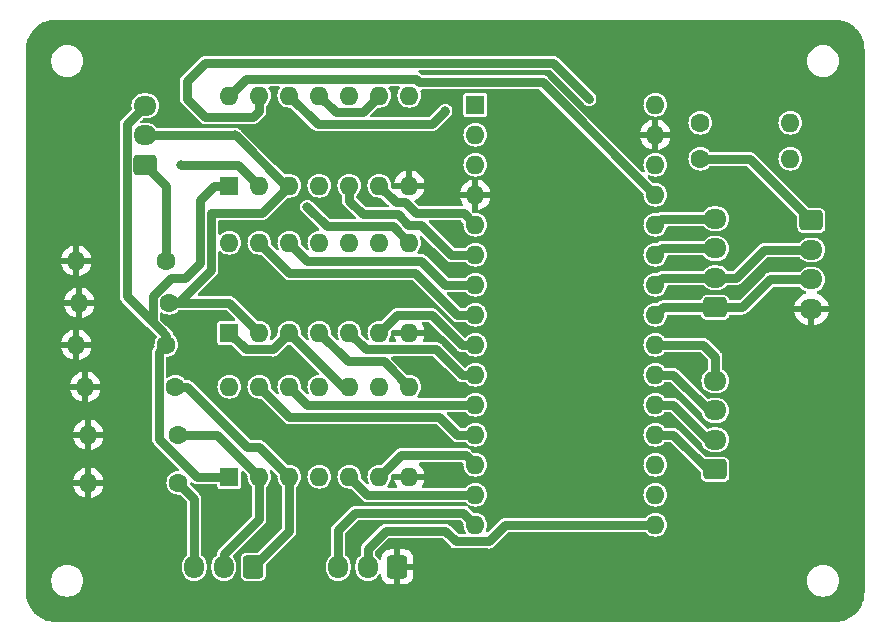
<source format=gbr>
%TF.GenerationSoftware,KiCad,Pcbnew,(7.0.0)*%
%TF.CreationDate,2023-09-03T20:08:13+02:00*%
%TF.ProjectId,newPCBv0.2,6e657750-4342-4763-902e-322e6b696361,rev?*%
%TF.SameCoordinates,Original*%
%TF.FileFunction,Copper,L1,Top*%
%TF.FilePolarity,Positive*%
%FSLAX46Y46*%
G04 Gerber Fmt 4.6, Leading zero omitted, Abs format (unit mm)*
G04 Created by KiCad (PCBNEW (7.0.0)) date 2023-09-03 20:08:13*
%MOMM*%
%LPD*%
G01*
G04 APERTURE LIST*
G04 Aperture macros list*
%AMRoundRect*
0 Rectangle with rounded corners*
0 $1 Rounding radius*
0 $2 $3 $4 $5 $6 $7 $8 $9 X,Y pos of 4 corners*
0 Add a 4 corners polygon primitive as box body*
4,1,4,$2,$3,$4,$5,$6,$7,$8,$9,$2,$3,0*
0 Add four circle primitives for the rounded corners*
1,1,$1+$1,$2,$3*
1,1,$1+$1,$4,$5*
1,1,$1+$1,$6,$7*
1,1,$1+$1,$8,$9*
0 Add four rect primitives between the rounded corners*
20,1,$1+$1,$2,$3,$4,$5,0*
20,1,$1+$1,$4,$5,$6,$7,0*
20,1,$1+$1,$6,$7,$8,$9,0*
20,1,$1+$1,$8,$9,$2,$3,0*%
G04 Aperture macros list end*
%TA.AperFunction,ComponentPad*%
%ADD10R,1.600000X1.600000*%
%TD*%
%TA.AperFunction,ComponentPad*%
%ADD11O,1.600000X1.600000*%
%TD*%
%TA.AperFunction,ComponentPad*%
%ADD12RoundRect,0.250000X0.725000X-0.600000X0.725000X0.600000X-0.725000X0.600000X-0.725000X-0.600000X0*%
%TD*%
%TA.AperFunction,ComponentPad*%
%ADD13O,1.950000X1.700000*%
%TD*%
%TA.AperFunction,ComponentPad*%
%ADD14C,1.600000*%
%TD*%
%TA.AperFunction,ComponentPad*%
%ADD15RoundRect,0.250000X-0.725000X0.600000X-0.725000X-0.600000X0.725000X-0.600000X0.725000X0.600000X0*%
%TD*%
%TA.AperFunction,ComponentPad*%
%ADD16RoundRect,0.250000X0.600000X0.725000X-0.600000X0.725000X-0.600000X-0.725000X0.600000X-0.725000X0*%
%TD*%
%TA.AperFunction,ComponentPad*%
%ADD17O,1.700000X1.950000*%
%TD*%
%TA.AperFunction,ViaPad*%
%ADD18C,0.800000*%
%TD*%
%TA.AperFunction,Conductor*%
%ADD19C,0.800000*%
%TD*%
G04 APERTURE END LIST*
D10*
%TO.P,U1,1,in/out_A*%
%TO.N,5*%
X172719999Y-84063999D03*
D11*
%TO.P,U1,2,in/out_A*%
%TO.N,17*%
X175259999Y-84063999D03*
%TO.P,U1,3,in/out_B*%
%TO.N,4*%
X177799999Y-84063999D03*
%TO.P,U1,4,in/out_B*%
%TO.N,19*%
X180339999Y-84063999D03*
%TO.P,U1,5,Control_B*%
%TO.N,B*%
X182879999Y-84063999D03*
%TO.P,U1,6,Control_C*%
%TO.N,C*%
X185419999Y-84063999D03*
%TO.P,U1,7,Vss*%
%TO.N,11*%
X187959999Y-84063999D03*
%TO.P,U1,8,in/out_C*%
%TO.N,17*%
X187959999Y-76443999D03*
%TO.P,U1,9,in/out_C*%
%TO.N,4*%
X185419999Y-76443999D03*
%TO.P,U1,10,in/out_D*%
%TO.N,5*%
X182879999Y-76443999D03*
%TO.P,U1,11,in/out_D*%
%TO.N,4*%
X180339999Y-76443999D03*
%TO.P,U1,12,Control_D*%
%TO.N,D*%
X177799999Y-76443999D03*
%TO.P,U1,13,Control_A*%
%TO.N,A*%
X175259999Y-76443999D03*
%TO.P,U1,14,Vdd*%
%TO.N,14*%
X172719999Y-76443999D03*
%TD*%
D12*
%TO.P,J1,1,Pin_1*%
%TO.N,13*%
X213868000Y-94368000D03*
D13*
%TO.P,J1,2,Pin_2*%
%TO.N,8*%
X213867999Y-91867999D03*
%TO.P,J1,3,Pin_3*%
%TO.N,Net-(A1-A6)*%
X213867999Y-89367999D03*
%TO.P,J1,4,Pin_4*%
%TO.N,Net-(A1-A7)*%
X213867999Y-86867999D03*
%TD*%
D14*
%TO.P,R3,1*%
%TO.N,17*%
X168148000Y-101092000D03*
D11*
%TO.P,R3,2*%
%TO.N,11*%
X160527999Y-101091999D03*
%TD*%
%TO.P,R2,2*%
%TO.N,11*%
X160781999Y-105155999D03*
D14*
%TO.P,R2,1*%
%TO.N,18*%
X168402000Y-105156000D03*
%TD*%
D12*
%TO.P,J7,1,Pin_1*%
%TO.N,3*%
X165608000Y-82296000D03*
D13*
%TO.P,J7,2,Pin_2*%
%TO.N,4*%
X165607999Y-79795999D03*
%TO.P,J7,3,Pin_3*%
%TO.N,5*%
X165607999Y-77295999D03*
%TD*%
D15*
%TO.P,J5,1,Pin_1*%
%TO.N,14*%
X222000000Y-87000000D03*
D13*
%TO.P,J5,2,Pin_2*%
%TO.N,8*%
X221999999Y-89499999D03*
%TO.P,J5,3,Pin_3*%
%TO.N,13*%
X221999999Y-91999999D03*
%TO.P,J5,4,Pin_4*%
%TO.N,11*%
X221999999Y-94499999D03*
%TD*%
D14*
%TO.P,R4,1*%
%TO.N,5*%
X167386000Y-97536000D03*
D11*
%TO.P,R4,2*%
%TO.N,11*%
X159765999Y-97535999D03*
%TD*%
D14*
%TO.P,R7,1*%
%TO.N,14*%
X212598000Y-78740000D03*
D11*
%TO.P,R7,2*%
%TO.N,8*%
X220217999Y-78739999D03*
%TD*%
D10*
%TO.P,U2,1,in/out_A*%
%TO.N,3*%
X172719999Y-96519999D03*
D11*
%TO.P,U2,2,in/out_A*%
%TO.N,4*%
X175259999Y-96519999D03*
%TO.P,U2,3,in/out_B*%
%TO.N,3*%
X177799999Y-96519999D03*
%TO.P,U2,4,in/out_B*%
%TO.N,17*%
X180339999Y-96519999D03*
%TO.P,U2,5,Control_B*%
%TO.N,B'*%
X182879999Y-96519999D03*
%TO.P,U2,6,Control_C*%
%TO.N,C'*%
X185419999Y-96519999D03*
%TO.P,U2,7,Vss*%
%TO.N,11*%
X187959999Y-96519999D03*
%TO.P,U2,8,in/out_C*%
%TO.N,5*%
X187959999Y-88899999D03*
%TO.P,U2,9,in/out_C*%
%TO.N,3*%
X185419999Y-88899999D03*
%TO.P,U2,10,in/out_D*%
%TO.N,18*%
X182879999Y-88899999D03*
%TO.P,U2,11,in/out_D*%
%TO.N,3*%
X180339999Y-88899999D03*
%TO.P,U2,12,Control_D*%
%TO.N,D'*%
X177799999Y-88899999D03*
%TO.P,U2,13,Control_A*%
%TO.N,A'*%
X175259999Y-88899999D03*
%TO.P,U2,14,Vdd*%
%TO.N,14*%
X172719999Y-88899999D03*
%TD*%
D12*
%TO.P,J9,1,Pin_1*%
%TO.N,A*%
X213868000Y-108084000D03*
D13*
%TO.P,J9,2,Pin_2*%
%TO.N,D*%
X213867999Y-105583999D03*
%TO.P,J9,3,Pin_3*%
%TO.N,Net-(A1-A2)*%
X213867999Y-103083999D03*
%TO.P,J9,4,Pin_4*%
%TO.N,Net-(A1-A3)*%
X213867999Y-100583999D03*
%TD*%
D10*
%TO.P,A1,1,D1/TX*%
%TO.N,unconnected-(A1-D1{slash}TX-Pad1)*%
X193547999Y-77215999D03*
D11*
%TO.P,A1,2,D0/RX*%
%TO.N,unconnected-(A1-D0{slash}RX-Pad2)*%
X193547999Y-79755999D03*
%TO.P,A1,3,~{RESET}*%
%TO.N,unconnected-(A1-~{RESET}-Pad3)*%
X193547999Y-82295999D03*
%TO.P,A1,4,GND*%
%TO.N,11*%
X193547999Y-84835999D03*
%TO.P,A1,5,D2*%
%TO.N,C*%
X193547999Y-87375999D03*
%TO.P,A1,6,D3*%
%TO.N,B*%
X193547999Y-89915999D03*
%TO.P,A1,7,D4*%
%TO.N,D'*%
X193547999Y-92455999D03*
%TO.P,A1,8,D5*%
%TO.N,A'*%
X193547999Y-94995999D03*
%TO.P,A1,9,D6*%
%TO.N,C'*%
X193547999Y-97535999D03*
%TO.P,A1,10,D7*%
%TO.N,B'*%
X193547999Y-100075999D03*
%TO.P,A1,11,D8*%
%TO.N,D''*%
X193547999Y-102615999D03*
%TO.P,A1,12,D9*%
%TO.N,A''*%
X193547999Y-105155999D03*
%TO.P,A1,13,D10*%
%TO.N,C''*%
X193547999Y-107695999D03*
%TO.P,A1,14,D11*%
%TO.N,B''*%
X193547999Y-110235999D03*
%TO.P,A1,15,D12*%
%TO.N,20*%
X193547999Y-112775999D03*
%TO.P,A1,16,D13*%
%TO.N,2*%
X208787999Y-112775999D03*
%TO.P,A1,17,3V3*%
%TO.N,unconnected-(A1-3V3-Pad17)*%
X208787999Y-110235999D03*
%TO.P,A1,18,AREF*%
%TO.N,unconnected-(A1-AREF-Pad18)*%
X208787999Y-107695999D03*
%TO.P,A1,19,A0*%
%TO.N,A*%
X208787999Y-105155999D03*
%TO.P,A1,20,A1*%
%TO.N,D*%
X208787999Y-102615999D03*
%TO.P,A1,21,A2*%
%TO.N,Net-(A1-A2)*%
X208787999Y-100075999D03*
%TO.P,A1,22,A3*%
%TO.N,Net-(A1-A3)*%
X208787999Y-97535999D03*
%TO.P,A1,23,A4*%
%TO.N,13*%
X208787999Y-94995999D03*
%TO.P,A1,24,A5*%
%TO.N,8*%
X208787999Y-92455999D03*
%TO.P,A1,25,A6*%
%TO.N,Net-(A1-A6)*%
X208787999Y-89915999D03*
%TO.P,A1,26,A7*%
%TO.N,Net-(A1-A7)*%
X208787999Y-87375999D03*
%TO.P,A1,27,+5V*%
%TO.N,14*%
X208787999Y-84835999D03*
%TO.P,A1,28,~{RESET}*%
%TO.N,unconnected-(A1-~{RESET}-Pad28)*%
X208787999Y-82295999D03*
%TO.P,A1,29,GND*%
%TO.N,11*%
X208787999Y-79755999D03*
%TO.P,A1,30,VIN*%
%TO.N,unconnected-(A1-VIN-Pad30)*%
X208787999Y-77215999D03*
%TD*%
D14*
%TO.P,R6,1*%
%TO.N,3*%
X167386000Y-90424000D03*
D11*
%TO.P,R6,2*%
%TO.N,11*%
X159765999Y-90423999D03*
%TD*%
D14*
%TO.P,R1,1*%
%TO.N,19*%
X168402000Y-109220000D03*
D11*
%TO.P,R1,2*%
%TO.N,11*%
X160781999Y-109219999D03*
%TD*%
D14*
%TO.P,R5,1*%
%TO.N,4*%
X167640000Y-93980000D03*
D11*
%TO.P,R5,2*%
%TO.N,11*%
X160019999Y-93979999D03*
%TD*%
D10*
%TO.P,U3,1,in/out_A*%
%TO.N,5*%
X172719999Y-108711999D03*
D11*
%TO.P,U3,2,in/out_A*%
%TO.N,18*%
X175259999Y-108711999D03*
%TO.P,U3,3,in/out_B*%
%TO.N,17*%
X177799999Y-108711999D03*
%TO.P,U3,4,in/out_B*%
%TO.N,18*%
X180339999Y-108711999D03*
%TO.P,U3,5,Control_B*%
%TO.N,B''*%
X182879999Y-108711999D03*
%TO.P,U3,6,Control_C*%
%TO.N,C''*%
X185419999Y-108711999D03*
%TO.P,U3,7,Vss*%
%TO.N,11*%
X187959999Y-108711999D03*
%TO.P,U3,8,in/out_C*%
%TO.N,17*%
X187959999Y-101091999D03*
%TO.P,U3,9,in/out_C*%
%TO.N,19*%
X185419999Y-101091999D03*
%TO.P,U3,10,in/out_D*%
%TO.N,3*%
X182879999Y-101091999D03*
%TO.P,U3,11,in/out_D*%
%TO.N,19*%
X180339999Y-101091999D03*
%TO.P,U3,12,Control_D*%
%TO.N,D''*%
X177799999Y-101091999D03*
%TO.P,U3,13,Control_A*%
%TO.N,A''*%
X175259999Y-101091999D03*
%TO.P,U3,14,Vdd*%
%TO.N,14*%
X172719999Y-101091999D03*
%TD*%
D16*
%TO.P,J8,1,Pin_1*%
%TO.N,11*%
X186944000Y-116332000D03*
D17*
%TO.P,J8,2,Pin_2*%
%TO.N,2*%
X184443999Y-116331999D03*
%TO.P,J8,3,Pin_3*%
%TO.N,20*%
X181943999Y-116331999D03*
%TD*%
D14*
%TO.P,R8,1*%
%TO.N,14*%
X212598000Y-81788000D03*
D11*
%TO.P,R8,2*%
%TO.N,13*%
X220217999Y-81787999D03*
%TD*%
D16*
%TO.P,J6,1,Pin_1*%
%TO.N,17*%
X174752000Y-116332000D03*
D17*
%TO.P,J6,2,Pin_2*%
%TO.N,18*%
X172251999Y-116331999D03*
%TO.P,J6,3,Pin_3*%
%TO.N,19*%
X169751999Y-116331999D03*
%TD*%
D18*
%TO.N,A*%
X203200000Y-76708000D03*
%TO.N,D*%
X191008000Y-77724000D03*
%TO.N,17*%
X168656000Y-82296000D03*
%TO.N,4*%
X173228000Y-79756000D03*
%TO.N,5*%
X179324000Y-85852000D03*
%TD*%
D19*
%TO.N,14*%
X216788000Y-81788000D02*
X212598000Y-81788000D01*
X222000000Y-87000000D02*
X216788000Y-81788000D01*
%TO.N,13*%
X216132000Y-94368000D02*
X218500000Y-92000000D01*
X218500000Y-92000000D02*
X222000000Y-92000000D01*
X213868000Y-94368000D02*
X216132000Y-94368000D01*
%TO.N,8*%
X218000000Y-89500000D02*
X222000000Y-89500000D01*
X215632000Y-91868000D02*
X218000000Y-89500000D01*
X213868000Y-91868000D02*
X215632000Y-91868000D01*
%TO.N,A*%
X174752000Y-78232000D02*
X170688000Y-78232000D01*
X213868000Y-108084000D02*
X213240000Y-108084000D01*
X169164000Y-75184000D02*
X170688000Y-73660000D01*
X175260000Y-76444000D02*
X175260000Y-77724000D01*
X200152000Y-73660000D02*
X203200000Y-76708000D01*
X170688000Y-73660000D02*
X200152000Y-73660000D01*
X175260000Y-77724000D02*
X174752000Y-78232000D01*
X213240000Y-108084000D02*
X210312000Y-105156000D01*
X169164000Y-76708000D02*
X169164000Y-75184000D01*
X210312000Y-105156000D02*
X208788000Y-105156000D01*
X170688000Y-78232000D02*
X169164000Y-76708000D01*
%TO.N,D*%
X213868000Y-105584000D02*
X213280000Y-105584000D01*
X189888000Y-78844000D02*
X191008000Y-77724000D01*
X177800000Y-76444000D02*
X180200000Y-78844000D01*
X213280000Y-105584000D02*
X210312000Y-102616000D01*
X210312000Y-102616000D02*
X208788000Y-102616000D01*
X180200000Y-78844000D02*
X189888000Y-78844000D01*
%TO.N,C*%
X185420000Y-84064000D02*
X186820000Y-85464000D01*
X192548000Y-86376000D02*
X193548000Y-87376000D01*
X186820000Y-85464000D02*
X187572000Y-85464000D01*
X188484000Y-86376000D02*
X192548000Y-86376000D01*
X187572000Y-85464000D02*
X188484000Y-86376000D01*
%TO.N,B*%
X193548000Y-89916000D02*
X191516000Y-89916000D01*
X184036000Y-86500000D02*
X182880000Y-85344000D01*
X182880000Y-85344000D02*
X182880000Y-84064000D01*
X187850214Y-87376000D02*
X186974214Y-86500000D01*
X191516000Y-89916000D02*
X188976000Y-87376000D01*
X186974214Y-86500000D02*
X184036000Y-86500000D01*
X188976000Y-87376000D02*
X187850214Y-87376000D01*
%TO.N,A'*%
X193548000Y-94996000D02*
X192024000Y-94996000D01*
X188468000Y-91440000D02*
X177800000Y-91440000D01*
X177800000Y-91440000D02*
X175260000Y-88900000D01*
X192024000Y-94996000D02*
X188468000Y-91440000D01*
%TO.N,D'*%
X188976000Y-90424000D02*
X179324000Y-90424000D01*
X191008000Y-92456000D02*
X188976000Y-90424000D01*
X193548000Y-92456000D02*
X191008000Y-92456000D01*
X179324000Y-90424000D02*
X177800000Y-88900000D01*
%TO.N,C'*%
X186944000Y-94996000D02*
X185420000Y-96520000D01*
X193548000Y-97536000D02*
X192416630Y-97536000D01*
X189876630Y-94996000D02*
X186944000Y-94996000D01*
X192416630Y-97536000D02*
X189876630Y-94996000D01*
%TO.N,B'*%
X193548000Y-100076000D02*
X192416630Y-100076000D01*
X190260630Y-97920000D02*
X184280000Y-97920000D01*
X192416630Y-100076000D02*
X190260630Y-97920000D01*
X184280000Y-97920000D02*
X182880000Y-96520000D01*
%TO.N,A''*%
X190500000Y-103632000D02*
X177800000Y-103632000D01*
X193548000Y-105156000D02*
X192024000Y-105156000D01*
X177800000Y-103632000D02*
X175260000Y-101092000D01*
X192024000Y-105156000D02*
X190500000Y-103632000D01*
%TO.N,D''*%
X193548000Y-102616000D02*
X179324000Y-102616000D01*
X179324000Y-102616000D02*
X177800000Y-101092000D01*
%TO.N,C''*%
X187235999Y-106896001D02*
X185420000Y-108712000D01*
X193548000Y-107696000D02*
X192748001Y-106896001D01*
X192748001Y-106896001D02*
X187235999Y-106896001D01*
%TO.N,B''*%
X184404000Y-110236000D02*
X182880000Y-108712000D01*
X193548000Y-110236000D02*
X184404000Y-110236000D01*
%TO.N,20*%
X183388000Y-111760000D02*
X192532000Y-111760000D01*
X181944000Y-116332000D02*
X181944000Y-113204000D01*
X181944000Y-113204000D02*
X183388000Y-111760000D01*
X192532000Y-111760000D02*
X193548000Y-112776000D01*
%TO.N,2*%
X191900000Y-114176000D02*
X194688000Y-114176000D01*
X185967000Y-113284000D02*
X191008000Y-113284000D01*
X184444000Y-116332000D02*
X184444000Y-114807000D01*
X191008000Y-113284000D02*
X191900000Y-114176000D01*
X194688000Y-114176000D02*
X196088000Y-112776000D01*
X184444000Y-114807000D02*
X185967000Y-113284000D01*
X196088000Y-112776000D02*
X208788000Y-112776000D01*
%TO.N,Net-(A1-A2)*%
X213320000Y-103084000D02*
X210312000Y-100076000D01*
X210312000Y-100076000D02*
X208788000Y-100076000D01*
X213868000Y-103084000D02*
X213320000Y-103084000D01*
%TO.N,Net-(A1-A3)*%
X212852000Y-97536000D02*
X208788000Y-97536000D01*
X213868000Y-100584000D02*
X213868000Y-98552000D01*
X213868000Y-98552000D02*
X212852000Y-97536000D01*
%TO.N,Net-(A1-A6)*%
X209336000Y-89368000D02*
X208788000Y-89916000D01*
X213868000Y-89368000D02*
X209336000Y-89368000D01*
%TO.N,Net-(A1-A7)*%
X209296000Y-86868000D02*
X208788000Y-87376000D01*
X213868000Y-86868000D02*
X209296000Y-86868000D01*
%TO.N,8*%
X209376000Y-91868000D02*
X208788000Y-92456000D01*
X213868000Y-91868000D02*
X209376000Y-91868000D01*
%TO.N,13*%
X209416000Y-94368000D02*
X208788000Y-94996000D01*
X213868000Y-94368000D02*
X209416000Y-94368000D01*
%TO.N,14*%
X199260000Y-75308000D02*
X188803899Y-75308000D01*
X188803899Y-75308000D02*
X188539899Y-75044000D01*
X208788000Y-84836000D02*
X199260000Y-75308000D01*
X174120000Y-75044000D02*
X172720000Y-76444000D01*
X188539899Y-75044000D02*
X174120000Y-75044000D01*
%TO.N,17*%
X175260000Y-84064000D02*
X173492000Y-82296000D01*
X187960000Y-101092000D02*
X185788000Y-98920000D01*
X168148000Y-101092000D02*
X169164000Y-101092000D01*
X174244000Y-106172000D02*
X175260000Y-106172000D01*
X182740000Y-98920000D02*
X180340000Y-96520000D01*
X174752000Y-116332000D02*
X177800000Y-113284000D01*
X169164000Y-101092000D02*
X174244000Y-106172000D01*
X185788000Y-98920000D02*
X182740000Y-98920000D01*
X177800000Y-113284000D02*
X177800000Y-108712000D01*
X173492000Y-82296000D02*
X168656000Y-82296000D01*
X175260000Y-106172000D02*
X177800000Y-108712000D01*
%TO.N,18*%
X168402000Y-105156000D02*
X171704000Y-105156000D01*
X171704000Y-105156000D02*
X175260000Y-108712000D01*
X172252000Y-115276000D02*
X175260000Y-112268000D01*
X172252000Y-116332000D02*
X172252000Y-115276000D01*
X175260000Y-112268000D02*
X175260000Y-108712000D01*
%TO.N,19*%
X169752000Y-116332000D02*
X169752000Y-110570000D01*
X169752000Y-110570000D02*
X168402000Y-109220000D01*
%TO.N,3*%
X167386000Y-90424000D02*
X167386000Y-84074000D01*
X177800000Y-96520000D02*
X176400000Y-97920000D01*
X182372000Y-101092000D02*
X177800000Y-96520000D01*
X176400000Y-97920000D02*
X174120000Y-97920000D01*
X174120000Y-97920000D02*
X172720000Y-96520000D01*
X167386000Y-84074000D02*
X165608000Y-82296000D01*
X182880000Y-101092000D02*
X182372000Y-101092000D01*
%TO.N,4*%
X177536000Y-84064000D02*
X177800000Y-84064000D01*
X171196000Y-91186000D02*
X168402000Y-93980000D01*
X168402000Y-93980000D02*
X172720000Y-93980000D01*
X165608000Y-79796000D02*
X173268000Y-79796000D01*
X177800000Y-84064000D02*
X175504000Y-86360000D01*
X175504000Y-86360000D02*
X171196000Y-86360000D01*
X173268000Y-79796000D02*
X177536000Y-84064000D01*
X181740000Y-77844000D02*
X180340000Y-76444000D01*
X171196000Y-86360000D02*
X171196000Y-91186000D01*
X185420000Y-76444000D02*
X184020000Y-77844000D01*
X184020000Y-77844000D02*
X181740000Y-77844000D01*
X172720000Y-93980000D02*
X175260000Y-96520000D01*
%TO.N,5*%
X166240000Y-93400101D02*
X167764208Y-91875893D01*
X164033000Y-93421000D02*
X167002000Y-96390000D01*
X187960000Y-88900000D02*
X186560000Y-87500000D01*
X167002000Y-96390000D02*
X167386000Y-96774000D01*
X166748000Y-98174000D02*
X166748000Y-105481899D01*
X171384000Y-84064000D02*
X172720000Y-84064000D01*
X167002000Y-96390000D02*
X166240000Y-95628000D01*
X169978101Y-108712000D02*
X172720000Y-108712000D01*
X170196000Y-85252000D02*
X171384000Y-84064000D01*
X166240000Y-95628000D02*
X166240000Y-93400101D01*
X170196000Y-90609899D02*
X170196000Y-85252000D01*
X165608000Y-77296000D02*
X164033000Y-78871000D01*
X168930006Y-91875893D02*
X170196000Y-90609899D01*
X164033000Y-78871000D02*
X164033000Y-93421000D01*
X166748000Y-105481899D02*
X169978101Y-108712000D01*
X167386000Y-96774000D02*
X167386000Y-97536000D01*
X186560000Y-87500000D02*
X180972000Y-87500000D01*
X167764208Y-91875893D02*
X168930006Y-91875893D01*
X167386000Y-97536000D02*
X166748000Y-98174000D01*
X180972000Y-87500000D02*
X179324000Y-85852000D01*
%TD*%
%TA.AperFunction,Conductor*%
%TO.N,11*%
G36*
X224003735Y-70000726D02*
G01*
X224027834Y-70002183D01*
X224098669Y-70006468D01*
X224099066Y-70006493D01*
X224302818Y-70019847D01*
X224317032Y-70021610D01*
X224448459Y-70045695D01*
X224450007Y-70045991D01*
X224612440Y-70078301D01*
X224625102Y-70081523D01*
X224759678Y-70123459D01*
X224762645Y-70124425D01*
X224912220Y-70175199D01*
X224923244Y-70179538D01*
X225054556Y-70238637D01*
X225058416Y-70240457D01*
X225197458Y-70309025D01*
X225206764Y-70314120D01*
X225331185Y-70389335D01*
X225335926Y-70392350D01*
X225463643Y-70477689D01*
X225471225Y-70483180D01*
X225586211Y-70573265D01*
X225591487Y-70577640D01*
X225706550Y-70678547D01*
X225712472Y-70684094D01*
X225815904Y-70787526D01*
X225821451Y-70793448D01*
X225922358Y-70908511D01*
X225926741Y-70913797D01*
X226016818Y-71028773D01*
X226022309Y-71036355D01*
X226107648Y-71164072D01*
X226110663Y-71168813D01*
X226185878Y-71293234D01*
X226190973Y-71302540D01*
X226259519Y-71441536D01*
X226261383Y-71445489D01*
X226320458Y-71576750D01*
X226324801Y-71587783D01*
X226375573Y-71737353D01*
X226376539Y-71740320D01*
X226418470Y-71874878D01*
X226421702Y-71887578D01*
X226453976Y-72049832D01*
X226454328Y-72051672D01*
X226478386Y-72182954D01*
X226480151Y-72197195D01*
X226493498Y-72400828D01*
X226493538Y-72401450D01*
X226499274Y-72496264D01*
X226499500Y-72503752D01*
X226499500Y-118496248D01*
X226499274Y-118503736D01*
X226493538Y-118598548D01*
X226493498Y-118599170D01*
X226480151Y-118802803D01*
X226478386Y-118817044D01*
X226454328Y-118948326D01*
X226453976Y-118950166D01*
X226421702Y-119112420D01*
X226418470Y-119125120D01*
X226376539Y-119259678D01*
X226375573Y-119262645D01*
X226324801Y-119412215D01*
X226320458Y-119423248D01*
X226261383Y-119554509D01*
X226259519Y-119558462D01*
X226190973Y-119697458D01*
X226185878Y-119706764D01*
X226110663Y-119831185D01*
X226107648Y-119835926D01*
X226022309Y-119963643D01*
X226016818Y-119971225D01*
X225926741Y-120086201D01*
X225922358Y-120091487D01*
X225821451Y-120206550D01*
X225815904Y-120212472D01*
X225712472Y-120315904D01*
X225706550Y-120321451D01*
X225591487Y-120422358D01*
X225586201Y-120426741D01*
X225471225Y-120516818D01*
X225463643Y-120522309D01*
X225335926Y-120607648D01*
X225331185Y-120610663D01*
X225206764Y-120685878D01*
X225197458Y-120690973D01*
X225058462Y-120759519D01*
X225054509Y-120761383D01*
X224923248Y-120820458D01*
X224912215Y-120824801D01*
X224762645Y-120875573D01*
X224759678Y-120876539D01*
X224625120Y-120918470D01*
X224612420Y-120921702D01*
X224450166Y-120953976D01*
X224448326Y-120954328D01*
X224317044Y-120978386D01*
X224302803Y-120980151D01*
X224099170Y-120993498D01*
X224098548Y-120993538D01*
X224003736Y-120999274D01*
X223996248Y-120999500D01*
X158003752Y-120999500D01*
X157996264Y-120999274D01*
X157901450Y-120993538D01*
X157900828Y-120993498D01*
X157697195Y-120980151D01*
X157682954Y-120978386D01*
X157551672Y-120954328D01*
X157549832Y-120953976D01*
X157387578Y-120921702D01*
X157374878Y-120918470D01*
X157240320Y-120876539D01*
X157237353Y-120875573D01*
X157087783Y-120824801D01*
X157076750Y-120820458D01*
X156945489Y-120761383D01*
X156941536Y-120759519D01*
X156802540Y-120690973D01*
X156793234Y-120685878D01*
X156668813Y-120610663D01*
X156664072Y-120607648D01*
X156536355Y-120522309D01*
X156528773Y-120516818D01*
X156413797Y-120426741D01*
X156408511Y-120422358D01*
X156293448Y-120321451D01*
X156287526Y-120315904D01*
X156184094Y-120212472D01*
X156178547Y-120206550D01*
X156077640Y-120091487D01*
X156073257Y-120086201D01*
X155983180Y-119971225D01*
X155977689Y-119963643D01*
X155892350Y-119835926D01*
X155889335Y-119831185D01*
X155814120Y-119706764D01*
X155809025Y-119697458D01*
X155740457Y-119558416D01*
X155738637Y-119554556D01*
X155679538Y-119423244D01*
X155675197Y-119412215D01*
X155624425Y-119262645D01*
X155623459Y-119259678D01*
X155618968Y-119245266D01*
X155581523Y-119125102D01*
X155578301Y-119112440D01*
X155545991Y-118950007D01*
X155545695Y-118948459D01*
X155521610Y-118817032D01*
X155519847Y-118802818D01*
X155506493Y-118599066D01*
X155506460Y-118598535D01*
X155502828Y-118538495D01*
X155500726Y-118503735D01*
X155500500Y-118496249D01*
X155500500Y-117500000D01*
X157644341Y-117500000D01*
X157644813Y-117505395D01*
X157657736Y-117653109D01*
X157664937Y-117735408D01*
X157666336Y-117740630D01*
X157666337Y-117740634D01*
X157724694Y-117958430D01*
X157724697Y-117958438D01*
X157726097Y-117963663D01*
X157825965Y-118177829D01*
X157961505Y-118371401D01*
X158128599Y-118538495D01*
X158322171Y-118674035D01*
X158536337Y-118773903D01*
X158764592Y-118835063D01*
X158941034Y-118850500D01*
X159056258Y-118850500D01*
X159058966Y-118850500D01*
X159235408Y-118835063D01*
X159463663Y-118773903D01*
X159677829Y-118674035D01*
X159871401Y-118538495D01*
X160038495Y-118371401D01*
X160174035Y-118177830D01*
X160273903Y-117963663D01*
X160335063Y-117735408D01*
X160355659Y-117500000D01*
X160335063Y-117264592D01*
X160273903Y-117036337D01*
X160174035Y-116822171D01*
X160038495Y-116628599D01*
X159871401Y-116461505D01*
X159677829Y-116325965D01*
X159463663Y-116226097D01*
X159458438Y-116224697D01*
X159458430Y-116224694D01*
X159240634Y-116166337D01*
X159240630Y-116166336D01*
X159235408Y-116164937D01*
X159230020Y-116164465D01*
X159230017Y-116164465D01*
X159061664Y-116149736D01*
X159061662Y-116149735D01*
X159058966Y-116149500D01*
X158941034Y-116149500D01*
X158938338Y-116149735D01*
X158938335Y-116149736D01*
X158769982Y-116164465D01*
X158769977Y-116164465D01*
X158764592Y-116164937D01*
X158759371Y-116166335D01*
X158759365Y-116166337D01*
X158541569Y-116224694D01*
X158541557Y-116224698D01*
X158536337Y-116226097D01*
X158531432Y-116228383D01*
X158531427Y-116228386D01*
X158327081Y-116323675D01*
X158327077Y-116323677D01*
X158322171Y-116325965D01*
X158317738Y-116329068D01*
X158317731Y-116329073D01*
X158133034Y-116458399D01*
X158133029Y-116458402D01*
X158128599Y-116461505D01*
X158124775Y-116465328D01*
X158124769Y-116465334D01*
X157965336Y-116624767D01*
X157965330Y-116624773D01*
X157961505Y-116628599D01*
X157958406Y-116633023D01*
X157958399Y-116633033D01*
X157829066Y-116817740D01*
X157829061Y-116817747D01*
X157825965Y-116822170D01*
X157823683Y-116827061D01*
X157823678Y-116827072D01*
X157728386Y-117031427D01*
X157728383Y-117031432D01*
X157726097Y-117036337D01*
X157724698Y-117041557D01*
X157724694Y-117041569D01*
X157666337Y-117259365D01*
X157666335Y-117259371D01*
X157664937Y-117264592D01*
X157664465Y-117269977D01*
X157664465Y-117269982D01*
X157647859Y-117459793D01*
X157644341Y-117500000D01*
X155500500Y-117500000D01*
X155500500Y-109472551D01*
X159506452Y-109472551D01*
X159506820Y-109483780D01*
X159554330Y-109661092D01*
X159558022Y-109671234D01*
X159649579Y-109867580D01*
X159654967Y-109876912D01*
X159779232Y-110054381D01*
X159786169Y-110062647D01*
X159939352Y-110215830D01*
X159947618Y-110222767D01*
X160125087Y-110347032D01*
X160134419Y-110352420D01*
X160330765Y-110443977D01*
X160340907Y-110447669D01*
X160518219Y-110495179D01*
X160529448Y-110495547D01*
X160532000Y-110484605D01*
X161032000Y-110484605D01*
X161034551Y-110495547D01*
X161045780Y-110495179D01*
X161223092Y-110447669D01*
X161233234Y-110443977D01*
X161429580Y-110352420D01*
X161438912Y-110347032D01*
X161616381Y-110222767D01*
X161624647Y-110215830D01*
X161777830Y-110062647D01*
X161784767Y-110054381D01*
X161909032Y-109876912D01*
X161914420Y-109867580D01*
X162005977Y-109671234D01*
X162009669Y-109661092D01*
X162057179Y-109483780D01*
X162057547Y-109472551D01*
X162046605Y-109470000D01*
X161048326Y-109470000D01*
X161035450Y-109473450D01*
X161032000Y-109486326D01*
X161032000Y-110484605D01*
X160532000Y-110484605D01*
X160532000Y-109486326D01*
X160528549Y-109473450D01*
X160515674Y-109470000D01*
X159517395Y-109470000D01*
X159506452Y-109472551D01*
X155500500Y-109472551D01*
X155500500Y-108967448D01*
X159506452Y-108967448D01*
X159517395Y-108970000D01*
X160515674Y-108970000D01*
X160528549Y-108966549D01*
X160532000Y-108953674D01*
X161032000Y-108953674D01*
X161035450Y-108966549D01*
X161048326Y-108970000D01*
X162046605Y-108970000D01*
X162057547Y-108967448D01*
X162057179Y-108956219D01*
X162009669Y-108778907D01*
X162005977Y-108768765D01*
X161914420Y-108572419D01*
X161909032Y-108563087D01*
X161784767Y-108385618D01*
X161777830Y-108377352D01*
X161624647Y-108224169D01*
X161616381Y-108217232D01*
X161438912Y-108092967D01*
X161429580Y-108087579D01*
X161233234Y-107996022D01*
X161223092Y-107992330D01*
X161045780Y-107944820D01*
X161034551Y-107944452D01*
X161032000Y-107955395D01*
X161032000Y-108953674D01*
X160532000Y-108953674D01*
X160532000Y-107955395D01*
X160529448Y-107944452D01*
X160518219Y-107944820D01*
X160340907Y-107992330D01*
X160330765Y-107996022D01*
X160134419Y-108087579D01*
X160125087Y-108092967D01*
X159947618Y-108217232D01*
X159939352Y-108224169D01*
X159786169Y-108377352D01*
X159779232Y-108385618D01*
X159654967Y-108563087D01*
X159649579Y-108572419D01*
X159558022Y-108768765D01*
X159554330Y-108778907D01*
X159506820Y-108956219D01*
X159506452Y-108967448D01*
X155500500Y-108967448D01*
X155500500Y-105408551D01*
X159506452Y-105408551D01*
X159506820Y-105419780D01*
X159554330Y-105597092D01*
X159558022Y-105607234D01*
X159649579Y-105803580D01*
X159654967Y-105812912D01*
X159779232Y-105990381D01*
X159786169Y-105998647D01*
X159939352Y-106151830D01*
X159947618Y-106158767D01*
X160125087Y-106283032D01*
X160134419Y-106288420D01*
X160330765Y-106379977D01*
X160340907Y-106383669D01*
X160518219Y-106431179D01*
X160529448Y-106431547D01*
X160532000Y-106420605D01*
X161032000Y-106420605D01*
X161034551Y-106431547D01*
X161045780Y-106431179D01*
X161223092Y-106383669D01*
X161233234Y-106379977D01*
X161429580Y-106288420D01*
X161438912Y-106283032D01*
X161616381Y-106158767D01*
X161624647Y-106151830D01*
X161777830Y-105998647D01*
X161784767Y-105990381D01*
X161909032Y-105812912D01*
X161914420Y-105803580D01*
X162005977Y-105607234D01*
X162009669Y-105597092D01*
X162057179Y-105419780D01*
X162057547Y-105408551D01*
X162046605Y-105406000D01*
X161048326Y-105406000D01*
X161035450Y-105409450D01*
X161032000Y-105422326D01*
X161032000Y-106420605D01*
X160532000Y-106420605D01*
X160532000Y-105422326D01*
X160528549Y-105409450D01*
X160515674Y-105406000D01*
X159517395Y-105406000D01*
X159506452Y-105408551D01*
X155500500Y-105408551D01*
X155500500Y-104903448D01*
X159506452Y-104903448D01*
X159517395Y-104906000D01*
X160515674Y-104906000D01*
X160528549Y-104902549D01*
X160532000Y-104889674D01*
X161032000Y-104889674D01*
X161035450Y-104902549D01*
X161048326Y-104906000D01*
X162046605Y-104906000D01*
X162057547Y-104903448D01*
X162057179Y-104892219D01*
X162009669Y-104714907D01*
X162005977Y-104704765D01*
X161914420Y-104508419D01*
X161909032Y-104499087D01*
X161784767Y-104321618D01*
X161777830Y-104313352D01*
X161624647Y-104160169D01*
X161616381Y-104153232D01*
X161438912Y-104028967D01*
X161429580Y-104023579D01*
X161233234Y-103932022D01*
X161223092Y-103928330D01*
X161045780Y-103880820D01*
X161034551Y-103880452D01*
X161032000Y-103891395D01*
X161032000Y-104889674D01*
X160532000Y-104889674D01*
X160532000Y-103891395D01*
X160529448Y-103880452D01*
X160518219Y-103880820D01*
X160340907Y-103928330D01*
X160330765Y-103932022D01*
X160134419Y-104023579D01*
X160125087Y-104028967D01*
X159947618Y-104153232D01*
X159939352Y-104160169D01*
X159786169Y-104313352D01*
X159779232Y-104321618D01*
X159654967Y-104499087D01*
X159649579Y-104508419D01*
X159558022Y-104704765D01*
X159554330Y-104714907D01*
X159506820Y-104892219D01*
X159506452Y-104903448D01*
X155500500Y-104903448D01*
X155500500Y-101344551D01*
X159252452Y-101344551D01*
X159252820Y-101355780D01*
X159300330Y-101533092D01*
X159304022Y-101543234D01*
X159395579Y-101739580D01*
X159400967Y-101748912D01*
X159525232Y-101926381D01*
X159532169Y-101934647D01*
X159685352Y-102087830D01*
X159693618Y-102094767D01*
X159871087Y-102219032D01*
X159880419Y-102224420D01*
X160076765Y-102315977D01*
X160086907Y-102319669D01*
X160264219Y-102367179D01*
X160275448Y-102367547D01*
X160278000Y-102356605D01*
X160778000Y-102356605D01*
X160780551Y-102367547D01*
X160791780Y-102367179D01*
X160969092Y-102319669D01*
X160979234Y-102315977D01*
X161175580Y-102224420D01*
X161184912Y-102219032D01*
X161362381Y-102094767D01*
X161370647Y-102087830D01*
X161523830Y-101934647D01*
X161530767Y-101926381D01*
X161655032Y-101748912D01*
X161660420Y-101739580D01*
X161751977Y-101543234D01*
X161755669Y-101533092D01*
X161803179Y-101355780D01*
X161803547Y-101344551D01*
X161792605Y-101342000D01*
X160794326Y-101342000D01*
X160781450Y-101345450D01*
X160778000Y-101358326D01*
X160778000Y-102356605D01*
X160278000Y-102356605D01*
X160278000Y-101358326D01*
X160274549Y-101345450D01*
X160261674Y-101342000D01*
X159263395Y-101342000D01*
X159252452Y-101344551D01*
X155500500Y-101344551D01*
X155500500Y-100839448D01*
X159252452Y-100839448D01*
X159263395Y-100842000D01*
X160261674Y-100842000D01*
X160274549Y-100838549D01*
X160278000Y-100825674D01*
X160778000Y-100825674D01*
X160781450Y-100838549D01*
X160794326Y-100842000D01*
X161792605Y-100842000D01*
X161803547Y-100839448D01*
X161803179Y-100828219D01*
X161755669Y-100650907D01*
X161751977Y-100640765D01*
X161660420Y-100444419D01*
X161655032Y-100435087D01*
X161530767Y-100257618D01*
X161523830Y-100249352D01*
X161370647Y-100096169D01*
X161362381Y-100089232D01*
X161184912Y-99964967D01*
X161175580Y-99959579D01*
X160979234Y-99868022D01*
X160969092Y-99864330D01*
X160791780Y-99816820D01*
X160780551Y-99816452D01*
X160778000Y-99827395D01*
X160778000Y-100825674D01*
X160278000Y-100825674D01*
X160278000Y-99827395D01*
X160275448Y-99816452D01*
X160264219Y-99816820D01*
X160086907Y-99864330D01*
X160076765Y-99868022D01*
X159880419Y-99959579D01*
X159871087Y-99964967D01*
X159693618Y-100089232D01*
X159685352Y-100096169D01*
X159532169Y-100249352D01*
X159525232Y-100257618D01*
X159400967Y-100435087D01*
X159395579Y-100444419D01*
X159304022Y-100640765D01*
X159300330Y-100650907D01*
X159252820Y-100828219D01*
X159252452Y-100839448D01*
X155500500Y-100839448D01*
X155500500Y-97788551D01*
X158490452Y-97788551D01*
X158490820Y-97799780D01*
X158538330Y-97977092D01*
X158542022Y-97987234D01*
X158633579Y-98183580D01*
X158638967Y-98192912D01*
X158763232Y-98370381D01*
X158770169Y-98378647D01*
X158923352Y-98531830D01*
X158931618Y-98538767D01*
X159109087Y-98663032D01*
X159118419Y-98668420D01*
X159314765Y-98759977D01*
X159324907Y-98763669D01*
X159502219Y-98811179D01*
X159513448Y-98811547D01*
X159516000Y-98800605D01*
X160016000Y-98800605D01*
X160018551Y-98811547D01*
X160029780Y-98811179D01*
X160207092Y-98763669D01*
X160217234Y-98759977D01*
X160413580Y-98668420D01*
X160422912Y-98663032D01*
X160600381Y-98538767D01*
X160608647Y-98531830D01*
X160761830Y-98378647D01*
X160768767Y-98370381D01*
X160893032Y-98192912D01*
X160898420Y-98183580D01*
X160989977Y-97987234D01*
X160993669Y-97977092D01*
X161041179Y-97799780D01*
X161041547Y-97788551D01*
X161030605Y-97786000D01*
X160032326Y-97786000D01*
X160019450Y-97789450D01*
X160016000Y-97802326D01*
X160016000Y-98800605D01*
X159516000Y-98800605D01*
X159516000Y-97802326D01*
X159512549Y-97789450D01*
X159499674Y-97786000D01*
X158501395Y-97786000D01*
X158490452Y-97788551D01*
X155500500Y-97788551D01*
X155500500Y-97283448D01*
X158490452Y-97283448D01*
X158501395Y-97286000D01*
X159499674Y-97286000D01*
X159512549Y-97282549D01*
X159516000Y-97269674D01*
X160016000Y-97269674D01*
X160019450Y-97282549D01*
X160032326Y-97286000D01*
X161030605Y-97286000D01*
X161041547Y-97283448D01*
X161041179Y-97272219D01*
X160993669Y-97094907D01*
X160989977Y-97084765D01*
X160898420Y-96888419D01*
X160893032Y-96879087D01*
X160768767Y-96701618D01*
X160761830Y-96693352D01*
X160608647Y-96540169D01*
X160600381Y-96533232D01*
X160422912Y-96408967D01*
X160413580Y-96403579D01*
X160217234Y-96312022D01*
X160207092Y-96308330D01*
X160029780Y-96260820D01*
X160018551Y-96260452D01*
X160016000Y-96271395D01*
X160016000Y-97269674D01*
X159516000Y-97269674D01*
X159516000Y-96271395D01*
X159513448Y-96260452D01*
X159502219Y-96260820D01*
X159324907Y-96308330D01*
X159314765Y-96312022D01*
X159118419Y-96403579D01*
X159109087Y-96408967D01*
X158931618Y-96533232D01*
X158923352Y-96540169D01*
X158770169Y-96693352D01*
X158763232Y-96701618D01*
X158638967Y-96879087D01*
X158633579Y-96888419D01*
X158542022Y-97084765D01*
X158538330Y-97094907D01*
X158490820Y-97272219D01*
X158490452Y-97283448D01*
X155500500Y-97283448D01*
X155500500Y-94232551D01*
X158744452Y-94232551D01*
X158744820Y-94243780D01*
X158792330Y-94421092D01*
X158796022Y-94431234D01*
X158887579Y-94627580D01*
X158892967Y-94636912D01*
X159017232Y-94814381D01*
X159024169Y-94822647D01*
X159177352Y-94975830D01*
X159185618Y-94982767D01*
X159363087Y-95107032D01*
X159372419Y-95112420D01*
X159568765Y-95203977D01*
X159578907Y-95207669D01*
X159756219Y-95255179D01*
X159767448Y-95255547D01*
X159770000Y-95244605D01*
X160270000Y-95244605D01*
X160272551Y-95255547D01*
X160283780Y-95255179D01*
X160461092Y-95207669D01*
X160471234Y-95203977D01*
X160667580Y-95112420D01*
X160676912Y-95107032D01*
X160854381Y-94982767D01*
X160862647Y-94975830D01*
X161015830Y-94822647D01*
X161022767Y-94814381D01*
X161147032Y-94636912D01*
X161152420Y-94627580D01*
X161243977Y-94431234D01*
X161247669Y-94421092D01*
X161295179Y-94243780D01*
X161295547Y-94232551D01*
X161284605Y-94230000D01*
X160286326Y-94230000D01*
X160273450Y-94233450D01*
X160270000Y-94246326D01*
X160270000Y-95244605D01*
X159770000Y-95244605D01*
X159770000Y-94246326D01*
X159766549Y-94233450D01*
X159753674Y-94230000D01*
X158755395Y-94230000D01*
X158744452Y-94232551D01*
X155500500Y-94232551D01*
X155500500Y-93727448D01*
X158744452Y-93727448D01*
X158755395Y-93730000D01*
X159753674Y-93730000D01*
X159766549Y-93726549D01*
X159770000Y-93713674D01*
X160270000Y-93713674D01*
X160273450Y-93726549D01*
X160286326Y-93730000D01*
X161284605Y-93730000D01*
X161295547Y-93727448D01*
X161295179Y-93716219D01*
X161247669Y-93538907D01*
X161243977Y-93528765D01*
X161193726Y-93421000D01*
X163427318Y-93421000D01*
X163430818Y-93447588D01*
X163444527Y-93551718D01*
X163446894Y-93569701D01*
X163446895Y-93569705D01*
X163447956Y-93577762D01*
X163451067Y-93585272D01*
X163504277Y-93713734D01*
X163508464Y-93723841D01*
X163604718Y-93849282D01*
X163611164Y-93854228D01*
X163629769Y-93868504D01*
X163641964Y-93879199D01*
X165781799Y-96019034D01*
X165792489Y-96031222D01*
X165811718Y-96056282D01*
X165818164Y-96061228D01*
X165836769Y-96075504D01*
X165848964Y-96086199D01*
X166556325Y-96793560D01*
X166587304Y-96845245D01*
X166590262Y-96905430D01*
X166564500Y-96959903D01*
X166553955Y-96972751D01*
X166553949Y-96972758D01*
X166550090Y-96977462D01*
X166547222Y-96982827D01*
X166547215Y-96982838D01*
X166460057Y-97145900D01*
X166460053Y-97145907D01*
X166457186Y-97151273D01*
X166455419Y-97157096D01*
X166455418Y-97157100D01*
X166401744Y-97334037D01*
X166401742Y-97334044D01*
X166399976Y-97339868D01*
X166399379Y-97345924D01*
X166399378Y-97345932D01*
X166383331Y-97508867D01*
X166380659Y-97536000D01*
X166381256Y-97542062D01*
X166381256Y-97542063D01*
X166388826Y-97618927D01*
X166379193Y-97680399D01*
X166340912Y-97729453D01*
X166326167Y-97740767D01*
X166326156Y-97740777D01*
X166319718Y-97745718D01*
X166314777Y-97752156D01*
X166314774Y-97752160D01*
X166229652Y-97863093D01*
X166229650Y-97863095D01*
X166223464Y-97871158D01*
X166223464Y-97871159D01*
X166218314Y-97883590D01*
X166218314Y-97883591D01*
X166166066Y-98009728D01*
X166166064Y-98009733D01*
X166162956Y-98017238D01*
X166161896Y-98025289D01*
X166161894Y-98025297D01*
X166148089Y-98130164D01*
X166142318Y-98174000D01*
X166143379Y-98182059D01*
X166146439Y-98205302D01*
X166147500Y-98221487D01*
X166147500Y-105434412D01*
X166146438Y-105450597D01*
X166142318Y-105481899D01*
X166143379Y-105489958D01*
X166161894Y-105630601D01*
X166161895Y-105630607D01*
X166162956Y-105638661D01*
X166166065Y-105646167D01*
X166166066Y-105646170D01*
X166213913Y-105761682D01*
X166223464Y-105784740D01*
X166319718Y-105910181D01*
X166326164Y-105915127D01*
X166344769Y-105929403D01*
X166356964Y-105940098D01*
X168425559Y-108008693D01*
X168458865Y-108069205D01*
X168454629Y-108138148D01*
X168414167Y-108194129D01*
X168350032Y-108219777D01*
X168211932Y-108233378D01*
X168211924Y-108233379D01*
X168205868Y-108233976D01*
X168200044Y-108235742D01*
X168200037Y-108235744D01*
X168023100Y-108289418D01*
X168023096Y-108289419D01*
X168017273Y-108291186D01*
X168011907Y-108294053D01*
X168011900Y-108294057D01*
X167848838Y-108381215D01*
X167848827Y-108381222D01*
X167843462Y-108384090D01*
X167838754Y-108387953D01*
X167838749Y-108387957D01*
X167695823Y-108505254D01*
X167695818Y-108505258D01*
X167691117Y-108509117D01*
X167687258Y-108513818D01*
X167687254Y-108513823D01*
X167569957Y-108656749D01*
X167569953Y-108656754D01*
X167566090Y-108661462D01*
X167563222Y-108666827D01*
X167563215Y-108666838D01*
X167476057Y-108829900D01*
X167476053Y-108829907D01*
X167473186Y-108835273D01*
X167471419Y-108841096D01*
X167471418Y-108841100D01*
X167417744Y-109018037D01*
X167417742Y-109018044D01*
X167415976Y-109023868D01*
X167415379Y-109029924D01*
X167415378Y-109029932D01*
X167397256Y-109213938D01*
X167396659Y-109220000D01*
X167397256Y-109226062D01*
X167415378Y-109410067D01*
X167415379Y-109410073D01*
X167415976Y-109416132D01*
X167417743Y-109421957D01*
X167417744Y-109421962D01*
X167463295Y-109572120D01*
X167473186Y-109604727D01*
X167476055Y-109610095D01*
X167476057Y-109610099D01*
X167563215Y-109773161D01*
X167563219Y-109773167D01*
X167566090Y-109778538D01*
X167569956Y-109783249D01*
X167569957Y-109783250D01*
X167639165Y-109867580D01*
X167691117Y-109930883D01*
X167843462Y-110055910D01*
X167848834Y-110058781D01*
X167848838Y-110058784D01*
X167948023Y-110111799D01*
X168017273Y-110148814D01*
X168205868Y-110206024D01*
X168402000Y-110225341D01*
X168485745Y-110217092D01*
X168539672Y-110223743D01*
X168585579Y-110252814D01*
X169115181Y-110782416D01*
X169142061Y-110822644D01*
X169151500Y-110870097D01*
X169151500Y-115282197D01*
X169139595Y-115335214D01*
X169106165Y-115378050D01*
X169010296Y-115456727D01*
X169010291Y-115456731D01*
X169005590Y-115460590D01*
X169001732Y-115465290D01*
X169001727Y-115465296D01*
X168878178Y-115615842D01*
X168878174Y-115615846D01*
X168874315Y-115620550D01*
X168871447Y-115625915D01*
X168871444Y-115625920D01*
X168779640Y-115797671D01*
X168779636Y-115797679D01*
X168776768Y-115803046D01*
X168774999Y-115808875D01*
X168774999Y-115808877D01*
X168718468Y-115995235D01*
X168718466Y-115995242D01*
X168716700Y-116001066D01*
X168716103Y-116007122D01*
X168716102Y-116007130D01*
X168701798Y-116152358D01*
X168701797Y-116152374D01*
X168701500Y-116155392D01*
X168701500Y-116508608D01*
X168701797Y-116511626D01*
X168701798Y-116511641D01*
X168716102Y-116656869D01*
X168716103Y-116656875D01*
X168716700Y-116662934D01*
X168776768Y-116860954D01*
X168779638Y-116866323D01*
X168779640Y-116866328D01*
X168870513Y-117036337D01*
X168874315Y-117043450D01*
X169005590Y-117203410D01*
X169165550Y-117334685D01*
X169348046Y-117432232D01*
X169546066Y-117492300D01*
X169752000Y-117512583D01*
X169957934Y-117492300D01*
X170155954Y-117432232D01*
X170338450Y-117334685D01*
X170498410Y-117203410D01*
X170629685Y-117043450D01*
X170727232Y-116860954D01*
X170787300Y-116662934D01*
X170802500Y-116508608D01*
X170802500Y-116155392D01*
X170787300Y-116001066D01*
X170727232Y-115803046D01*
X170629685Y-115620550D01*
X170498410Y-115460590D01*
X170482919Y-115447877D01*
X170397835Y-115378050D01*
X170364405Y-115335214D01*
X170352500Y-115282197D01*
X170352500Y-110617487D01*
X170353561Y-110601302D01*
X170356621Y-110578059D01*
X170357682Y-110570000D01*
X170337044Y-110413238D01*
X170276536Y-110267159D01*
X170244448Y-110225341D01*
X170180282Y-110141718D01*
X170155222Y-110122489D01*
X170143034Y-110111799D01*
X169434814Y-109403579D01*
X169405743Y-109357672D01*
X169399092Y-109303746D01*
X169402781Y-109266287D01*
X169425985Y-109205394D01*
X169476864Y-109164675D01*
X169541363Y-109155377D01*
X169601667Y-109180066D01*
X169675260Y-109236536D01*
X169821339Y-109297044D01*
X169978101Y-109317682D01*
X169986160Y-109316621D01*
X170009403Y-109313561D01*
X170025588Y-109312500D01*
X171595500Y-109312500D01*
X171657500Y-109329113D01*
X171702887Y-109374500D01*
X171719500Y-109436500D01*
X171719500Y-109531748D01*
X171720688Y-109537723D01*
X171720689Y-109537728D01*
X171727530Y-109572120D01*
X171731133Y-109590231D01*
X171737916Y-109600383D01*
X171737917Y-109600384D01*
X171744408Y-109610099D01*
X171775448Y-109656552D01*
X171841769Y-109700867D01*
X171900252Y-109712500D01*
X173533652Y-109712500D01*
X173539748Y-109712500D01*
X173598231Y-109700867D01*
X173664552Y-109656552D01*
X173708867Y-109590231D01*
X173720500Y-109531748D01*
X173720500Y-108321097D01*
X173734015Y-108264802D01*
X173771615Y-108220779D01*
X173825102Y-108198624D01*
X173882818Y-108203166D01*
X173932181Y-108233416D01*
X174227184Y-108528419D01*
X174256254Y-108574325D01*
X174262906Y-108628252D01*
X174255256Y-108705936D01*
X174254659Y-108712000D01*
X174255256Y-108718060D01*
X174255256Y-108718062D01*
X174273378Y-108902067D01*
X174273379Y-108902073D01*
X174273976Y-108908132D01*
X174275743Y-108913957D01*
X174275744Y-108913962D01*
X174329103Y-109089861D01*
X174331186Y-109096727D01*
X174334055Y-109102095D01*
X174334057Y-109102099D01*
X174421215Y-109265161D01*
X174421219Y-109265167D01*
X174424090Y-109270538D01*
X174427956Y-109275249D01*
X174427957Y-109275250D01*
X174533585Y-109403957D01*
X174549117Y-109422883D01*
X174553823Y-109426745D01*
X174614165Y-109476267D01*
X174647595Y-109519103D01*
X174659500Y-109572120D01*
X174659500Y-111967903D01*
X174650061Y-112015356D01*
X174623181Y-112055584D01*
X171860965Y-114817798D01*
X171848774Y-114828490D01*
X171830165Y-114842770D01*
X171830161Y-114842773D01*
X171823718Y-114847718D01*
X171818774Y-114854160D01*
X171818772Y-114854163D01*
X171799550Y-114879215D01*
X171732411Y-114966711D01*
X171732408Y-114966714D01*
X171727464Y-114973159D01*
X171724355Y-114980663D01*
X171724353Y-114980668D01*
X171670066Y-115111728D01*
X171670064Y-115111733D01*
X171666956Y-115119238D01*
X171665896Y-115127289D01*
X171665894Y-115127297D01*
X171655043Y-115209724D01*
X171646318Y-115276000D01*
X171647379Y-115284059D01*
X171647379Y-115285579D01*
X171635474Y-115338596D01*
X171602044Y-115381432D01*
X171510296Y-115456727D01*
X171510291Y-115456731D01*
X171505590Y-115460590D01*
X171501732Y-115465290D01*
X171501727Y-115465296D01*
X171378178Y-115615842D01*
X171378174Y-115615846D01*
X171374315Y-115620550D01*
X171371447Y-115625915D01*
X171371444Y-115625920D01*
X171279640Y-115797671D01*
X171279636Y-115797679D01*
X171276768Y-115803046D01*
X171274999Y-115808875D01*
X171274999Y-115808877D01*
X171218468Y-115995235D01*
X171218466Y-115995242D01*
X171216700Y-116001066D01*
X171216103Y-116007122D01*
X171216102Y-116007130D01*
X171201798Y-116152358D01*
X171201797Y-116152374D01*
X171201500Y-116155392D01*
X171201500Y-116508608D01*
X171201797Y-116511626D01*
X171201798Y-116511641D01*
X171216102Y-116656869D01*
X171216103Y-116656875D01*
X171216700Y-116662934D01*
X171276768Y-116860954D01*
X171279638Y-116866323D01*
X171279640Y-116866328D01*
X171370513Y-117036337D01*
X171374315Y-117043450D01*
X171505590Y-117203410D01*
X171665550Y-117334685D01*
X171848046Y-117432232D01*
X172046066Y-117492300D01*
X172252000Y-117512583D01*
X172457934Y-117492300D01*
X172655954Y-117432232D01*
X172838450Y-117334685D01*
X172998410Y-117203410D01*
X173129685Y-117043450D01*
X173227232Y-116860954D01*
X173287300Y-116662934D01*
X173302500Y-116508608D01*
X173302500Y-116155392D01*
X173287300Y-116001066D01*
X173227232Y-115803046D01*
X173129685Y-115620550D01*
X173049055Y-115522301D01*
X173032850Y-115502555D01*
X173007087Y-115448082D01*
X173010043Y-115387896D01*
X173041021Y-115336212D01*
X175651044Y-112726189D01*
X175663222Y-112715510D01*
X175688282Y-112696282D01*
X175784536Y-112570841D01*
X175845044Y-112424762D01*
X175860500Y-112307361D01*
X175865682Y-112268000D01*
X175861561Y-112236698D01*
X175860500Y-112220513D01*
X175860500Y-109572120D01*
X175872405Y-109519103D01*
X175905835Y-109476267D01*
X175926248Y-109459513D01*
X175970883Y-109422883D01*
X176095910Y-109270538D01*
X176188814Y-109096727D01*
X176246024Y-108908132D01*
X176265341Y-108712000D01*
X176246024Y-108515868D01*
X176188814Y-108327273D01*
X176149713Y-108254120D01*
X176135454Y-108185942D01*
X176160204Y-108120829D01*
X176216153Y-108079334D01*
X176285646Y-108074551D01*
X176346753Y-108107989D01*
X176767184Y-108528420D01*
X176796254Y-108574326D01*
X176802906Y-108628253D01*
X176795709Y-108701341D01*
X176794659Y-108712000D01*
X176795256Y-108718060D01*
X176795256Y-108718062D01*
X176813378Y-108902067D01*
X176813379Y-108902073D01*
X176813976Y-108908132D01*
X176815743Y-108913957D01*
X176815744Y-108913962D01*
X176869103Y-109089861D01*
X176871186Y-109096727D01*
X176874055Y-109102095D01*
X176874057Y-109102099D01*
X176961215Y-109265161D01*
X176961219Y-109265167D01*
X176964090Y-109270538D01*
X176967956Y-109275249D01*
X176967957Y-109275250D01*
X177073585Y-109403957D01*
X177089117Y-109422883D01*
X177093823Y-109426745D01*
X177154165Y-109476267D01*
X177187595Y-109519103D01*
X177199500Y-109572120D01*
X177199500Y-112983903D01*
X177190061Y-113031356D01*
X177163181Y-113071584D01*
X175114584Y-115120181D01*
X175074356Y-115147061D01*
X175026903Y-115156500D01*
X174097734Y-115156500D01*
X174094859Y-115156769D01*
X174094850Y-115156770D01*
X174074812Y-115158649D01*
X174074807Y-115158650D01*
X174067301Y-115159354D01*
X174060189Y-115161842D01*
X174060182Y-115161844D01*
X173947886Y-115201138D01*
X173947880Y-115201140D01*
X173939118Y-115204207D01*
X173931646Y-115209720D01*
X173931641Y-115209724D01*
X173837327Y-115279331D01*
X173837324Y-115279333D01*
X173829850Y-115284850D01*
X173824333Y-115292324D01*
X173824331Y-115292327D01*
X173754724Y-115386641D01*
X173754720Y-115386646D01*
X173749207Y-115394118D01*
X173746140Y-115402880D01*
X173746138Y-115402886D01*
X173706844Y-115515182D01*
X173706842Y-115515189D01*
X173704354Y-115522301D01*
X173703650Y-115529807D01*
X173703649Y-115529812D01*
X173701770Y-115549850D01*
X173701500Y-115552734D01*
X173701500Y-117111266D01*
X173701769Y-117114141D01*
X173701770Y-117114149D01*
X173703649Y-117134187D01*
X173703649Y-117134191D01*
X173704354Y-117141699D01*
X173706842Y-117148811D01*
X173706844Y-117148817D01*
X173746138Y-117261113D01*
X173746139Y-117261116D01*
X173749207Y-117269882D01*
X173754722Y-117277355D01*
X173754724Y-117277358D01*
X173822556Y-117369267D01*
X173829850Y-117379150D01*
X173837327Y-117384668D01*
X173904169Y-117434000D01*
X173939118Y-117459793D01*
X174067301Y-117504646D01*
X174097734Y-117507500D01*
X175403373Y-117507500D01*
X175406266Y-117507500D01*
X175436699Y-117504646D01*
X175564882Y-117459793D01*
X175674150Y-117379150D01*
X175754793Y-117269882D01*
X175799646Y-117141699D01*
X175802500Y-117111266D01*
X175802500Y-116508608D01*
X180893500Y-116508608D01*
X180893797Y-116511626D01*
X180893798Y-116511641D01*
X180908102Y-116656869D01*
X180908103Y-116656875D01*
X180908700Y-116662934D01*
X180968768Y-116860954D01*
X180971638Y-116866323D01*
X180971640Y-116866328D01*
X181062513Y-117036337D01*
X181066315Y-117043450D01*
X181197590Y-117203410D01*
X181357550Y-117334685D01*
X181540046Y-117432232D01*
X181738066Y-117492300D01*
X181944000Y-117512583D01*
X182149934Y-117492300D01*
X182347954Y-117432232D01*
X182530450Y-117334685D01*
X182690410Y-117203410D01*
X182821685Y-117043450D01*
X182919232Y-116860954D01*
X182979300Y-116662934D01*
X182994500Y-116508608D01*
X182994500Y-116155392D01*
X182979300Y-116001066D01*
X182919232Y-115803046D01*
X182821685Y-115620550D01*
X182690410Y-115460590D01*
X182674919Y-115447877D01*
X182589835Y-115378050D01*
X182556405Y-115335214D01*
X182544500Y-115282197D01*
X182544500Y-113504097D01*
X182553939Y-113456644D01*
X182580819Y-113416416D01*
X183600416Y-112396819D01*
X183640644Y-112369939D01*
X183688097Y-112360500D01*
X192231903Y-112360500D01*
X192279356Y-112369939D01*
X192319584Y-112396819D01*
X192515184Y-112592419D01*
X192544254Y-112638325D01*
X192550906Y-112692252D01*
X192543800Y-112764411D01*
X192542659Y-112776000D01*
X192543256Y-112782062D01*
X192561378Y-112966067D01*
X192561379Y-112966073D01*
X192561976Y-112972132D01*
X192563743Y-112977957D01*
X192563744Y-112977962D01*
X192617418Y-113154899D01*
X192619186Y-113160727D01*
X192622055Y-113166094D01*
X192622057Y-113166099D01*
X192709215Y-113329161D01*
X192709219Y-113329167D01*
X192712090Y-113334538D01*
X192738871Y-113367171D01*
X192743520Y-113372835D01*
X192770734Y-113436320D01*
X192759762Y-113504516D01*
X192714007Y-113556262D01*
X192647667Y-113575500D01*
X192200098Y-113575500D01*
X192152645Y-113566061D01*
X192112417Y-113539181D01*
X191466199Y-112892964D01*
X191455504Y-112880769D01*
X191441228Y-112862164D01*
X191436282Y-112855718D01*
X191310841Y-112759464D01*
X191291730Y-112751548D01*
X191172271Y-112702066D01*
X191172268Y-112702065D01*
X191164762Y-112698956D01*
X191156708Y-112697895D01*
X191156702Y-112697894D01*
X191047361Y-112683500D01*
X191016059Y-112679379D01*
X191008000Y-112678318D01*
X190999941Y-112679379D01*
X190976698Y-112682439D01*
X190960513Y-112683500D01*
X186014487Y-112683500D01*
X185998302Y-112682439D01*
X185975059Y-112679379D01*
X185967000Y-112678318D01*
X185958941Y-112679379D01*
X185927639Y-112683500D01*
X185818297Y-112697894D01*
X185818289Y-112697896D01*
X185810238Y-112698956D01*
X185802733Y-112702064D01*
X185802728Y-112702066D01*
X185671666Y-112756354D01*
X185671662Y-112756355D01*
X185664159Y-112759464D01*
X185657714Y-112764408D01*
X185657711Y-112764411D01*
X185545163Y-112850772D01*
X185545160Y-112850774D01*
X185538718Y-112855718D01*
X185533773Y-112862161D01*
X185533770Y-112862165D01*
X185519490Y-112880774D01*
X185508798Y-112892965D01*
X184052965Y-114348798D01*
X184040774Y-114359490D01*
X184022165Y-114373770D01*
X184022161Y-114373773D01*
X184015718Y-114378718D01*
X184010774Y-114385160D01*
X184010772Y-114385163D01*
X183991550Y-114410215D01*
X183924411Y-114497711D01*
X183924408Y-114497714D01*
X183919464Y-114504159D01*
X183916355Y-114511663D01*
X183916353Y-114511668D01*
X183862066Y-114642728D01*
X183862064Y-114642733D01*
X183858956Y-114650238D01*
X183857896Y-114658289D01*
X183857894Y-114658297D01*
X183842333Y-114776500D01*
X183838318Y-114807000D01*
X183839379Y-114815059D01*
X183842439Y-114838302D01*
X183843500Y-114854487D01*
X183843500Y-115282197D01*
X183831595Y-115335214D01*
X183798165Y-115378050D01*
X183702296Y-115456727D01*
X183702291Y-115456731D01*
X183697590Y-115460590D01*
X183693732Y-115465290D01*
X183693727Y-115465296D01*
X183570178Y-115615842D01*
X183570174Y-115615846D01*
X183566315Y-115620550D01*
X183563447Y-115625915D01*
X183563444Y-115625920D01*
X183471640Y-115797671D01*
X183471636Y-115797679D01*
X183468768Y-115803046D01*
X183466999Y-115808875D01*
X183466999Y-115808877D01*
X183410468Y-115995235D01*
X183410466Y-115995242D01*
X183408700Y-116001066D01*
X183408103Y-116007122D01*
X183408102Y-116007130D01*
X183393798Y-116152358D01*
X183393797Y-116152374D01*
X183393500Y-116155392D01*
X183393500Y-116508608D01*
X183393797Y-116511626D01*
X183393798Y-116511641D01*
X183408102Y-116656869D01*
X183408103Y-116656875D01*
X183408700Y-116662934D01*
X183468768Y-116860954D01*
X183471638Y-116866323D01*
X183471640Y-116866328D01*
X183562513Y-117036337D01*
X183566315Y-117043450D01*
X183697590Y-117203410D01*
X183857550Y-117334685D01*
X184040046Y-117432232D01*
X184238066Y-117492300D01*
X184444000Y-117512583D01*
X184649934Y-117492300D01*
X184847954Y-117432232D01*
X185030450Y-117334685D01*
X185190410Y-117203410D01*
X185321685Y-117043450D01*
X185360643Y-116970564D01*
X185405209Y-116923292D01*
X185467564Y-116905043D01*
X185530588Y-116920829D01*
X185576978Y-116966316D01*
X185594000Y-117029017D01*
X185594000Y-117103828D01*
X185594321Y-117110111D01*
X185603805Y-117202959D01*
X185606623Y-117216122D01*
X185657370Y-117369267D01*
X185663432Y-117382266D01*
X185747890Y-117519194D01*
X185756794Y-117530455D01*
X185870544Y-117644205D01*
X185881805Y-117653109D01*
X186018733Y-117737567D01*
X186031732Y-117743629D01*
X186184874Y-117794375D01*
X186198041Y-117797194D01*
X186290890Y-117806680D01*
X186297168Y-117807000D01*
X186677674Y-117807000D01*
X186690549Y-117803549D01*
X186694000Y-117790674D01*
X186694000Y-117790673D01*
X187194000Y-117790673D01*
X187197450Y-117803548D01*
X187210326Y-117806999D01*
X187590829Y-117806999D01*
X187597111Y-117806678D01*
X187689959Y-117797194D01*
X187703122Y-117794376D01*
X187856267Y-117743629D01*
X187869266Y-117737567D01*
X188006194Y-117653109D01*
X188017455Y-117644205D01*
X188131205Y-117530455D01*
X188140109Y-117519194D01*
X188151948Y-117500000D01*
X221644341Y-117500000D01*
X221644813Y-117505395D01*
X221657736Y-117653109D01*
X221664937Y-117735408D01*
X221666336Y-117740630D01*
X221666337Y-117740634D01*
X221724694Y-117958430D01*
X221724697Y-117958438D01*
X221726097Y-117963663D01*
X221825965Y-118177829D01*
X221961505Y-118371401D01*
X222128599Y-118538495D01*
X222322171Y-118674035D01*
X222536337Y-118773903D01*
X222764592Y-118835063D01*
X222941034Y-118850500D01*
X223056258Y-118850500D01*
X223058966Y-118850500D01*
X223235408Y-118835063D01*
X223463663Y-118773903D01*
X223677829Y-118674035D01*
X223871401Y-118538495D01*
X224038495Y-118371401D01*
X224174035Y-118177830D01*
X224273903Y-117963663D01*
X224335063Y-117735408D01*
X224355659Y-117500000D01*
X224335063Y-117264592D01*
X224273903Y-117036337D01*
X224174035Y-116822171D01*
X224038495Y-116628599D01*
X223871401Y-116461505D01*
X223677829Y-116325965D01*
X223463663Y-116226097D01*
X223458438Y-116224697D01*
X223458430Y-116224694D01*
X223240634Y-116166337D01*
X223240630Y-116166336D01*
X223235408Y-116164937D01*
X223230020Y-116164465D01*
X223230017Y-116164465D01*
X223061664Y-116149736D01*
X223061662Y-116149735D01*
X223058966Y-116149500D01*
X222941034Y-116149500D01*
X222938338Y-116149735D01*
X222938335Y-116149736D01*
X222769982Y-116164465D01*
X222769977Y-116164465D01*
X222764592Y-116164937D01*
X222759371Y-116166335D01*
X222759365Y-116166337D01*
X222541569Y-116224694D01*
X222541557Y-116224698D01*
X222536337Y-116226097D01*
X222531432Y-116228383D01*
X222531427Y-116228386D01*
X222327081Y-116323675D01*
X222327077Y-116323677D01*
X222322171Y-116325965D01*
X222317738Y-116329068D01*
X222317731Y-116329073D01*
X222133034Y-116458399D01*
X222133029Y-116458402D01*
X222128599Y-116461505D01*
X222124775Y-116465328D01*
X222124769Y-116465334D01*
X221965336Y-116624767D01*
X221965330Y-116624773D01*
X221961505Y-116628599D01*
X221958406Y-116633023D01*
X221958399Y-116633033D01*
X221829066Y-116817740D01*
X221829061Y-116817747D01*
X221825965Y-116822170D01*
X221823683Y-116827061D01*
X221823678Y-116827072D01*
X221728386Y-117031427D01*
X221728383Y-117031432D01*
X221726097Y-117036337D01*
X221724698Y-117041557D01*
X221724694Y-117041569D01*
X221666337Y-117259365D01*
X221666335Y-117259371D01*
X221664937Y-117264592D01*
X221664465Y-117269977D01*
X221664465Y-117269982D01*
X221647859Y-117459793D01*
X221644341Y-117500000D01*
X188151948Y-117500000D01*
X188224567Y-117382266D01*
X188230629Y-117369267D01*
X188281375Y-117216125D01*
X188284194Y-117202958D01*
X188293680Y-117110109D01*
X188294000Y-117103832D01*
X188294000Y-116598326D01*
X188290549Y-116585450D01*
X188277674Y-116582000D01*
X187210326Y-116582000D01*
X187197450Y-116585450D01*
X187194000Y-116598326D01*
X187194000Y-117790673D01*
X186694000Y-117790673D01*
X186694000Y-116065674D01*
X187194000Y-116065674D01*
X187197450Y-116078549D01*
X187210326Y-116082000D01*
X188277673Y-116082000D01*
X188290548Y-116078549D01*
X188293999Y-116065674D01*
X188293999Y-115560171D01*
X188293678Y-115553888D01*
X188284194Y-115461040D01*
X188281376Y-115447877D01*
X188230629Y-115294732D01*
X188224567Y-115281733D01*
X188140109Y-115144805D01*
X188131205Y-115133544D01*
X188017455Y-115019794D01*
X188006194Y-115010890D01*
X187869266Y-114926432D01*
X187856267Y-114920370D01*
X187703125Y-114869624D01*
X187689958Y-114866805D01*
X187597109Y-114857319D01*
X187590832Y-114857000D01*
X187210326Y-114857000D01*
X187197450Y-114860450D01*
X187194000Y-114873326D01*
X187194000Y-116065674D01*
X186694000Y-116065674D01*
X186694000Y-114873327D01*
X186690549Y-114860451D01*
X186677674Y-114857001D01*
X186297171Y-114857001D01*
X186290888Y-114857321D01*
X186198040Y-114866805D01*
X186184877Y-114869623D01*
X186031732Y-114920370D01*
X186018733Y-114926432D01*
X185881805Y-115010890D01*
X185870544Y-115019794D01*
X185756794Y-115133544D01*
X185747890Y-115144805D01*
X185663432Y-115281733D01*
X185657370Y-115294732D01*
X185606624Y-115447874D01*
X185603805Y-115461041D01*
X185594319Y-115553890D01*
X185594000Y-115560168D01*
X185594000Y-115634978D01*
X185576979Y-115697679D01*
X185530589Y-115743167D01*
X185467566Y-115758954D01*
X185405211Y-115740706D01*
X185360642Y-115693432D01*
X185324555Y-115625920D01*
X185321685Y-115620550D01*
X185190410Y-115460590D01*
X185174919Y-115447877D01*
X185089835Y-115378050D01*
X185056405Y-115335214D01*
X185044500Y-115282197D01*
X185044500Y-115107097D01*
X185053939Y-115059644D01*
X185080819Y-115019416D01*
X186179416Y-113920819D01*
X186219644Y-113893939D01*
X186267097Y-113884500D01*
X190707903Y-113884500D01*
X190755356Y-113893939D01*
X190795584Y-113920819D01*
X191441802Y-114567038D01*
X191452496Y-114579232D01*
X191466769Y-114597833D01*
X191466771Y-114597835D01*
X191471718Y-114604282D01*
X191503212Y-114628448D01*
X191503214Y-114628450D01*
X191597159Y-114700536D01*
X191743238Y-114761044D01*
X191900000Y-114781682D01*
X191908059Y-114780621D01*
X191931302Y-114777561D01*
X191947487Y-114776500D01*
X194640513Y-114776500D01*
X194656698Y-114777561D01*
X194688000Y-114781682D01*
X194844762Y-114761044D01*
X194990841Y-114700536D01*
X195030222Y-114670318D01*
X195116282Y-114604282D01*
X195135510Y-114579222D01*
X195146189Y-114567044D01*
X196300415Y-113412819D01*
X196340644Y-113385939D01*
X196388097Y-113376500D01*
X207927880Y-113376500D01*
X207980897Y-113388405D01*
X208023733Y-113421835D01*
X208035621Y-113436320D01*
X208077117Y-113486883D01*
X208229462Y-113611910D01*
X208234834Y-113614781D01*
X208234838Y-113614784D01*
X208376839Y-113690684D01*
X208403273Y-113704814D01*
X208591868Y-113762024D01*
X208788000Y-113781341D01*
X208984132Y-113762024D01*
X209172727Y-113704814D01*
X209346538Y-113611910D01*
X209498883Y-113486883D01*
X209623910Y-113334538D01*
X209716814Y-113160727D01*
X209774024Y-112972132D01*
X209793341Y-112776000D01*
X209774024Y-112579868D01*
X209716814Y-112391273D01*
X209644729Y-112256411D01*
X209626784Y-112222838D01*
X209626781Y-112222834D01*
X209623910Y-112217462D01*
X209498883Y-112065117D01*
X209487267Y-112055584D01*
X209351250Y-111943957D01*
X209351249Y-111943956D01*
X209346538Y-111940090D01*
X209341167Y-111937219D01*
X209341161Y-111937215D01*
X209178099Y-111850057D01*
X209178095Y-111850055D01*
X209172727Y-111847186D01*
X209166899Y-111845418D01*
X208989962Y-111791744D01*
X208989957Y-111791743D01*
X208984132Y-111789976D01*
X208978073Y-111789379D01*
X208978067Y-111789378D01*
X208794062Y-111771256D01*
X208788000Y-111770659D01*
X208781938Y-111771256D01*
X208597932Y-111789378D01*
X208597924Y-111789379D01*
X208591868Y-111789976D01*
X208586044Y-111791742D01*
X208586037Y-111791744D01*
X208409100Y-111845418D01*
X208409096Y-111845419D01*
X208403273Y-111847186D01*
X208397907Y-111850053D01*
X208397900Y-111850057D01*
X208234838Y-111937215D01*
X208234827Y-111937222D01*
X208229462Y-111940090D01*
X208224754Y-111943953D01*
X208224749Y-111943957D01*
X208081823Y-112061254D01*
X208081818Y-112061258D01*
X208077117Y-112065117D01*
X208073258Y-112069818D01*
X208073254Y-112069823D01*
X208023733Y-112130165D01*
X207980897Y-112163595D01*
X207927880Y-112175500D01*
X196135487Y-112175500D01*
X196119302Y-112174439D01*
X196096059Y-112171379D01*
X196088000Y-112170318D01*
X196079941Y-112171379D01*
X196048639Y-112175500D01*
X195939297Y-112189894D01*
X195939289Y-112189896D01*
X195931238Y-112190956D01*
X195923733Y-112194064D01*
X195923728Y-112194066D01*
X195792666Y-112248354D01*
X195792662Y-112248355D01*
X195785159Y-112251464D01*
X195778714Y-112256408D01*
X195778711Y-112256411D01*
X195666164Y-112342771D01*
X195666160Y-112342774D01*
X195659718Y-112347718D01*
X195654774Y-112354160D01*
X195654771Y-112354164D01*
X195640494Y-112372771D01*
X195629800Y-112384964D01*
X194634752Y-113380012D01*
X194573645Y-113413450D01*
X194504152Y-113408667D01*
X194448203Y-113367171D01*
X194423453Y-113302059D01*
X194437712Y-113233881D01*
X194476814Y-113160727D01*
X194534024Y-112972132D01*
X194553341Y-112776000D01*
X194534024Y-112579868D01*
X194476814Y-112391273D01*
X194404729Y-112256411D01*
X194386784Y-112222838D01*
X194386781Y-112222834D01*
X194383910Y-112217462D01*
X194258883Y-112065117D01*
X194247267Y-112055584D01*
X194111250Y-111943957D01*
X194111249Y-111943956D01*
X194106538Y-111940090D01*
X194101167Y-111937219D01*
X194101161Y-111937215D01*
X193938099Y-111850057D01*
X193938095Y-111850055D01*
X193932727Y-111847186D01*
X193926899Y-111845418D01*
X193749962Y-111791744D01*
X193749957Y-111791743D01*
X193744132Y-111789976D01*
X193738073Y-111789379D01*
X193738067Y-111789378D01*
X193554062Y-111771256D01*
X193548000Y-111770659D01*
X193541938Y-111771256D01*
X193541936Y-111771256D01*
X193464252Y-111778906D01*
X193410325Y-111772254D01*
X193364419Y-111743184D01*
X192990199Y-111368964D01*
X192979504Y-111356769D01*
X192965228Y-111338164D01*
X192960282Y-111331718D01*
X192955922Y-111328373D01*
X192923072Y-111268339D01*
X192927855Y-111198846D01*
X192969350Y-111142897D01*
X193034462Y-111118147D01*
X193102643Y-111132406D01*
X193163273Y-111164814D01*
X193351868Y-111222024D01*
X193548000Y-111241341D01*
X193744132Y-111222024D01*
X193932727Y-111164814D01*
X194106538Y-111071910D01*
X194258883Y-110946883D01*
X194383910Y-110794538D01*
X194476814Y-110620727D01*
X194534024Y-110432132D01*
X194553341Y-110236000D01*
X207782659Y-110236000D01*
X207783256Y-110242062D01*
X207801378Y-110426067D01*
X207801379Y-110426073D01*
X207801976Y-110432132D01*
X207803743Y-110437957D01*
X207803744Y-110437962D01*
X207841353Y-110561941D01*
X207859186Y-110620727D01*
X207862055Y-110626095D01*
X207862057Y-110626099D01*
X207949215Y-110789161D01*
X207949219Y-110789167D01*
X207952090Y-110794538D01*
X207955956Y-110799249D01*
X207955957Y-110799250D01*
X207990780Y-110841682D01*
X208077117Y-110946883D01*
X208229462Y-111071910D01*
X208234834Y-111074781D01*
X208234838Y-111074784D01*
X208342644Y-111132407D01*
X208403273Y-111164814D01*
X208591868Y-111222024D01*
X208788000Y-111241341D01*
X208984132Y-111222024D01*
X209172727Y-111164814D01*
X209346538Y-111071910D01*
X209498883Y-110946883D01*
X209623910Y-110794538D01*
X209716814Y-110620727D01*
X209774024Y-110432132D01*
X209793341Y-110236000D01*
X209774024Y-110039868D01*
X209716814Y-109851273D01*
X209675062Y-109773161D01*
X209626784Y-109682838D01*
X209626781Y-109682834D01*
X209623910Y-109677462D01*
X209498883Y-109525117D01*
X209435600Y-109473182D01*
X209351250Y-109403957D01*
X209351249Y-109403956D01*
X209346538Y-109400090D01*
X209341167Y-109397219D01*
X209341161Y-109397215D01*
X209178099Y-109310057D01*
X209178095Y-109310055D01*
X209172727Y-109307186D01*
X209166899Y-109305418D01*
X208989962Y-109251744D01*
X208989957Y-109251743D01*
X208984132Y-109249976D01*
X208978073Y-109249379D01*
X208978067Y-109249378D01*
X208794062Y-109231256D01*
X208788000Y-109230659D01*
X208781938Y-109231256D01*
X208597932Y-109249378D01*
X208597924Y-109249379D01*
X208591868Y-109249976D01*
X208586044Y-109251742D01*
X208586037Y-109251744D01*
X208409100Y-109305418D01*
X208409096Y-109305419D01*
X208403273Y-109307186D01*
X208397907Y-109310053D01*
X208397900Y-109310057D01*
X208234838Y-109397215D01*
X208234827Y-109397222D01*
X208229462Y-109400090D01*
X208224754Y-109403953D01*
X208224749Y-109403957D01*
X208081823Y-109521254D01*
X208081818Y-109521258D01*
X208077117Y-109525117D01*
X208073258Y-109529818D01*
X208073254Y-109529823D01*
X207955957Y-109672749D01*
X207955953Y-109672754D01*
X207952090Y-109677462D01*
X207949222Y-109682827D01*
X207949215Y-109682838D01*
X207862057Y-109845900D01*
X207862053Y-109845907D01*
X207859186Y-109851273D01*
X207857419Y-109857096D01*
X207857418Y-109857100D01*
X207803744Y-110034037D01*
X207803742Y-110034044D01*
X207801976Y-110039868D01*
X207801379Y-110045924D01*
X207801378Y-110045932D01*
X207784521Y-110217092D01*
X207782659Y-110236000D01*
X194553341Y-110236000D01*
X194534024Y-110039868D01*
X194476814Y-109851273D01*
X194435062Y-109773161D01*
X194386784Y-109682838D01*
X194386781Y-109682834D01*
X194383910Y-109677462D01*
X194258883Y-109525117D01*
X194195600Y-109473182D01*
X194111250Y-109403957D01*
X194111249Y-109403956D01*
X194106538Y-109400090D01*
X194101167Y-109397219D01*
X194101161Y-109397215D01*
X193938099Y-109310057D01*
X193938095Y-109310055D01*
X193932727Y-109307186D01*
X193926899Y-109305418D01*
X193749962Y-109251744D01*
X193749957Y-109251743D01*
X193744132Y-109249976D01*
X193738073Y-109249379D01*
X193738067Y-109249378D01*
X193554062Y-109231256D01*
X193548000Y-109230659D01*
X193541938Y-109231256D01*
X193357932Y-109249378D01*
X193357924Y-109249379D01*
X193351868Y-109249976D01*
X193346044Y-109251742D01*
X193346037Y-109251744D01*
X193169100Y-109305418D01*
X193169096Y-109305419D01*
X193163273Y-109307186D01*
X193157907Y-109310053D01*
X193157900Y-109310057D01*
X192994838Y-109397215D01*
X192994827Y-109397222D01*
X192989462Y-109400090D01*
X192984754Y-109403953D01*
X192984749Y-109403957D01*
X192841823Y-109521254D01*
X192841818Y-109521258D01*
X192837117Y-109525117D01*
X192833258Y-109529818D01*
X192833254Y-109529823D01*
X192783733Y-109590165D01*
X192740897Y-109623595D01*
X192687880Y-109635500D01*
X189138568Y-109635500D01*
X189074240Y-109617509D01*
X189028579Y-109568757D01*
X189014834Y-109503390D01*
X189036993Y-109440376D01*
X189087032Y-109368912D01*
X189092420Y-109359580D01*
X189183977Y-109163234D01*
X189187669Y-109153092D01*
X189235179Y-108975780D01*
X189235547Y-108964551D01*
X189224605Y-108962000D01*
X186695395Y-108962000D01*
X186684452Y-108964551D01*
X186684820Y-108975780D01*
X186732330Y-109153092D01*
X186736022Y-109163234D01*
X186827579Y-109359580D01*
X186832967Y-109368912D01*
X186883007Y-109440376D01*
X186905166Y-109503390D01*
X186891421Y-109568757D01*
X186845760Y-109617509D01*
X186781432Y-109635500D01*
X186216784Y-109635500D01*
X186160489Y-109621985D01*
X186116466Y-109584385D01*
X186094311Y-109530898D01*
X186098853Y-109473182D01*
X186128455Y-109424874D01*
X186130883Y-109422883D01*
X186255910Y-109270538D01*
X186348814Y-109096727D01*
X186406024Y-108908132D01*
X186425341Y-108712000D01*
X186417092Y-108628252D01*
X186423743Y-108574326D01*
X186452812Y-108528421D01*
X186515042Y-108466191D01*
X186566726Y-108435213D01*
X186626913Y-108432257D01*
X186681387Y-108458021D01*
X186682600Y-108459016D01*
X186695395Y-108462000D01*
X189224605Y-108462000D01*
X189235547Y-108459448D01*
X189235179Y-108448219D01*
X189187669Y-108270907D01*
X189183977Y-108260765D01*
X189092420Y-108064419D01*
X189087032Y-108055087D01*
X188962767Y-107877618D01*
X188955830Y-107869352D01*
X188802646Y-107716168D01*
X188801839Y-107715491D01*
X188801493Y-107715015D01*
X188798816Y-107712338D01*
X188799240Y-107711913D01*
X188766573Y-107666953D01*
X188758223Y-107607540D01*
X188778743Y-107551161D01*
X188823329Y-107511016D01*
X188881544Y-107496501D01*
X192425495Y-107496501D01*
X192490975Y-107515200D01*
X192536707Y-107565657D01*
X192548897Y-107632653D01*
X192542659Y-107696000D01*
X192543256Y-107702062D01*
X192561378Y-107886067D01*
X192561379Y-107886073D01*
X192561976Y-107892132D01*
X192563743Y-107897957D01*
X192563744Y-107897962D01*
X192617418Y-108074899D01*
X192619186Y-108080727D01*
X192622055Y-108086095D01*
X192622057Y-108086099D01*
X192709215Y-108249161D01*
X192709219Y-108249167D01*
X192712090Y-108254538D01*
X192715956Y-108259249D01*
X192715957Y-108259250D01*
X192789955Y-108349416D01*
X192837117Y-108406883D01*
X192989462Y-108531910D01*
X192994834Y-108534781D01*
X192994838Y-108534784D01*
X193136839Y-108610684D01*
X193163273Y-108624814D01*
X193351868Y-108682024D01*
X193548000Y-108701341D01*
X193744132Y-108682024D01*
X193932727Y-108624814D01*
X194106538Y-108531910D01*
X194258883Y-108406883D01*
X194383910Y-108254538D01*
X194476814Y-108080727D01*
X194534024Y-107892132D01*
X194553341Y-107696000D01*
X207782659Y-107696000D01*
X207783256Y-107702062D01*
X207801378Y-107886067D01*
X207801379Y-107886073D01*
X207801976Y-107892132D01*
X207803743Y-107897957D01*
X207803744Y-107897962D01*
X207857418Y-108074899D01*
X207859186Y-108080727D01*
X207862055Y-108086095D01*
X207862057Y-108086099D01*
X207949215Y-108249161D01*
X207949219Y-108249167D01*
X207952090Y-108254538D01*
X207955956Y-108259249D01*
X207955957Y-108259250D01*
X208029955Y-108349416D01*
X208077117Y-108406883D01*
X208229462Y-108531910D01*
X208234834Y-108534781D01*
X208234838Y-108534784D01*
X208376839Y-108610684D01*
X208403273Y-108624814D01*
X208591868Y-108682024D01*
X208788000Y-108701341D01*
X208984132Y-108682024D01*
X209172727Y-108624814D01*
X209346538Y-108531910D01*
X209498883Y-108406883D01*
X209623910Y-108254538D01*
X209716814Y-108080727D01*
X209774024Y-107892132D01*
X209793341Y-107696000D01*
X209774024Y-107499868D01*
X209716814Y-107311273D01*
X209691354Y-107263641D01*
X209626784Y-107142838D01*
X209626781Y-107142834D01*
X209623910Y-107137462D01*
X209498883Y-106985117D01*
X209346538Y-106860090D01*
X209341167Y-106857219D01*
X209341161Y-106857215D01*
X209178099Y-106770057D01*
X209178095Y-106770055D01*
X209172727Y-106767186D01*
X209166899Y-106765418D01*
X208989962Y-106711744D01*
X208989957Y-106711743D01*
X208984132Y-106709976D01*
X208978073Y-106709379D01*
X208978067Y-106709378D01*
X208794062Y-106691256D01*
X208788000Y-106690659D01*
X208781938Y-106691256D01*
X208597932Y-106709378D01*
X208597924Y-106709379D01*
X208591868Y-106709976D01*
X208586044Y-106711742D01*
X208586037Y-106711744D01*
X208409100Y-106765418D01*
X208409096Y-106765419D01*
X208403273Y-106767186D01*
X208397907Y-106770053D01*
X208397900Y-106770057D01*
X208234838Y-106857215D01*
X208234827Y-106857222D01*
X208229462Y-106860090D01*
X208224754Y-106863953D01*
X208224749Y-106863957D01*
X208081823Y-106981254D01*
X208081818Y-106981258D01*
X208077117Y-106985117D01*
X208073258Y-106989818D01*
X208073254Y-106989823D01*
X207955957Y-107132749D01*
X207955953Y-107132754D01*
X207952090Y-107137462D01*
X207949222Y-107142827D01*
X207949215Y-107142838D01*
X207862057Y-107305900D01*
X207862053Y-107305907D01*
X207859186Y-107311273D01*
X207857419Y-107317096D01*
X207857418Y-107317100D01*
X207803744Y-107494037D01*
X207803742Y-107494044D01*
X207801976Y-107499868D01*
X207801379Y-107505924D01*
X207801378Y-107505932D01*
X207788898Y-107632655D01*
X207782659Y-107696000D01*
X194553341Y-107696000D01*
X194534024Y-107499868D01*
X194476814Y-107311273D01*
X194451354Y-107263641D01*
X194386784Y-107142838D01*
X194386781Y-107142834D01*
X194383910Y-107137462D01*
X194258883Y-106985117D01*
X194106538Y-106860090D01*
X194101167Y-106857219D01*
X194101161Y-106857215D01*
X193938099Y-106770057D01*
X193938095Y-106770055D01*
X193932727Y-106767186D01*
X193926899Y-106765418D01*
X193749962Y-106711744D01*
X193749957Y-106711743D01*
X193744132Y-106709976D01*
X193738073Y-106709379D01*
X193738067Y-106709378D01*
X193554062Y-106691256D01*
X193548000Y-106690659D01*
X193541938Y-106691256D01*
X193541936Y-106691256D01*
X193464252Y-106698906D01*
X193410325Y-106692254D01*
X193364419Y-106663184D01*
X193206200Y-106504965D01*
X193195505Y-106492770D01*
X193181229Y-106474165D01*
X193176283Y-106467719D01*
X193050842Y-106371465D01*
X193018248Y-106357964D01*
X192912272Y-106314067D01*
X192912269Y-106314066D01*
X192904763Y-106310957D01*
X192896709Y-106309896D01*
X192896703Y-106309895D01*
X192787362Y-106295501D01*
X192756060Y-106291380D01*
X192748001Y-106290319D01*
X192739942Y-106291380D01*
X192716699Y-106294440D01*
X192700514Y-106295501D01*
X187283486Y-106295501D01*
X187267301Y-106294440D01*
X187244058Y-106291380D01*
X187235999Y-106290319D01*
X187227940Y-106291380D01*
X187196638Y-106295501D01*
X187087296Y-106309895D01*
X187087288Y-106309897D01*
X187079237Y-106310957D01*
X187071732Y-106314065D01*
X187071727Y-106314067D01*
X186940665Y-106368355D01*
X186940661Y-106368356D01*
X186933158Y-106371465D01*
X186926713Y-106376409D01*
X186926710Y-106376412D01*
X186814162Y-106462773D01*
X186814159Y-106462775D01*
X186807717Y-106467719D01*
X186802772Y-106474162D01*
X186802769Y-106474166D01*
X186788489Y-106492775D01*
X186777797Y-106504966D01*
X185603579Y-107679184D01*
X185557673Y-107708254D01*
X185503745Y-107714906D01*
X185426063Y-107707256D01*
X185426062Y-107707256D01*
X185420000Y-107706659D01*
X185413938Y-107707256D01*
X185229932Y-107725378D01*
X185229924Y-107725379D01*
X185223868Y-107725976D01*
X185218044Y-107727742D01*
X185218037Y-107727744D01*
X185041100Y-107781418D01*
X185041096Y-107781419D01*
X185035273Y-107783186D01*
X185029907Y-107786053D01*
X185029900Y-107786057D01*
X184866838Y-107873215D01*
X184866827Y-107873222D01*
X184861462Y-107876090D01*
X184856754Y-107879953D01*
X184856749Y-107879957D01*
X184713823Y-107997254D01*
X184713818Y-107997258D01*
X184709117Y-108001117D01*
X184705258Y-108005818D01*
X184705254Y-108005823D01*
X184587957Y-108148749D01*
X184587953Y-108148754D01*
X184584090Y-108153462D01*
X184581222Y-108158827D01*
X184581215Y-108158838D01*
X184494057Y-108321900D01*
X184494053Y-108321907D01*
X184491186Y-108327273D01*
X184489419Y-108333096D01*
X184489418Y-108333100D01*
X184435744Y-108510037D01*
X184435742Y-108510044D01*
X184433976Y-108515868D01*
X184433379Y-108521924D01*
X184433378Y-108521932D01*
X184415768Y-108700744D01*
X184414659Y-108712000D01*
X184415256Y-108718060D01*
X184415256Y-108718062D01*
X184433378Y-108902067D01*
X184433379Y-108902073D01*
X184433976Y-108908132D01*
X184435743Y-108913957D01*
X184435744Y-108913962D01*
X184489103Y-109089861D01*
X184491186Y-109096727D01*
X184494055Y-109102095D01*
X184494057Y-109102099D01*
X184530285Y-109169876D01*
X184544545Y-109238058D01*
X184519795Y-109303170D01*
X184463846Y-109344665D01*
X184394353Y-109349448D01*
X184333246Y-109316010D01*
X183912814Y-108895579D01*
X183883743Y-108849672D01*
X183877092Y-108795745D01*
X183885341Y-108712000D01*
X183866024Y-108515868D01*
X183808814Y-108327273D01*
X183758946Y-108233976D01*
X183718784Y-108158838D01*
X183718781Y-108158834D01*
X183715910Y-108153462D01*
X183590883Y-108001117D01*
X183438538Y-107876090D01*
X183433167Y-107873219D01*
X183433161Y-107873215D01*
X183270099Y-107786057D01*
X183270095Y-107786055D01*
X183264727Y-107783186D01*
X183246316Y-107777601D01*
X183081962Y-107727744D01*
X183081957Y-107727743D01*
X183076132Y-107725976D01*
X183070073Y-107725379D01*
X183070067Y-107725378D01*
X182886062Y-107707256D01*
X182880000Y-107706659D01*
X182873938Y-107707256D01*
X182689932Y-107725378D01*
X182689924Y-107725379D01*
X182683868Y-107725976D01*
X182678044Y-107727742D01*
X182678037Y-107727744D01*
X182501100Y-107781418D01*
X182501096Y-107781419D01*
X182495273Y-107783186D01*
X182489907Y-107786053D01*
X182489900Y-107786057D01*
X182326838Y-107873215D01*
X182326827Y-107873222D01*
X182321462Y-107876090D01*
X182316754Y-107879953D01*
X182316749Y-107879957D01*
X182173823Y-107997254D01*
X182173818Y-107997258D01*
X182169117Y-108001117D01*
X182165258Y-108005818D01*
X182165254Y-108005823D01*
X182047957Y-108148749D01*
X182047953Y-108148754D01*
X182044090Y-108153462D01*
X182041222Y-108158827D01*
X182041215Y-108158838D01*
X181954057Y-108321900D01*
X181954053Y-108321907D01*
X181951186Y-108327273D01*
X181949419Y-108333096D01*
X181949418Y-108333100D01*
X181895744Y-108510037D01*
X181895742Y-108510044D01*
X181893976Y-108515868D01*
X181893379Y-108521924D01*
X181893378Y-108521932D01*
X181875768Y-108700744D01*
X181874659Y-108712000D01*
X181875256Y-108718060D01*
X181875256Y-108718062D01*
X181893378Y-108902067D01*
X181893379Y-108902073D01*
X181893976Y-108908132D01*
X181895743Y-108913957D01*
X181895744Y-108913962D01*
X181949103Y-109089861D01*
X181951186Y-109096727D01*
X181954055Y-109102095D01*
X181954057Y-109102099D01*
X182041215Y-109265161D01*
X182041219Y-109265167D01*
X182044090Y-109270538D01*
X182047956Y-109275249D01*
X182047957Y-109275250D01*
X182153585Y-109403957D01*
X182169117Y-109422883D01*
X182321462Y-109547910D01*
X182326834Y-109550781D01*
X182326838Y-109550784D01*
X182419634Y-109600384D01*
X182495273Y-109640814D01*
X182683868Y-109698024D01*
X182880000Y-109717341D01*
X182963745Y-109709092D01*
X183017672Y-109715743D01*
X183063579Y-109744814D01*
X183945802Y-110627038D01*
X183956496Y-110639232D01*
X183970769Y-110657833D01*
X183970771Y-110657835D01*
X183975718Y-110664282D01*
X184007212Y-110688448D01*
X184007214Y-110688450D01*
X184101159Y-110760536D01*
X184247238Y-110821044D01*
X184404000Y-110841682D01*
X184412059Y-110840621D01*
X184435302Y-110837561D01*
X184451487Y-110836500D01*
X192687880Y-110836500D01*
X192740897Y-110848405D01*
X192783733Y-110881835D01*
X192837117Y-110946883D01*
X192841823Y-110950745D01*
X192903222Y-111001134D01*
X192942488Y-111058669D01*
X192944539Y-111128296D01*
X192908729Y-111188043D01*
X192846356Y-111219056D01*
X192777105Y-111211548D01*
X192696274Y-111178067D01*
X192696270Y-111178065D01*
X192688762Y-111174956D01*
X192680708Y-111173895D01*
X192680702Y-111173894D01*
X192571361Y-111159500D01*
X192540059Y-111155379D01*
X192532000Y-111154318D01*
X192523941Y-111155379D01*
X192500698Y-111158439D01*
X192484513Y-111159500D01*
X183435487Y-111159500D01*
X183419302Y-111158439D01*
X183396059Y-111155379D01*
X183388000Y-111154318D01*
X183379941Y-111155379D01*
X183348639Y-111159500D01*
X183239297Y-111173894D01*
X183239289Y-111173896D01*
X183231238Y-111174956D01*
X183223733Y-111178064D01*
X183223728Y-111178066D01*
X183092666Y-111232354D01*
X183092662Y-111232355D01*
X183085159Y-111235464D01*
X183078714Y-111240408D01*
X183078711Y-111240411D01*
X182966163Y-111326772D01*
X182966160Y-111326774D01*
X182959718Y-111331718D01*
X182954773Y-111338161D01*
X182954770Y-111338165D01*
X182940490Y-111356774D01*
X182929798Y-111368965D01*
X181552965Y-112745798D01*
X181540774Y-112756490D01*
X181522165Y-112770770D01*
X181522161Y-112770773D01*
X181515718Y-112775718D01*
X181510774Y-112782160D01*
X181510772Y-112782163D01*
X181472877Y-112831550D01*
X181424411Y-112894711D01*
X181424408Y-112894714D01*
X181419464Y-112901159D01*
X181416355Y-112908663D01*
X181416353Y-112908668D01*
X181362066Y-113039728D01*
X181362064Y-113039733D01*
X181358956Y-113047238D01*
X181357896Y-113055289D01*
X181357894Y-113055297D01*
X181344782Y-113154899D01*
X181338318Y-113204000D01*
X181339379Y-113212059D01*
X181342439Y-113235302D01*
X181343500Y-113251487D01*
X181343500Y-115282197D01*
X181331595Y-115335214D01*
X181298165Y-115378050D01*
X181202296Y-115456727D01*
X181202291Y-115456731D01*
X181197590Y-115460590D01*
X181193732Y-115465290D01*
X181193727Y-115465296D01*
X181070178Y-115615842D01*
X181070174Y-115615846D01*
X181066315Y-115620550D01*
X181063447Y-115625915D01*
X181063444Y-115625920D01*
X180971640Y-115797671D01*
X180971636Y-115797679D01*
X180968768Y-115803046D01*
X180966999Y-115808875D01*
X180966999Y-115808877D01*
X180910468Y-115995235D01*
X180910466Y-115995242D01*
X180908700Y-116001066D01*
X180908103Y-116007122D01*
X180908102Y-116007130D01*
X180893798Y-116152358D01*
X180893797Y-116152374D01*
X180893500Y-116155392D01*
X180893500Y-116508608D01*
X175802500Y-116508608D01*
X175802500Y-116182097D01*
X175811939Y-116134644D01*
X175838819Y-116094416D01*
X176418053Y-115515182D01*
X178191044Y-113742189D01*
X178203222Y-113731510D01*
X178228282Y-113712282D01*
X178324536Y-113586841D01*
X178385044Y-113440762D01*
X178400500Y-113323361D01*
X178405682Y-113284000D01*
X178401561Y-113252698D01*
X178400500Y-113236513D01*
X178400500Y-109572120D01*
X178412405Y-109519103D01*
X178445835Y-109476267D01*
X178466248Y-109459513D01*
X178510883Y-109422883D01*
X178635910Y-109270538D01*
X178728814Y-109096727D01*
X178786024Y-108908132D01*
X178805341Y-108712000D01*
X179334659Y-108712000D01*
X179335256Y-108718060D01*
X179335256Y-108718062D01*
X179353378Y-108902067D01*
X179353379Y-108902073D01*
X179353976Y-108908132D01*
X179355743Y-108913957D01*
X179355744Y-108913962D01*
X179409103Y-109089861D01*
X179411186Y-109096727D01*
X179414055Y-109102095D01*
X179414057Y-109102099D01*
X179501215Y-109265161D01*
X179501219Y-109265167D01*
X179504090Y-109270538D01*
X179507956Y-109275249D01*
X179507957Y-109275250D01*
X179613585Y-109403957D01*
X179629117Y-109422883D01*
X179781462Y-109547910D01*
X179786834Y-109550781D01*
X179786838Y-109550784D01*
X179879634Y-109600384D01*
X179955273Y-109640814D01*
X180143868Y-109698024D01*
X180340000Y-109717341D01*
X180536132Y-109698024D01*
X180724727Y-109640814D01*
X180898538Y-109547910D01*
X181050883Y-109422883D01*
X181175910Y-109270538D01*
X181268814Y-109096727D01*
X181326024Y-108908132D01*
X181345341Y-108712000D01*
X181326024Y-108515868D01*
X181268814Y-108327273D01*
X181218946Y-108233976D01*
X181178784Y-108158838D01*
X181178781Y-108158834D01*
X181175910Y-108153462D01*
X181050883Y-108001117D01*
X180898538Y-107876090D01*
X180893167Y-107873219D01*
X180893161Y-107873215D01*
X180730099Y-107786057D01*
X180730095Y-107786055D01*
X180724727Y-107783186D01*
X180706316Y-107777601D01*
X180541962Y-107727744D01*
X180541957Y-107727743D01*
X180536132Y-107725976D01*
X180530073Y-107725379D01*
X180530067Y-107725378D01*
X180346062Y-107707256D01*
X180340000Y-107706659D01*
X180333938Y-107707256D01*
X180149932Y-107725378D01*
X180149924Y-107725379D01*
X180143868Y-107725976D01*
X180138044Y-107727742D01*
X180138037Y-107727744D01*
X179961100Y-107781418D01*
X179961096Y-107781419D01*
X179955273Y-107783186D01*
X179949907Y-107786053D01*
X179949900Y-107786057D01*
X179786838Y-107873215D01*
X179786827Y-107873222D01*
X179781462Y-107876090D01*
X179776754Y-107879953D01*
X179776749Y-107879957D01*
X179633823Y-107997254D01*
X179633818Y-107997258D01*
X179629117Y-108001117D01*
X179625258Y-108005818D01*
X179625254Y-108005823D01*
X179507957Y-108148749D01*
X179507953Y-108148754D01*
X179504090Y-108153462D01*
X179501222Y-108158827D01*
X179501215Y-108158838D01*
X179414057Y-108321900D01*
X179414053Y-108321907D01*
X179411186Y-108327273D01*
X179409419Y-108333096D01*
X179409418Y-108333100D01*
X179355744Y-108510037D01*
X179355742Y-108510044D01*
X179353976Y-108515868D01*
X179353379Y-108521924D01*
X179353378Y-108521932D01*
X179335768Y-108700744D01*
X179334659Y-108712000D01*
X178805341Y-108712000D01*
X178786024Y-108515868D01*
X178728814Y-108327273D01*
X178678946Y-108233976D01*
X178638784Y-108158838D01*
X178638781Y-108158834D01*
X178635910Y-108153462D01*
X178510883Y-108001117D01*
X178358538Y-107876090D01*
X178353167Y-107873219D01*
X178353161Y-107873215D01*
X178190099Y-107786057D01*
X178190095Y-107786055D01*
X178184727Y-107783186D01*
X178166316Y-107777601D01*
X178001962Y-107727744D01*
X178001957Y-107727743D01*
X177996132Y-107725976D01*
X177990073Y-107725379D01*
X177990067Y-107725378D01*
X177806062Y-107707256D01*
X177800000Y-107706659D01*
X177793938Y-107707256D01*
X177793936Y-107707256D01*
X177716253Y-107714906D01*
X177662326Y-107708254D01*
X177616420Y-107679184D01*
X175718199Y-105780964D01*
X175707503Y-105768768D01*
X175707224Y-105768405D01*
X175688282Y-105743718D01*
X175562841Y-105647464D01*
X175541589Y-105638661D01*
X175424271Y-105590066D01*
X175424268Y-105590065D01*
X175416762Y-105586956D01*
X175408708Y-105585895D01*
X175408702Y-105585894D01*
X175299361Y-105571500D01*
X175268059Y-105567379D01*
X175260000Y-105566318D01*
X175251941Y-105567379D01*
X175228698Y-105570439D01*
X175212513Y-105571500D01*
X174544097Y-105571500D01*
X174496644Y-105562061D01*
X174456416Y-105535181D01*
X170013235Y-101092000D01*
X171714659Y-101092000D01*
X171715256Y-101098060D01*
X171715256Y-101098062D01*
X171733378Y-101282067D01*
X171733379Y-101282073D01*
X171733976Y-101288132D01*
X171735743Y-101293957D01*
X171735744Y-101293962D01*
X171751363Y-101345450D01*
X171791186Y-101476727D01*
X171794055Y-101482095D01*
X171794057Y-101482099D01*
X171881215Y-101645161D01*
X171881219Y-101645167D01*
X171884090Y-101650538D01*
X171887956Y-101655249D01*
X171887957Y-101655250D01*
X171944925Y-101724665D01*
X172009117Y-101802883D01*
X172161462Y-101927910D01*
X172166834Y-101930781D01*
X172166838Y-101930784D01*
X172281989Y-101992333D01*
X172335273Y-102020814D01*
X172523868Y-102078024D01*
X172720000Y-102097341D01*
X172916132Y-102078024D01*
X173104727Y-102020814D01*
X173278538Y-101927910D01*
X173430883Y-101802883D01*
X173555910Y-101650538D01*
X173648814Y-101476727D01*
X173706024Y-101288132D01*
X173725341Y-101092000D01*
X173706024Y-100895868D01*
X173648814Y-100707273D01*
X173582923Y-100584000D01*
X173558784Y-100538838D01*
X173558781Y-100538834D01*
X173555910Y-100533462D01*
X173430883Y-100381117D01*
X173278538Y-100256090D01*
X173273167Y-100253219D01*
X173273161Y-100253215D01*
X173110099Y-100166057D01*
X173110095Y-100166055D01*
X173104727Y-100163186D01*
X173098899Y-100161418D01*
X172921962Y-100107744D01*
X172921957Y-100107743D01*
X172916132Y-100105976D01*
X172910073Y-100105379D01*
X172910067Y-100105378D01*
X172726062Y-100087256D01*
X172720000Y-100086659D01*
X172713938Y-100087256D01*
X172529932Y-100105378D01*
X172529924Y-100105379D01*
X172523868Y-100105976D01*
X172518044Y-100107742D01*
X172518037Y-100107744D01*
X172341100Y-100161418D01*
X172341096Y-100161419D01*
X172335273Y-100163186D01*
X172329907Y-100166053D01*
X172329900Y-100166057D01*
X172166838Y-100253215D01*
X172166827Y-100253222D01*
X172161462Y-100256090D01*
X172156754Y-100259953D01*
X172156749Y-100259957D01*
X172013823Y-100377254D01*
X172013818Y-100377258D01*
X172009117Y-100381117D01*
X172005258Y-100385818D01*
X172005254Y-100385823D01*
X171887957Y-100528749D01*
X171887953Y-100528754D01*
X171884090Y-100533462D01*
X171881222Y-100538827D01*
X171881215Y-100538838D01*
X171794057Y-100701900D01*
X171794053Y-100701907D01*
X171791186Y-100707273D01*
X171789419Y-100713096D01*
X171789418Y-100713100D01*
X171735744Y-100890037D01*
X171735742Y-100890044D01*
X171733976Y-100895868D01*
X171733379Y-100901924D01*
X171733378Y-100901932D01*
X171715768Y-101080744D01*
X171714659Y-101092000D01*
X170013235Y-101092000D01*
X169622199Y-100700964D01*
X169611503Y-100688768D01*
X169611224Y-100688405D01*
X169592282Y-100663718D01*
X169466841Y-100567464D01*
X169397732Y-100538838D01*
X169328271Y-100510066D01*
X169328268Y-100510065D01*
X169320762Y-100506956D01*
X169312708Y-100505895D01*
X169312702Y-100505894D01*
X169203361Y-100491500D01*
X169172059Y-100487379D01*
X169164000Y-100486318D01*
X169155941Y-100487379D01*
X169132698Y-100490439D01*
X169116513Y-100491500D01*
X169008120Y-100491500D01*
X168955103Y-100479595D01*
X168912267Y-100446165D01*
X168862745Y-100385823D01*
X168858883Y-100381117D01*
X168706538Y-100256090D01*
X168701167Y-100253219D01*
X168701161Y-100253215D01*
X168538099Y-100166057D01*
X168538095Y-100166055D01*
X168532727Y-100163186D01*
X168526899Y-100161418D01*
X168349962Y-100107744D01*
X168349957Y-100107743D01*
X168344132Y-100105976D01*
X168338073Y-100105379D01*
X168338067Y-100105378D01*
X168154062Y-100087256D01*
X168148000Y-100086659D01*
X168141938Y-100087256D01*
X167957932Y-100105378D01*
X167957924Y-100105379D01*
X167951868Y-100105976D01*
X167946044Y-100107742D01*
X167946037Y-100107744D01*
X167769100Y-100161418D01*
X167769096Y-100161419D01*
X167763273Y-100163186D01*
X167757907Y-100166053D01*
X167757900Y-100166057D01*
X167594838Y-100253215D01*
X167594827Y-100253222D01*
X167589462Y-100256090D01*
X167584756Y-100259951D01*
X167584750Y-100259956D01*
X167551165Y-100287520D01*
X167487680Y-100314734D01*
X167419484Y-100303762D01*
X167367738Y-100258007D01*
X167348500Y-100191667D01*
X167348500Y-98657422D01*
X167363142Y-98598969D01*
X167403609Y-98554320D01*
X167460346Y-98534019D01*
X167516593Y-98528478D01*
X167582132Y-98522024D01*
X167770727Y-98464814D01*
X167944538Y-98371910D01*
X168096883Y-98246883D01*
X168221910Y-98094538D01*
X168314814Y-97920727D01*
X168372024Y-97732132D01*
X168391341Y-97536000D01*
X168372024Y-97339868D01*
X168314814Y-97151273D01*
X168300242Y-97124011D01*
X168224784Y-96982838D01*
X168224781Y-96982834D01*
X168221910Y-96977462D01*
X168096883Y-96825117D01*
X168058431Y-96793560D01*
X168024361Y-96765599D01*
X167994638Y-96729980D01*
X167980087Y-96685930D01*
X167972105Y-96625297D01*
X167972104Y-96625296D01*
X167971044Y-96617238D01*
X167910536Y-96471159D01*
X167853739Y-96397140D01*
X167853739Y-96397139D01*
X167819228Y-96352164D01*
X167814282Y-96345718D01*
X167789222Y-96326489D01*
X167777034Y-96315799D01*
X167398787Y-95937552D01*
X167398785Y-95937549D01*
X167142451Y-95681215D01*
X166876818Y-95415583D01*
X166849939Y-95375356D01*
X166840500Y-95327903D01*
X166840500Y-94880333D01*
X166859738Y-94813993D01*
X166911484Y-94768238D01*
X166979680Y-94757266D01*
X167043164Y-94784479D01*
X167081462Y-94815910D01*
X167086834Y-94818781D01*
X167086838Y-94818784D01*
X167224817Y-94892535D01*
X167255273Y-94908814D01*
X167443868Y-94966024D01*
X167640000Y-94985341D01*
X167836132Y-94966024D01*
X168024727Y-94908814D01*
X168198538Y-94815910D01*
X168350883Y-94690883D01*
X168395176Y-94636912D01*
X168404267Y-94625835D01*
X168447103Y-94592405D01*
X168500120Y-94580500D01*
X172419903Y-94580500D01*
X172467356Y-94589939D01*
X172507584Y-94616819D01*
X173198584Y-95307819D01*
X173228834Y-95357182D01*
X173233376Y-95414898D01*
X173211221Y-95468385D01*
X173167198Y-95505985D01*
X173110903Y-95519500D01*
X171900252Y-95519500D01*
X171894277Y-95520688D01*
X171894271Y-95520689D01*
X171853747Y-95528750D01*
X171853745Y-95528750D01*
X171841769Y-95531133D01*
X171831618Y-95537915D01*
X171831615Y-95537917D01*
X171785601Y-95568663D01*
X171785598Y-95568665D01*
X171775448Y-95575448D01*
X171768665Y-95585598D01*
X171768663Y-95585601D01*
X171737917Y-95631615D01*
X171737915Y-95631618D01*
X171731133Y-95641769D01*
X171728750Y-95653745D01*
X171728750Y-95653747D01*
X171720689Y-95694271D01*
X171720688Y-95694277D01*
X171719500Y-95700252D01*
X171719500Y-97339748D01*
X171720688Y-97345723D01*
X171720689Y-97345728D01*
X171728750Y-97386252D01*
X171731133Y-97398231D01*
X171775448Y-97464552D01*
X171841769Y-97508867D01*
X171900252Y-97520500D01*
X172819903Y-97520500D01*
X172867356Y-97529939D01*
X172907584Y-97556819D01*
X173661799Y-98311034D01*
X173672489Y-98323222D01*
X173691718Y-98348282D01*
X173753207Y-98395464D01*
X173817159Y-98444536D01*
X173963238Y-98505044D01*
X174120000Y-98525682D01*
X174128059Y-98524621D01*
X174151302Y-98521561D01*
X174167487Y-98520500D01*
X176352513Y-98520500D01*
X176368698Y-98521561D01*
X176380319Y-98523091D01*
X176400000Y-98525682D01*
X176556762Y-98505044D01*
X176702841Y-98444536D01*
X176766793Y-98395464D01*
X176828282Y-98348282D01*
X176847510Y-98323222D01*
X176858189Y-98311044D01*
X177616421Y-97552812D01*
X177662326Y-97523743D01*
X177716252Y-97517092D01*
X177800000Y-97525341D01*
X177883745Y-97517092D01*
X177937672Y-97523743D01*
X177983579Y-97552814D01*
X180316129Y-99885364D01*
X180349435Y-99945876D01*
X180345200Y-100014819D01*
X180304737Y-100070800D01*
X180240603Y-100096448D01*
X180149932Y-100105378D01*
X180149924Y-100105379D01*
X180143868Y-100105976D01*
X180138044Y-100107742D01*
X180138037Y-100107744D01*
X179961100Y-100161418D01*
X179961096Y-100161419D01*
X179955273Y-100163186D01*
X179949907Y-100166053D01*
X179949900Y-100166057D01*
X179786838Y-100253215D01*
X179786827Y-100253222D01*
X179781462Y-100256090D01*
X179776754Y-100259953D01*
X179776749Y-100259957D01*
X179633823Y-100377254D01*
X179633818Y-100377258D01*
X179629117Y-100381117D01*
X179625258Y-100385818D01*
X179625254Y-100385823D01*
X179507957Y-100528749D01*
X179507953Y-100528754D01*
X179504090Y-100533462D01*
X179501222Y-100538827D01*
X179501215Y-100538838D01*
X179414057Y-100701900D01*
X179414053Y-100701907D01*
X179411186Y-100707273D01*
X179409419Y-100713096D01*
X179409418Y-100713100D01*
X179355744Y-100890037D01*
X179355742Y-100890044D01*
X179353976Y-100895868D01*
X179353379Y-100901924D01*
X179353378Y-100901932D01*
X179335768Y-101080744D01*
X179334659Y-101092000D01*
X179335256Y-101098060D01*
X179335256Y-101098062D01*
X179353378Y-101282067D01*
X179353379Y-101282073D01*
X179353976Y-101288132D01*
X179355743Y-101293957D01*
X179355744Y-101293962D01*
X179371363Y-101345450D01*
X179411186Y-101476727D01*
X179414055Y-101482095D01*
X179414057Y-101482099D01*
X179450285Y-101549876D01*
X179464545Y-101618058D01*
X179439795Y-101683170D01*
X179383846Y-101724665D01*
X179314353Y-101729448D01*
X179253246Y-101696010D01*
X178832814Y-101275579D01*
X178803743Y-101229672D01*
X178797092Y-101175745D01*
X178805341Y-101092000D01*
X178786024Y-100895868D01*
X178728814Y-100707273D01*
X178662923Y-100584000D01*
X178638784Y-100538838D01*
X178638781Y-100538834D01*
X178635910Y-100533462D01*
X178510883Y-100381117D01*
X178358538Y-100256090D01*
X178353167Y-100253219D01*
X178353161Y-100253215D01*
X178190099Y-100166057D01*
X178190095Y-100166055D01*
X178184727Y-100163186D01*
X178178899Y-100161418D01*
X178001962Y-100107744D01*
X178001957Y-100107743D01*
X177996132Y-100105976D01*
X177990073Y-100105379D01*
X177990067Y-100105378D01*
X177806062Y-100087256D01*
X177800000Y-100086659D01*
X177793938Y-100087256D01*
X177609932Y-100105378D01*
X177609924Y-100105379D01*
X177603868Y-100105976D01*
X177598044Y-100107742D01*
X177598037Y-100107744D01*
X177421100Y-100161418D01*
X177421096Y-100161419D01*
X177415273Y-100163186D01*
X177409907Y-100166053D01*
X177409900Y-100166057D01*
X177246838Y-100253215D01*
X177246827Y-100253222D01*
X177241462Y-100256090D01*
X177236754Y-100259953D01*
X177236749Y-100259957D01*
X177093823Y-100377254D01*
X177093818Y-100377258D01*
X177089117Y-100381117D01*
X177085258Y-100385818D01*
X177085254Y-100385823D01*
X176967957Y-100528749D01*
X176967953Y-100528754D01*
X176964090Y-100533462D01*
X176961222Y-100538827D01*
X176961215Y-100538838D01*
X176874057Y-100701900D01*
X176874053Y-100701907D01*
X176871186Y-100707273D01*
X176869419Y-100713096D01*
X176869418Y-100713100D01*
X176815744Y-100890037D01*
X176815742Y-100890044D01*
X176813976Y-100895868D01*
X176813379Y-100901924D01*
X176813378Y-100901932D01*
X176795768Y-101080744D01*
X176794659Y-101092000D01*
X176795256Y-101098060D01*
X176795256Y-101098062D01*
X176813378Y-101282067D01*
X176813379Y-101282073D01*
X176813976Y-101288132D01*
X176815743Y-101293957D01*
X176815744Y-101293962D01*
X176831363Y-101345450D01*
X176871186Y-101476727D01*
X176901314Y-101533092D01*
X176910286Y-101549877D01*
X176924545Y-101618059D01*
X176899795Y-101683171D01*
X176843845Y-101724666D01*
X176774353Y-101729449D01*
X176713246Y-101696011D01*
X176292814Y-101275579D01*
X176263743Y-101229672D01*
X176257092Y-101175745D01*
X176265341Y-101092000D01*
X176246024Y-100895868D01*
X176188814Y-100707273D01*
X176122923Y-100584000D01*
X176098784Y-100538838D01*
X176098781Y-100538834D01*
X176095910Y-100533462D01*
X175970883Y-100381117D01*
X175818538Y-100256090D01*
X175813167Y-100253219D01*
X175813161Y-100253215D01*
X175650099Y-100166057D01*
X175650095Y-100166055D01*
X175644727Y-100163186D01*
X175638899Y-100161418D01*
X175461962Y-100107744D01*
X175461957Y-100107743D01*
X175456132Y-100105976D01*
X175450073Y-100105379D01*
X175450067Y-100105378D01*
X175266062Y-100087256D01*
X175260000Y-100086659D01*
X175253938Y-100087256D01*
X175069932Y-100105378D01*
X175069924Y-100105379D01*
X175063868Y-100105976D01*
X175058044Y-100107742D01*
X175058037Y-100107744D01*
X174881100Y-100161418D01*
X174881096Y-100161419D01*
X174875273Y-100163186D01*
X174869907Y-100166053D01*
X174869900Y-100166057D01*
X174706838Y-100253215D01*
X174706827Y-100253222D01*
X174701462Y-100256090D01*
X174696754Y-100259953D01*
X174696749Y-100259957D01*
X174553823Y-100377254D01*
X174553818Y-100377258D01*
X174549117Y-100381117D01*
X174545258Y-100385818D01*
X174545254Y-100385823D01*
X174427957Y-100528749D01*
X174427953Y-100528754D01*
X174424090Y-100533462D01*
X174421222Y-100538827D01*
X174421215Y-100538838D01*
X174334057Y-100701900D01*
X174334053Y-100701907D01*
X174331186Y-100707273D01*
X174329419Y-100713096D01*
X174329418Y-100713100D01*
X174275744Y-100890037D01*
X174275742Y-100890044D01*
X174273976Y-100895868D01*
X174273379Y-100901924D01*
X174273378Y-100901932D01*
X174255768Y-101080744D01*
X174254659Y-101092000D01*
X174255256Y-101098060D01*
X174255256Y-101098062D01*
X174273378Y-101282067D01*
X174273379Y-101282073D01*
X174273976Y-101288132D01*
X174275743Y-101293957D01*
X174275744Y-101293962D01*
X174291363Y-101345450D01*
X174331186Y-101476727D01*
X174334055Y-101482095D01*
X174334057Y-101482099D01*
X174421215Y-101645161D01*
X174421219Y-101645167D01*
X174424090Y-101650538D01*
X174427956Y-101655249D01*
X174427957Y-101655250D01*
X174484925Y-101724665D01*
X174549117Y-101802883D01*
X174701462Y-101927910D01*
X174706834Y-101930781D01*
X174706838Y-101930784D01*
X174821989Y-101992333D01*
X174875273Y-102020814D01*
X175063868Y-102078024D01*
X175260000Y-102097341D01*
X175343745Y-102089092D01*
X175397672Y-102095743D01*
X175443579Y-102124814D01*
X177341802Y-104023038D01*
X177352496Y-104035232D01*
X177366769Y-104053833D01*
X177366771Y-104053835D01*
X177371718Y-104060282D01*
X177403212Y-104084448D01*
X177403214Y-104084450D01*
X177497159Y-104156536D01*
X177643238Y-104217044D01*
X177800000Y-104237682D01*
X177808059Y-104236621D01*
X177831302Y-104233561D01*
X177847487Y-104232500D01*
X190199903Y-104232500D01*
X190247356Y-104241939D01*
X190287583Y-104268818D01*
X190972801Y-104954037D01*
X191565802Y-105547038D01*
X191576496Y-105559232D01*
X191590769Y-105577833D01*
X191590771Y-105577835D01*
X191595718Y-105584282D01*
X191627212Y-105608448D01*
X191627214Y-105608450D01*
X191721159Y-105680536D01*
X191867238Y-105741044D01*
X192024000Y-105761682D01*
X192032059Y-105760621D01*
X192055302Y-105757561D01*
X192071487Y-105756500D01*
X192687880Y-105756500D01*
X192740897Y-105768405D01*
X192783733Y-105801835D01*
X192792824Y-105812912D01*
X192837117Y-105866883D01*
X192989462Y-105991910D01*
X192994834Y-105994781D01*
X192994838Y-105994784D01*
X193136839Y-106070684D01*
X193163273Y-106084814D01*
X193351868Y-106142024D01*
X193548000Y-106161341D01*
X193744132Y-106142024D01*
X193932727Y-106084814D01*
X194106538Y-105991910D01*
X194258883Y-105866883D01*
X194383910Y-105714538D01*
X194476814Y-105540727D01*
X194534024Y-105352132D01*
X194553341Y-105156000D01*
X207782659Y-105156000D01*
X207783256Y-105162062D01*
X207801378Y-105346067D01*
X207801379Y-105346073D01*
X207801976Y-105352132D01*
X207803743Y-105357957D01*
X207803744Y-105357962D01*
X207843785Y-105489958D01*
X207859186Y-105540727D01*
X207862055Y-105546095D01*
X207862057Y-105546099D01*
X207949215Y-105709161D01*
X207949219Y-105709167D01*
X207952090Y-105714538D01*
X207955956Y-105719249D01*
X207955957Y-105719250D01*
X207990780Y-105761682D01*
X208077117Y-105866883D01*
X208229462Y-105991910D01*
X208234834Y-105994781D01*
X208234838Y-105994784D01*
X208376839Y-106070684D01*
X208403273Y-106084814D01*
X208591868Y-106142024D01*
X208788000Y-106161341D01*
X208984132Y-106142024D01*
X209172727Y-106084814D01*
X209346538Y-105991910D01*
X209498883Y-105866883D01*
X209543176Y-105812912D01*
X209552267Y-105801835D01*
X209595103Y-105768405D01*
X209648120Y-105756500D01*
X210011903Y-105756500D01*
X210059356Y-105765939D01*
X210099584Y-105792819D01*
X212656181Y-108349416D01*
X212683061Y-108389644D01*
X212692500Y-108437097D01*
X212692500Y-108738266D01*
X212692769Y-108741141D01*
X212692770Y-108741149D01*
X212694649Y-108761187D01*
X212694649Y-108761191D01*
X212695354Y-108768699D01*
X212697842Y-108775811D01*
X212697844Y-108775817D01*
X212737138Y-108888113D01*
X212737139Y-108888116D01*
X212740207Y-108896882D01*
X212745722Y-108904355D01*
X212745724Y-108904358D01*
X212782121Y-108953674D01*
X212820850Y-109006150D01*
X212930118Y-109086793D01*
X213058301Y-109131646D01*
X213088734Y-109134500D01*
X214644373Y-109134500D01*
X214647266Y-109134500D01*
X214677699Y-109131646D01*
X214805882Y-109086793D01*
X214915150Y-109006150D01*
X214995793Y-108896882D01*
X215040646Y-108768699D01*
X215043500Y-108738266D01*
X215043500Y-107429734D01*
X215040646Y-107399301D01*
X214995793Y-107271118D01*
X214915150Y-107161850D01*
X214882105Y-107137462D01*
X214813358Y-107086724D01*
X214813355Y-107086722D01*
X214805882Y-107081207D01*
X214797116Y-107078139D01*
X214797113Y-107078138D01*
X214684817Y-107038844D01*
X214684811Y-107038842D01*
X214677699Y-107036354D01*
X214670191Y-107035649D01*
X214670187Y-107035649D01*
X214650149Y-107033770D01*
X214650141Y-107033769D01*
X214647266Y-107033500D01*
X213090097Y-107033500D01*
X213042644Y-107024061D01*
X213002416Y-106997181D01*
X210770199Y-104764964D01*
X210759504Y-104752769D01*
X210745228Y-104734164D01*
X210740282Y-104727718D01*
X210614841Y-104631464D01*
X210566982Y-104611640D01*
X210476271Y-104574066D01*
X210476268Y-104574065D01*
X210468762Y-104570956D01*
X210460708Y-104569895D01*
X210460702Y-104569894D01*
X210351361Y-104555500D01*
X210320059Y-104551379D01*
X210312000Y-104550318D01*
X210303941Y-104551379D01*
X210280698Y-104554439D01*
X210264513Y-104555500D01*
X209648120Y-104555500D01*
X209595103Y-104543595D01*
X209552267Y-104510165D01*
X209502745Y-104449823D01*
X209498883Y-104445117D01*
X209346538Y-104320090D01*
X209341167Y-104317219D01*
X209341161Y-104317215D01*
X209178099Y-104230057D01*
X209178095Y-104230055D01*
X209172727Y-104227186D01*
X209166899Y-104225418D01*
X208989962Y-104171744D01*
X208989957Y-104171743D01*
X208984132Y-104169976D01*
X208978073Y-104169379D01*
X208978067Y-104169378D01*
X208794062Y-104151256D01*
X208788000Y-104150659D01*
X208781938Y-104151256D01*
X208597932Y-104169378D01*
X208597924Y-104169379D01*
X208591868Y-104169976D01*
X208586044Y-104171742D01*
X208586037Y-104171744D01*
X208409100Y-104225418D01*
X208409096Y-104225419D01*
X208403273Y-104227186D01*
X208397907Y-104230053D01*
X208397900Y-104230057D01*
X208234838Y-104317215D01*
X208234827Y-104317222D01*
X208229462Y-104320090D01*
X208224754Y-104323953D01*
X208224749Y-104323957D01*
X208081823Y-104441254D01*
X208081818Y-104441258D01*
X208077117Y-104445117D01*
X208073258Y-104449818D01*
X208073254Y-104449823D01*
X207955957Y-104592749D01*
X207955953Y-104592754D01*
X207952090Y-104597462D01*
X207949222Y-104602827D01*
X207949215Y-104602838D01*
X207862057Y-104765900D01*
X207862053Y-104765907D01*
X207859186Y-104771273D01*
X207857419Y-104777096D01*
X207857418Y-104777100D01*
X207803744Y-104954037D01*
X207803742Y-104954044D01*
X207801976Y-104959868D01*
X207801379Y-104965924D01*
X207801378Y-104965932D01*
X207783256Y-105149938D01*
X207782659Y-105156000D01*
X194553341Y-105156000D01*
X194534024Y-104959868D01*
X194476814Y-104771273D01*
X194408918Y-104644248D01*
X194386784Y-104602838D01*
X194386781Y-104602834D01*
X194383910Y-104597462D01*
X194258883Y-104445117D01*
X194106538Y-104320090D01*
X194101167Y-104317219D01*
X194101161Y-104317215D01*
X193938099Y-104230057D01*
X193938095Y-104230055D01*
X193932727Y-104227186D01*
X193926899Y-104225418D01*
X193749962Y-104171744D01*
X193749957Y-104171743D01*
X193744132Y-104169976D01*
X193738073Y-104169379D01*
X193738067Y-104169378D01*
X193554062Y-104151256D01*
X193548000Y-104150659D01*
X193541938Y-104151256D01*
X193357932Y-104169378D01*
X193357924Y-104169379D01*
X193351868Y-104169976D01*
X193346044Y-104171742D01*
X193346037Y-104171744D01*
X193169100Y-104225418D01*
X193169096Y-104225419D01*
X193163273Y-104227186D01*
X193157907Y-104230053D01*
X193157900Y-104230057D01*
X192994838Y-104317215D01*
X192994827Y-104317222D01*
X192989462Y-104320090D01*
X192984754Y-104323953D01*
X192984749Y-104323957D01*
X192841823Y-104441254D01*
X192841818Y-104441258D01*
X192837117Y-104445117D01*
X192833258Y-104449818D01*
X192833254Y-104449823D01*
X192783733Y-104510165D01*
X192740897Y-104543595D01*
X192687880Y-104555500D01*
X192324098Y-104555500D01*
X192276645Y-104546061D01*
X192236417Y-104519181D01*
X191740274Y-104023038D01*
X191145415Y-103428180D01*
X191115166Y-103378818D01*
X191110624Y-103321102D01*
X191132779Y-103267615D01*
X191176802Y-103230015D01*
X191233097Y-103216500D01*
X192687880Y-103216500D01*
X192740897Y-103228405D01*
X192783733Y-103261835D01*
X192811578Y-103295764D01*
X192837117Y-103326883D01*
X192989462Y-103451910D01*
X192994834Y-103454781D01*
X192994838Y-103454784D01*
X193136839Y-103530684D01*
X193163273Y-103544814D01*
X193351868Y-103602024D01*
X193548000Y-103621341D01*
X193744132Y-103602024D01*
X193932727Y-103544814D01*
X194106538Y-103451910D01*
X194258883Y-103326883D01*
X194383910Y-103174538D01*
X194476814Y-103000727D01*
X194534024Y-102812132D01*
X194553341Y-102616000D01*
X207782659Y-102616000D01*
X207783256Y-102622062D01*
X207801378Y-102806067D01*
X207801379Y-102806073D01*
X207801976Y-102812132D01*
X207803743Y-102817957D01*
X207803744Y-102817962D01*
X207819282Y-102869182D01*
X207859186Y-103000727D01*
X207862055Y-103006095D01*
X207862057Y-103006099D01*
X207949215Y-103169161D01*
X207949219Y-103169167D01*
X207952090Y-103174538D01*
X207955956Y-103179249D01*
X207955957Y-103179250D01*
X207994274Y-103225939D01*
X208077117Y-103326883D01*
X208229462Y-103451910D01*
X208234834Y-103454781D01*
X208234838Y-103454784D01*
X208376839Y-103530684D01*
X208403273Y-103544814D01*
X208591868Y-103602024D01*
X208788000Y-103621341D01*
X208984132Y-103602024D01*
X209172727Y-103544814D01*
X209346538Y-103451910D01*
X209498883Y-103326883D01*
X209552267Y-103261835D01*
X209595103Y-103228405D01*
X209648120Y-103216500D01*
X210011903Y-103216500D01*
X210059356Y-103225939D01*
X210099584Y-103252819D01*
X212716651Y-105869886D01*
X212747630Y-105921571D01*
X212765996Y-105982116D01*
X212765999Y-105982125D01*
X212767768Y-105987954D01*
X212770638Y-105993323D01*
X212770640Y-105993328D01*
X212855362Y-106151830D01*
X212865315Y-106170450D01*
X212996590Y-106330410D01*
X213156550Y-106461685D01*
X213339046Y-106559232D01*
X213537066Y-106619300D01*
X213691392Y-106634500D01*
X214041558Y-106634500D01*
X214044608Y-106634500D01*
X214198934Y-106619300D01*
X214396954Y-106559232D01*
X214579450Y-106461685D01*
X214739410Y-106330410D01*
X214870685Y-106170450D01*
X214968232Y-105987954D01*
X215028300Y-105789934D01*
X215048583Y-105584000D01*
X215028300Y-105378066D01*
X214968232Y-105180046D01*
X214870685Y-104997550D01*
X214739410Y-104837590D01*
X214579450Y-104706315D01*
X214463332Y-104644248D01*
X214402328Y-104611640D01*
X214402321Y-104611637D01*
X214396954Y-104608768D01*
X214344146Y-104592749D01*
X214204764Y-104550468D01*
X214204759Y-104550467D01*
X214198934Y-104548700D01*
X214192875Y-104548103D01*
X214192869Y-104548102D01*
X214047641Y-104533798D01*
X214047626Y-104533797D01*
X214044608Y-104533500D01*
X213691392Y-104533500D01*
X213688374Y-104533797D01*
X213688358Y-104533798D01*
X213543130Y-104548102D01*
X213543122Y-104548103D01*
X213537066Y-104548700D01*
X213531242Y-104550466D01*
X213531235Y-104550468D01*
X213344872Y-104607000D01*
X213344865Y-104607002D01*
X213339046Y-104608768D01*
X213302403Y-104628354D01*
X213299561Y-104629873D01*
X213249218Y-104644248D01*
X213197430Y-104636565D01*
X213153429Y-104608194D01*
X210770199Y-102224964D01*
X210759504Y-102212769D01*
X210745228Y-102194164D01*
X210740282Y-102187718D01*
X210614841Y-102091464D01*
X210595238Y-102083344D01*
X210476271Y-102034066D01*
X210476268Y-102034065D01*
X210468762Y-102030956D01*
X210460708Y-102029895D01*
X210460702Y-102029894D01*
X210351361Y-102015500D01*
X210320059Y-102011379D01*
X210312000Y-102010318D01*
X210303941Y-102011379D01*
X210280698Y-102014439D01*
X210264513Y-102015500D01*
X209648120Y-102015500D01*
X209595103Y-102003595D01*
X209552267Y-101970165D01*
X209502745Y-101909823D01*
X209498883Y-101905117D01*
X209346538Y-101780090D01*
X209341167Y-101777219D01*
X209341161Y-101777215D01*
X209178099Y-101690057D01*
X209178095Y-101690055D01*
X209172727Y-101687186D01*
X209166899Y-101685418D01*
X208989962Y-101631744D01*
X208989957Y-101631743D01*
X208984132Y-101629976D01*
X208978073Y-101629379D01*
X208978067Y-101629378D01*
X208794062Y-101611256D01*
X208788000Y-101610659D01*
X208781938Y-101611256D01*
X208597932Y-101629378D01*
X208597924Y-101629379D01*
X208591868Y-101629976D01*
X208586044Y-101631742D01*
X208586037Y-101631744D01*
X208409100Y-101685418D01*
X208409096Y-101685419D01*
X208403273Y-101687186D01*
X208397907Y-101690053D01*
X208397900Y-101690057D01*
X208234838Y-101777215D01*
X208234827Y-101777222D01*
X208229462Y-101780090D01*
X208224754Y-101783953D01*
X208224749Y-101783957D01*
X208081823Y-101901254D01*
X208081818Y-101901258D01*
X208077117Y-101905117D01*
X208073258Y-101909818D01*
X208073254Y-101909823D01*
X207955957Y-102052749D01*
X207955953Y-102052754D01*
X207952090Y-102057462D01*
X207949222Y-102062827D01*
X207949215Y-102062838D01*
X207862057Y-102225900D01*
X207862053Y-102225907D01*
X207859186Y-102231273D01*
X207857419Y-102237096D01*
X207857418Y-102237100D01*
X207803744Y-102414037D01*
X207803742Y-102414044D01*
X207801976Y-102419868D01*
X207801379Y-102425924D01*
X207801378Y-102425932D01*
X207794325Y-102497550D01*
X207782659Y-102616000D01*
X194553341Y-102616000D01*
X194534024Y-102419868D01*
X194476814Y-102231273D01*
X194450889Y-102182771D01*
X194386784Y-102062838D01*
X194386781Y-102062834D01*
X194383910Y-102057462D01*
X194258883Y-101905117D01*
X194106538Y-101780090D01*
X194101167Y-101777219D01*
X194101161Y-101777215D01*
X193938099Y-101690057D01*
X193938095Y-101690055D01*
X193932727Y-101687186D01*
X193926899Y-101685418D01*
X193749962Y-101631744D01*
X193749957Y-101631743D01*
X193744132Y-101629976D01*
X193738073Y-101629379D01*
X193738067Y-101629378D01*
X193554062Y-101611256D01*
X193548000Y-101610659D01*
X193541938Y-101611256D01*
X193357932Y-101629378D01*
X193357924Y-101629379D01*
X193351868Y-101629976D01*
X193346044Y-101631742D01*
X193346037Y-101631744D01*
X193169100Y-101685418D01*
X193169096Y-101685419D01*
X193163273Y-101687186D01*
X193157907Y-101690053D01*
X193157900Y-101690057D01*
X192994838Y-101777215D01*
X192994827Y-101777222D01*
X192989462Y-101780090D01*
X192984754Y-101783953D01*
X192984749Y-101783957D01*
X192841823Y-101901254D01*
X192841818Y-101901258D01*
X192837117Y-101905117D01*
X192833258Y-101909818D01*
X192833254Y-101909823D01*
X192783733Y-101970165D01*
X192740897Y-102003595D01*
X192687880Y-102015500D01*
X188756784Y-102015500D01*
X188700489Y-102001985D01*
X188656466Y-101964385D01*
X188634311Y-101910898D01*
X188638853Y-101853182D01*
X188668455Y-101804874D01*
X188670883Y-101802883D01*
X188795910Y-101650538D01*
X188888814Y-101476727D01*
X188946024Y-101288132D01*
X188965341Y-101092000D01*
X188946024Y-100895868D01*
X188888814Y-100707273D01*
X188822923Y-100584000D01*
X188798784Y-100538838D01*
X188798781Y-100538834D01*
X188795910Y-100533462D01*
X188670883Y-100381117D01*
X188518538Y-100256090D01*
X188513167Y-100253219D01*
X188513161Y-100253215D01*
X188350099Y-100166057D01*
X188350095Y-100166055D01*
X188344727Y-100163186D01*
X188338899Y-100161418D01*
X188161962Y-100107744D01*
X188161957Y-100107743D01*
X188156132Y-100105976D01*
X188150073Y-100105379D01*
X188150067Y-100105378D01*
X187966062Y-100087256D01*
X187960000Y-100086659D01*
X187953938Y-100087256D01*
X187953936Y-100087256D01*
X187876252Y-100094906D01*
X187822325Y-100088254D01*
X187776419Y-100059184D01*
X186449416Y-98732181D01*
X186419166Y-98682818D01*
X186414624Y-98625102D01*
X186436779Y-98571615D01*
X186480802Y-98534015D01*
X186537097Y-98520500D01*
X189960533Y-98520500D01*
X190007986Y-98529939D01*
X190048213Y-98556818D01*
X191004143Y-99512749D01*
X191958432Y-100467038D01*
X191969126Y-100479232D01*
X191983399Y-100497833D01*
X191983401Y-100497835D01*
X191988348Y-100504282D01*
X192019842Y-100528448D01*
X192019844Y-100528450D01*
X192113789Y-100600536D01*
X192259868Y-100661044D01*
X192416630Y-100681682D01*
X192424689Y-100680621D01*
X192447932Y-100677561D01*
X192464117Y-100676500D01*
X192687880Y-100676500D01*
X192740897Y-100688405D01*
X192783733Y-100721835D01*
X192837117Y-100786883D01*
X192989462Y-100911910D01*
X192994834Y-100914781D01*
X192994838Y-100914784D01*
X193120819Y-100982122D01*
X193163273Y-101004814D01*
X193351868Y-101062024D01*
X193548000Y-101081341D01*
X193744132Y-101062024D01*
X193932727Y-101004814D01*
X194106538Y-100911910D01*
X194258883Y-100786883D01*
X194383910Y-100634538D01*
X194476814Y-100460727D01*
X194534024Y-100272132D01*
X194553341Y-100076000D01*
X207782659Y-100076000D01*
X207783256Y-100082062D01*
X207801378Y-100266067D01*
X207801379Y-100266073D01*
X207801976Y-100272132D01*
X207803743Y-100277957D01*
X207803744Y-100277962D01*
X207834111Y-100378066D01*
X207859186Y-100460727D01*
X207862055Y-100466095D01*
X207862057Y-100466099D01*
X207949215Y-100629161D01*
X207949219Y-100629167D01*
X207952090Y-100634538D01*
X207955956Y-100639249D01*
X207955957Y-100639250D01*
X208023733Y-100721835D01*
X208077117Y-100786883D01*
X208229462Y-100911910D01*
X208234834Y-100914781D01*
X208234838Y-100914784D01*
X208360819Y-100982122D01*
X208403273Y-101004814D01*
X208591868Y-101062024D01*
X208788000Y-101081341D01*
X208984132Y-101062024D01*
X209172727Y-101004814D01*
X209346538Y-100911910D01*
X209498883Y-100786883D01*
X209552267Y-100721835D01*
X209595103Y-100688405D01*
X209648120Y-100676500D01*
X210011903Y-100676500D01*
X210059356Y-100685939D01*
X210099584Y-100712819D01*
X212699234Y-103312469D01*
X212730214Y-103364155D01*
X212767768Y-103487954D01*
X212770638Y-103493323D01*
X212770640Y-103493328D01*
X212828740Y-103602024D01*
X212865315Y-103670450D01*
X212996590Y-103830410D01*
X213156550Y-103961685D01*
X213339046Y-104059232D01*
X213537066Y-104119300D01*
X213691392Y-104134500D01*
X214041558Y-104134500D01*
X214044608Y-104134500D01*
X214198934Y-104119300D01*
X214396954Y-104059232D01*
X214579450Y-103961685D01*
X214739410Y-103830410D01*
X214870685Y-103670450D01*
X214968232Y-103487954D01*
X215028300Y-103289934D01*
X215048583Y-103084000D01*
X215028300Y-102878066D01*
X214968232Y-102680046D01*
X214870685Y-102497550D01*
X214739410Y-102337590D01*
X214579450Y-102206315D01*
X214574079Y-102203444D01*
X214402328Y-102111640D01*
X214402323Y-102111638D01*
X214396954Y-102108768D01*
X214332090Y-102089092D01*
X214204764Y-102050468D01*
X214204759Y-102050467D01*
X214198934Y-102048700D01*
X214192875Y-102048103D01*
X214192869Y-102048102D01*
X214047641Y-102033798D01*
X214047626Y-102033797D01*
X214044608Y-102033500D01*
X213691392Y-102033500D01*
X213688374Y-102033797D01*
X213688358Y-102033798D01*
X213543130Y-102048102D01*
X213543122Y-102048103D01*
X213537066Y-102048700D01*
X213531242Y-102050466D01*
X213531235Y-102050468D01*
X213344872Y-102107000D01*
X213344865Y-102107002D01*
X213339046Y-102108768D01*
X213333678Y-102111636D01*
X213333676Y-102111638D01*
X213325624Y-102115942D01*
X213275282Y-102130315D01*
X213223496Y-102122631D01*
X213179496Y-102094261D01*
X210770199Y-99684964D01*
X210759504Y-99672769D01*
X210745228Y-99654164D01*
X210740282Y-99647718D01*
X210614841Y-99551464D01*
X210607333Y-99548354D01*
X210476271Y-99494066D01*
X210476268Y-99494065D01*
X210468762Y-99490956D01*
X210460708Y-99489895D01*
X210460702Y-99489894D01*
X210351361Y-99475500D01*
X210320059Y-99471379D01*
X210312000Y-99470318D01*
X210303941Y-99471379D01*
X210280698Y-99474439D01*
X210264513Y-99475500D01*
X209648120Y-99475500D01*
X209595103Y-99463595D01*
X209552267Y-99430165D01*
X209502745Y-99369823D01*
X209498883Y-99365117D01*
X209346538Y-99240090D01*
X209341167Y-99237219D01*
X209341161Y-99237215D01*
X209178099Y-99150057D01*
X209178095Y-99150055D01*
X209172727Y-99147186D01*
X209166899Y-99145418D01*
X208989962Y-99091744D01*
X208989957Y-99091743D01*
X208984132Y-99089976D01*
X208978073Y-99089379D01*
X208978067Y-99089378D01*
X208794062Y-99071256D01*
X208788000Y-99070659D01*
X208781938Y-99071256D01*
X208597932Y-99089378D01*
X208597924Y-99089379D01*
X208591868Y-99089976D01*
X208586044Y-99091742D01*
X208586037Y-99091744D01*
X208409100Y-99145418D01*
X208409096Y-99145419D01*
X208403273Y-99147186D01*
X208397907Y-99150053D01*
X208397900Y-99150057D01*
X208234838Y-99237215D01*
X208234827Y-99237222D01*
X208229462Y-99240090D01*
X208224754Y-99243953D01*
X208224749Y-99243957D01*
X208081823Y-99361254D01*
X208081818Y-99361258D01*
X208077117Y-99365117D01*
X208073258Y-99369818D01*
X208073254Y-99369823D01*
X207955957Y-99512749D01*
X207955953Y-99512754D01*
X207952090Y-99517462D01*
X207949222Y-99522827D01*
X207949215Y-99522838D01*
X207862057Y-99685900D01*
X207862053Y-99685907D01*
X207859186Y-99691273D01*
X207857419Y-99697096D01*
X207857418Y-99697100D01*
X207803744Y-99874037D01*
X207803742Y-99874044D01*
X207801976Y-99879868D01*
X207801379Y-99885924D01*
X207801378Y-99885932D01*
X207784315Y-100059184D01*
X207782659Y-100076000D01*
X194553341Y-100076000D01*
X194534024Y-99879868D01*
X194476814Y-99691273D01*
X194404729Y-99556411D01*
X194386784Y-99522838D01*
X194386781Y-99522834D01*
X194383910Y-99517462D01*
X194258883Y-99365117D01*
X194106538Y-99240090D01*
X194101167Y-99237219D01*
X194101161Y-99237215D01*
X193938099Y-99150057D01*
X193938095Y-99150055D01*
X193932727Y-99147186D01*
X193926899Y-99145418D01*
X193749962Y-99091744D01*
X193749957Y-99091743D01*
X193744132Y-99089976D01*
X193738073Y-99089379D01*
X193738067Y-99089378D01*
X193554062Y-99071256D01*
X193548000Y-99070659D01*
X193541938Y-99071256D01*
X193357932Y-99089378D01*
X193357924Y-99089379D01*
X193351868Y-99089976D01*
X193346044Y-99091742D01*
X193346037Y-99091744D01*
X193169100Y-99145418D01*
X193169096Y-99145419D01*
X193163273Y-99147186D01*
X193157907Y-99150053D01*
X193157900Y-99150057D01*
X192994838Y-99237215D01*
X192994827Y-99237222D01*
X192989462Y-99240090D01*
X192984754Y-99243953D01*
X192984749Y-99243957D01*
X192841823Y-99361254D01*
X192841818Y-99361258D01*
X192837117Y-99365117D01*
X192833258Y-99369818D01*
X192833252Y-99369825D01*
X192796735Y-99414321D01*
X192740740Y-99453075D01*
X192672725Y-99456416D01*
X192613202Y-99423336D01*
X190718829Y-97528964D01*
X190708133Y-97516768D01*
X190702070Y-97508867D01*
X190688912Y-97491718D01*
X190653508Y-97464552D01*
X190569918Y-97400411D01*
X190563471Y-97395464D01*
X190555963Y-97392354D01*
X190424901Y-97338066D01*
X190424898Y-97338065D01*
X190417392Y-97334956D01*
X190409338Y-97333895D01*
X190409332Y-97333894D01*
X190299991Y-97319500D01*
X190268689Y-97315379D01*
X190260630Y-97314318D01*
X190252571Y-97315379D01*
X190229328Y-97318439D01*
X190213143Y-97319500D01*
X189216220Y-97319500D01*
X189156577Y-97304214D01*
X189111639Y-97262125D01*
X189092485Y-97203610D01*
X189103838Y-97143095D01*
X189183977Y-96971235D01*
X189187669Y-96961092D01*
X189235179Y-96783780D01*
X189235547Y-96772551D01*
X189224605Y-96770000D01*
X186695395Y-96770000D01*
X186684452Y-96772551D01*
X186684820Y-96783780D01*
X186732330Y-96961092D01*
X186736022Y-96971235D01*
X186816162Y-97143095D01*
X186827515Y-97203610D01*
X186808361Y-97262125D01*
X186763423Y-97304214D01*
X186703780Y-97319500D01*
X186320333Y-97319500D01*
X186253993Y-97300262D01*
X186208238Y-97248516D01*
X186197266Y-97180320D01*
X186224480Y-97116835D01*
X186226672Y-97114164D01*
X186255910Y-97078538D01*
X186348814Y-96904727D01*
X186406024Y-96716132D01*
X186425341Y-96520000D01*
X186417092Y-96436252D01*
X186423743Y-96382326D01*
X186452812Y-96336422D01*
X186515043Y-96274191D01*
X186566726Y-96243213D01*
X186626913Y-96240257D01*
X186681387Y-96266021D01*
X186682600Y-96267016D01*
X186695395Y-96270000D01*
X189224605Y-96270000D01*
X189235547Y-96267448D01*
X189235179Y-96256219D01*
X189187669Y-96078907D01*
X189183977Y-96068765D01*
X189092420Y-95872419D01*
X189087032Y-95863087D01*
X189036993Y-95791624D01*
X189014834Y-95728610D01*
X189028579Y-95663243D01*
X189074240Y-95614491D01*
X189138568Y-95596500D01*
X189576533Y-95596500D01*
X189623986Y-95605939D01*
X189664213Y-95632818D01*
X190815174Y-96783780D01*
X191958432Y-97927038D01*
X191969126Y-97939232D01*
X191983399Y-97957833D01*
X191983401Y-97957835D01*
X191988348Y-97964282D01*
X192019842Y-97988448D01*
X192019844Y-97988450D01*
X192113789Y-98060536D01*
X192259868Y-98121044D01*
X192416630Y-98141682D01*
X192424689Y-98140621D01*
X192447932Y-98137561D01*
X192464117Y-98136500D01*
X192687880Y-98136500D01*
X192740897Y-98148405D01*
X192783733Y-98181835D01*
X192816275Y-98221487D01*
X192837117Y-98246883D01*
X192989462Y-98371910D01*
X192994834Y-98374781D01*
X192994838Y-98374784D01*
X193131152Y-98447645D01*
X193163273Y-98464814D01*
X193351868Y-98522024D01*
X193548000Y-98541341D01*
X193744132Y-98522024D01*
X193932727Y-98464814D01*
X194106538Y-98371910D01*
X194258883Y-98246883D01*
X194383910Y-98094538D01*
X194476814Y-97920727D01*
X194534024Y-97732132D01*
X194553341Y-97536000D01*
X207782659Y-97536000D01*
X207783256Y-97542062D01*
X207801378Y-97726067D01*
X207801379Y-97726073D01*
X207801976Y-97732132D01*
X207803743Y-97737957D01*
X207803744Y-97737962D01*
X207847610Y-97882567D01*
X207859186Y-97920727D01*
X207862055Y-97926095D01*
X207862057Y-97926099D01*
X207949215Y-98089161D01*
X207949219Y-98089167D01*
X207952090Y-98094538D01*
X207955956Y-98099249D01*
X207955957Y-98099250D01*
X207990780Y-98141682D01*
X208077117Y-98246883D01*
X208229462Y-98371910D01*
X208234834Y-98374781D01*
X208234838Y-98374784D01*
X208371152Y-98447645D01*
X208403273Y-98464814D01*
X208591868Y-98522024D01*
X208788000Y-98541341D01*
X208984132Y-98522024D01*
X209172727Y-98464814D01*
X209346538Y-98371910D01*
X209498883Y-98246883D01*
X209543176Y-98192912D01*
X209552267Y-98181835D01*
X209595103Y-98148405D01*
X209648120Y-98136500D01*
X212551903Y-98136500D01*
X212599356Y-98145939D01*
X212639584Y-98172819D01*
X213231181Y-98764416D01*
X213258061Y-98804644D01*
X213267500Y-98852097D01*
X213267500Y-99572688D01*
X213249858Y-99636437D01*
X213201953Y-99682046D01*
X213161924Y-99703441D01*
X213161912Y-99703448D01*
X213156550Y-99706315D01*
X213151846Y-99710174D01*
X213151842Y-99710178D01*
X213001296Y-99833727D01*
X213001290Y-99833732D01*
X212996590Y-99837590D01*
X212992732Y-99842290D01*
X212992727Y-99842296D01*
X212869178Y-99992842D01*
X212869174Y-99992846D01*
X212865315Y-99997550D01*
X212862447Y-100002915D01*
X212862444Y-100002920D01*
X212770640Y-100174671D01*
X212770636Y-100174679D01*
X212767768Y-100180046D01*
X212765999Y-100185875D01*
X212765999Y-100185877D01*
X212709468Y-100372235D01*
X212709466Y-100372242D01*
X212707700Y-100378066D01*
X212707103Y-100384122D01*
X212707102Y-100384130D01*
X212691865Y-100538838D01*
X212687417Y-100584000D01*
X212688014Y-100590061D01*
X212707102Y-100783869D01*
X212707103Y-100783875D01*
X212707700Y-100789934D01*
X212709467Y-100795759D01*
X212709468Y-100795764D01*
X212745572Y-100914784D01*
X212767768Y-100987954D01*
X212770638Y-100993323D01*
X212770640Y-100993328D01*
X212823382Y-101092000D01*
X212865315Y-101170450D01*
X212996590Y-101330410D01*
X213156550Y-101461685D01*
X213339046Y-101559232D01*
X213537066Y-101619300D01*
X213691392Y-101634500D01*
X214041558Y-101634500D01*
X214044608Y-101634500D01*
X214198934Y-101619300D01*
X214396954Y-101559232D01*
X214579450Y-101461685D01*
X214739410Y-101330410D01*
X214870685Y-101170450D01*
X214968232Y-100987954D01*
X215028300Y-100789934D01*
X215048583Y-100584000D01*
X215028300Y-100378066D01*
X214968232Y-100180046D01*
X214870685Y-99997550D01*
X214739410Y-99837590D01*
X214579450Y-99706315D01*
X214574082Y-99703445D01*
X214574075Y-99703441D01*
X214534047Y-99682046D01*
X214486142Y-99636437D01*
X214468500Y-99572688D01*
X214468500Y-98599487D01*
X214469561Y-98583302D01*
X214472621Y-98560059D01*
X214473682Y-98552000D01*
X214453044Y-98395238D01*
X214392536Y-98249159D01*
X214390143Y-98246040D01*
X214296282Y-98123718D01*
X214271222Y-98104489D01*
X214259034Y-98093799D01*
X213310199Y-97144964D01*
X213299504Y-97132769D01*
X213285228Y-97114164D01*
X213280282Y-97107718D01*
X213154841Y-97011464D01*
X213085732Y-96982838D01*
X213016271Y-96954066D01*
X213016268Y-96954065D01*
X213008762Y-96950956D01*
X213000708Y-96949895D01*
X213000702Y-96949894D01*
X212891361Y-96935500D01*
X212860059Y-96931379D01*
X212852000Y-96930318D01*
X212843941Y-96931379D01*
X212820698Y-96934439D01*
X212804513Y-96935500D01*
X209648120Y-96935500D01*
X209595103Y-96923595D01*
X209552267Y-96890165D01*
X209502745Y-96829823D01*
X209498883Y-96825117D01*
X209448514Y-96783780D01*
X209351250Y-96703957D01*
X209351249Y-96703956D01*
X209346538Y-96700090D01*
X209341167Y-96697219D01*
X209341161Y-96697215D01*
X209178099Y-96610057D01*
X209178095Y-96610055D01*
X209172727Y-96607186D01*
X209161374Y-96603742D01*
X208989962Y-96551744D01*
X208989957Y-96551743D01*
X208984132Y-96549976D01*
X208978073Y-96549379D01*
X208978067Y-96549378D01*
X208794062Y-96531256D01*
X208788000Y-96530659D01*
X208781938Y-96531256D01*
X208597932Y-96549378D01*
X208597924Y-96549379D01*
X208591868Y-96549976D01*
X208586044Y-96551742D01*
X208586037Y-96551744D01*
X208409100Y-96605418D01*
X208409096Y-96605419D01*
X208403273Y-96607186D01*
X208397907Y-96610053D01*
X208397900Y-96610057D01*
X208234838Y-96697215D01*
X208234827Y-96697222D01*
X208229462Y-96700090D01*
X208224754Y-96703953D01*
X208224749Y-96703957D01*
X208081823Y-96821254D01*
X208081818Y-96821258D01*
X208077117Y-96825117D01*
X208073258Y-96829818D01*
X208073254Y-96829823D01*
X207955957Y-96972749D01*
X207955956Y-96972751D01*
X207952090Y-96977462D01*
X207949222Y-96982827D01*
X207949215Y-96982838D01*
X207862057Y-97145900D01*
X207862053Y-97145907D01*
X207859186Y-97151273D01*
X207857419Y-97157096D01*
X207857418Y-97157100D01*
X207803744Y-97334037D01*
X207803742Y-97334044D01*
X207801976Y-97339868D01*
X207801379Y-97345924D01*
X207801378Y-97345932D01*
X207785331Y-97508867D01*
X207782659Y-97536000D01*
X194553341Y-97536000D01*
X194534024Y-97339868D01*
X194476814Y-97151273D01*
X194462242Y-97124011D01*
X194386784Y-96982838D01*
X194386781Y-96982834D01*
X194383910Y-96977462D01*
X194258883Y-96825117D01*
X194208514Y-96783780D01*
X194111250Y-96703957D01*
X194111249Y-96703956D01*
X194106538Y-96700090D01*
X194101167Y-96697219D01*
X194101161Y-96697215D01*
X193938099Y-96610057D01*
X193938095Y-96610055D01*
X193932727Y-96607186D01*
X193921374Y-96603742D01*
X193749962Y-96551744D01*
X193749957Y-96551743D01*
X193744132Y-96549976D01*
X193738073Y-96549379D01*
X193738067Y-96549378D01*
X193554062Y-96531256D01*
X193548000Y-96530659D01*
X193541938Y-96531256D01*
X193357932Y-96549378D01*
X193357924Y-96549379D01*
X193351868Y-96549976D01*
X193346044Y-96551742D01*
X193346037Y-96551744D01*
X193169100Y-96605418D01*
X193169096Y-96605419D01*
X193163273Y-96607186D01*
X193157907Y-96610053D01*
X193157900Y-96610057D01*
X192994838Y-96697215D01*
X192994827Y-96697222D01*
X192989462Y-96700090D01*
X192984754Y-96703953D01*
X192984749Y-96703957D01*
X192841823Y-96821254D01*
X192841818Y-96821258D01*
X192837117Y-96825117D01*
X192833258Y-96829818D01*
X192833252Y-96829825D01*
X192796735Y-96874321D01*
X192740740Y-96913075D01*
X192672725Y-96916416D01*
X192613202Y-96883336D01*
X190334829Y-94604964D01*
X190324133Y-94592768D01*
X190323854Y-94592405D01*
X190304912Y-94567718D01*
X190248930Y-94524762D01*
X190185918Y-94476411D01*
X190179471Y-94471464D01*
X190171963Y-94468354D01*
X190040901Y-94414066D01*
X190040898Y-94414065D01*
X190033392Y-94410956D01*
X190025338Y-94409895D01*
X190025332Y-94409894D01*
X189915991Y-94395500D01*
X189884689Y-94391379D01*
X189876630Y-94390318D01*
X189868571Y-94391379D01*
X189845328Y-94394439D01*
X189829143Y-94395500D01*
X186991487Y-94395500D01*
X186975302Y-94394439D01*
X186952059Y-94391379D01*
X186944000Y-94390318D01*
X186935941Y-94391379D01*
X186795297Y-94409894D01*
X186795289Y-94409896D01*
X186787238Y-94410956D01*
X186779733Y-94414064D01*
X186779728Y-94414066D01*
X186648668Y-94468353D01*
X186648663Y-94468355D01*
X186641159Y-94471464D01*
X186634714Y-94476408D01*
X186634711Y-94476411D01*
X186571700Y-94524762D01*
X186522163Y-94562772D01*
X186522160Y-94562774D01*
X186515718Y-94567718D01*
X186510773Y-94574161D01*
X186510770Y-94574165D01*
X186496493Y-94592770D01*
X186485801Y-94604961D01*
X185603579Y-95487184D01*
X185557673Y-95516254D01*
X185503745Y-95522906D01*
X185426063Y-95515256D01*
X185426062Y-95515256D01*
X185420000Y-95514659D01*
X185413938Y-95515256D01*
X185229932Y-95533378D01*
X185229924Y-95533379D01*
X185223868Y-95533976D01*
X185218044Y-95535742D01*
X185218037Y-95535744D01*
X185041100Y-95589418D01*
X185041096Y-95589419D01*
X185035273Y-95591186D01*
X185029907Y-95594053D01*
X185029900Y-95594057D01*
X184866838Y-95681215D01*
X184866827Y-95681222D01*
X184861462Y-95684090D01*
X184856754Y-95687953D01*
X184856749Y-95687957D01*
X184713823Y-95805254D01*
X184713818Y-95805258D01*
X184709117Y-95809117D01*
X184705258Y-95813818D01*
X184705254Y-95813823D01*
X184587957Y-95956749D01*
X184587953Y-95956754D01*
X184584090Y-95961462D01*
X184581222Y-95966827D01*
X184581215Y-95966838D01*
X184494057Y-96129900D01*
X184494053Y-96129907D01*
X184491186Y-96135273D01*
X184489419Y-96141096D01*
X184489418Y-96141100D01*
X184435744Y-96318037D01*
X184435742Y-96318044D01*
X184433976Y-96323868D01*
X184433379Y-96329924D01*
X184433378Y-96329932D01*
X184422907Y-96436253D01*
X184414659Y-96520000D01*
X184415256Y-96526060D01*
X184415256Y-96526062D01*
X184433378Y-96710067D01*
X184433379Y-96710073D01*
X184433976Y-96716132D01*
X184435743Y-96721957D01*
X184435744Y-96721962D01*
X184473142Y-96845245D01*
X184491186Y-96904727D01*
X184494055Y-96910095D01*
X184494057Y-96910099D01*
X184530286Y-96977878D01*
X184544546Y-97046060D01*
X184519796Y-97111172D01*
X184463847Y-97152667D01*
X184394354Y-97157450D01*
X184333247Y-97124012D01*
X183912814Y-96703579D01*
X183883743Y-96657672D01*
X183877092Y-96603745D01*
X183885341Y-96520000D01*
X183866024Y-96323868D01*
X183808814Y-96135273D01*
X183769236Y-96061228D01*
X183718784Y-95966838D01*
X183718781Y-95966834D01*
X183715910Y-95961462D01*
X183590883Y-95809117D01*
X183544612Y-95771143D01*
X183443250Y-95687957D01*
X183443249Y-95687956D01*
X183438538Y-95684090D01*
X183433167Y-95681219D01*
X183433161Y-95681215D01*
X183270099Y-95594057D01*
X183270095Y-95594055D01*
X183264727Y-95591186D01*
X183246316Y-95585601D01*
X183081962Y-95535744D01*
X183081957Y-95535743D01*
X183076132Y-95533976D01*
X183070073Y-95533379D01*
X183070067Y-95533378D01*
X182886062Y-95515256D01*
X182880000Y-95514659D01*
X182873938Y-95515256D01*
X182689932Y-95533378D01*
X182689924Y-95533379D01*
X182683868Y-95533976D01*
X182678044Y-95535742D01*
X182678037Y-95535744D01*
X182501100Y-95589418D01*
X182501096Y-95589419D01*
X182495273Y-95591186D01*
X182489907Y-95594053D01*
X182489900Y-95594057D01*
X182326838Y-95681215D01*
X182326827Y-95681222D01*
X182321462Y-95684090D01*
X182316754Y-95687953D01*
X182316749Y-95687957D01*
X182173823Y-95805254D01*
X182173818Y-95805258D01*
X182169117Y-95809117D01*
X182165258Y-95813818D01*
X182165254Y-95813823D01*
X182047957Y-95956749D01*
X182047953Y-95956754D01*
X182044090Y-95961462D01*
X182041222Y-95966827D01*
X182041215Y-95966838D01*
X181954057Y-96129900D01*
X181954053Y-96129907D01*
X181951186Y-96135273D01*
X181949419Y-96141096D01*
X181949418Y-96141100D01*
X181895744Y-96318037D01*
X181895742Y-96318044D01*
X181893976Y-96323868D01*
X181893379Y-96329924D01*
X181893378Y-96329932D01*
X181882907Y-96436253D01*
X181874659Y-96520000D01*
X181875256Y-96526060D01*
X181875256Y-96526062D01*
X181893378Y-96710067D01*
X181893379Y-96710073D01*
X181893976Y-96716132D01*
X181895743Y-96721957D01*
X181895744Y-96721962D01*
X181933142Y-96845245D01*
X181951186Y-96904727D01*
X181954055Y-96910095D01*
X181954057Y-96910099D01*
X181990286Y-96977878D01*
X182004546Y-97046060D01*
X181979796Y-97111172D01*
X181923847Y-97152667D01*
X181854354Y-97157450D01*
X181793247Y-97124012D01*
X181372814Y-96703579D01*
X181343743Y-96657672D01*
X181337092Y-96603745D01*
X181345341Y-96520000D01*
X181326024Y-96323868D01*
X181268814Y-96135273D01*
X181229236Y-96061228D01*
X181178784Y-95966838D01*
X181178781Y-95966834D01*
X181175910Y-95961462D01*
X181050883Y-95809117D01*
X181004612Y-95771143D01*
X180903250Y-95687957D01*
X180903249Y-95687956D01*
X180898538Y-95684090D01*
X180893167Y-95681219D01*
X180893161Y-95681215D01*
X180730099Y-95594057D01*
X180730095Y-95594055D01*
X180724727Y-95591186D01*
X180706316Y-95585601D01*
X180541962Y-95535744D01*
X180541957Y-95535743D01*
X180536132Y-95533976D01*
X180530073Y-95533379D01*
X180530067Y-95533378D01*
X180346062Y-95515256D01*
X180340000Y-95514659D01*
X180333938Y-95515256D01*
X180149932Y-95533378D01*
X180149924Y-95533379D01*
X180143868Y-95533976D01*
X180138044Y-95535742D01*
X180138037Y-95535744D01*
X179961100Y-95589418D01*
X179961096Y-95589419D01*
X179955273Y-95591186D01*
X179949907Y-95594053D01*
X179949900Y-95594057D01*
X179786838Y-95681215D01*
X179786827Y-95681222D01*
X179781462Y-95684090D01*
X179776754Y-95687953D01*
X179776749Y-95687957D01*
X179633823Y-95805254D01*
X179633818Y-95805258D01*
X179629117Y-95809117D01*
X179625258Y-95813818D01*
X179625254Y-95813823D01*
X179507957Y-95956749D01*
X179507953Y-95956754D01*
X179504090Y-95961462D01*
X179501222Y-95966827D01*
X179501215Y-95966838D01*
X179414057Y-96129900D01*
X179414053Y-96129907D01*
X179411186Y-96135273D01*
X179409419Y-96141096D01*
X179409418Y-96141100D01*
X179355744Y-96318037D01*
X179355742Y-96318044D01*
X179353976Y-96323868D01*
X179353379Y-96329924D01*
X179353378Y-96329932D01*
X179342907Y-96436253D01*
X179334659Y-96520000D01*
X179335256Y-96526060D01*
X179335256Y-96526062D01*
X179353378Y-96710067D01*
X179353379Y-96710073D01*
X179353976Y-96716132D01*
X179355743Y-96721957D01*
X179355744Y-96721962D01*
X179393142Y-96845245D01*
X179411186Y-96904727D01*
X179414055Y-96910095D01*
X179414057Y-96910099D01*
X179450286Y-96977878D01*
X179464546Y-97046060D01*
X179439796Y-97111172D01*
X179383847Y-97152667D01*
X179314354Y-97157450D01*
X179253247Y-97124012D01*
X178832814Y-96703579D01*
X178803743Y-96657672D01*
X178797092Y-96603745D01*
X178805341Y-96520000D01*
X178786024Y-96323868D01*
X178728814Y-96135273D01*
X178689236Y-96061228D01*
X178638784Y-95966838D01*
X178638781Y-95966834D01*
X178635910Y-95961462D01*
X178510883Y-95809117D01*
X178464612Y-95771143D01*
X178363250Y-95687957D01*
X178363249Y-95687956D01*
X178358538Y-95684090D01*
X178353167Y-95681219D01*
X178353161Y-95681215D01*
X178190099Y-95594057D01*
X178190095Y-95594055D01*
X178184727Y-95591186D01*
X178166316Y-95585601D01*
X178001962Y-95535744D01*
X178001957Y-95535743D01*
X177996132Y-95533976D01*
X177990073Y-95533379D01*
X177990067Y-95533378D01*
X177806062Y-95515256D01*
X177800000Y-95514659D01*
X177793938Y-95515256D01*
X177609932Y-95533378D01*
X177609924Y-95533379D01*
X177603868Y-95533976D01*
X177598044Y-95535742D01*
X177598037Y-95535744D01*
X177421100Y-95589418D01*
X177421096Y-95589419D01*
X177415273Y-95591186D01*
X177409907Y-95594053D01*
X177409900Y-95594057D01*
X177246838Y-95681215D01*
X177246827Y-95681222D01*
X177241462Y-95684090D01*
X177236754Y-95687953D01*
X177236749Y-95687957D01*
X177093823Y-95805254D01*
X177093818Y-95805258D01*
X177089117Y-95809117D01*
X177085258Y-95813818D01*
X177085254Y-95813823D01*
X176967957Y-95956749D01*
X176967953Y-95956754D01*
X176964090Y-95961462D01*
X176961222Y-95966827D01*
X176961215Y-95966838D01*
X176874057Y-96129900D01*
X176874053Y-96129907D01*
X176871186Y-96135273D01*
X176869419Y-96141096D01*
X176869418Y-96141100D01*
X176815744Y-96318037D01*
X176815742Y-96318044D01*
X176813976Y-96323868D01*
X176813379Y-96329924D01*
X176813378Y-96329932D01*
X176802907Y-96436253D01*
X176794659Y-96520000D01*
X176795256Y-96526060D01*
X176795256Y-96526063D01*
X176802906Y-96603745D01*
X176796254Y-96657673D01*
X176767184Y-96703579D01*
X176346753Y-97124011D01*
X176285646Y-97157449D01*
X176216153Y-97152666D01*
X176160204Y-97111171D01*
X176135454Y-97046058D01*
X176149714Y-96977878D01*
X176188814Y-96904727D01*
X176246024Y-96716132D01*
X176265341Y-96520000D01*
X176246024Y-96323868D01*
X176188814Y-96135273D01*
X176149236Y-96061228D01*
X176098784Y-95966838D01*
X176098781Y-95966834D01*
X176095910Y-95961462D01*
X175970883Y-95809117D01*
X175924612Y-95771143D01*
X175823250Y-95687957D01*
X175823249Y-95687956D01*
X175818538Y-95684090D01*
X175813167Y-95681219D01*
X175813161Y-95681215D01*
X175650099Y-95594057D01*
X175650095Y-95594055D01*
X175644727Y-95591186D01*
X175626316Y-95585601D01*
X175461962Y-95535744D01*
X175461957Y-95535743D01*
X175456132Y-95533976D01*
X175450073Y-95533379D01*
X175450067Y-95533378D01*
X175266062Y-95515256D01*
X175260000Y-95514659D01*
X175253938Y-95515256D01*
X175253936Y-95515256D01*
X175176253Y-95522906D01*
X175122326Y-95516254D01*
X175076420Y-95487184D01*
X173178199Y-93588964D01*
X173167503Y-93576768D01*
X173162080Y-93569701D01*
X173148282Y-93551718D01*
X173022841Y-93455464D01*
X172999631Y-93445850D01*
X172884271Y-93398066D01*
X172884268Y-93398065D01*
X172876762Y-93394956D01*
X172868708Y-93393895D01*
X172868702Y-93393894D01*
X172759361Y-93379500D01*
X172728059Y-93375379D01*
X172720000Y-93374318D01*
X172711941Y-93375379D01*
X172688698Y-93378439D01*
X172672513Y-93379500D01*
X170151097Y-93379500D01*
X170094802Y-93365985D01*
X170050779Y-93328385D01*
X170028624Y-93274898D01*
X170033166Y-93217182D01*
X170063416Y-93167819D01*
X170396336Y-92834899D01*
X171587044Y-91644189D01*
X171599222Y-91633510D01*
X171624282Y-91614282D01*
X171720536Y-91488841D01*
X171781044Y-91342762D01*
X171796500Y-91225361D01*
X171801682Y-91186000D01*
X171797561Y-91154698D01*
X171796500Y-91138513D01*
X171796500Y-89696784D01*
X171810015Y-89640489D01*
X171847615Y-89596466D01*
X171901102Y-89574311D01*
X171958818Y-89578853D01*
X172007125Y-89608455D01*
X172009117Y-89610883D01*
X172161462Y-89735910D01*
X172166834Y-89738781D01*
X172166838Y-89738784D01*
X172300046Y-89809985D01*
X172335273Y-89828814D01*
X172523868Y-89886024D01*
X172720000Y-89905341D01*
X172916132Y-89886024D01*
X173104727Y-89828814D01*
X173278538Y-89735910D01*
X173430883Y-89610883D01*
X173555910Y-89458538D01*
X173648814Y-89284727D01*
X173706024Y-89096132D01*
X173725341Y-88900000D01*
X174254659Y-88900000D01*
X174255256Y-88906060D01*
X174255256Y-88906062D01*
X174273378Y-89090067D01*
X174273379Y-89090073D01*
X174273976Y-89096132D01*
X174275743Y-89101957D01*
X174275744Y-89101962D01*
X174307036Y-89205117D01*
X174331186Y-89284727D01*
X174334055Y-89290095D01*
X174334057Y-89290099D01*
X174421215Y-89453161D01*
X174421219Y-89453167D01*
X174424090Y-89458538D01*
X174427956Y-89463249D01*
X174427957Y-89463250D01*
X174523578Y-89579764D01*
X174549117Y-89610883D01*
X174701462Y-89735910D01*
X174706834Y-89738781D01*
X174706838Y-89738784D01*
X174840046Y-89809985D01*
X174875273Y-89828814D01*
X175063868Y-89886024D01*
X175260000Y-89905341D01*
X175343745Y-89897092D01*
X175397672Y-89903743D01*
X175443578Y-89932813D01*
X176401763Y-90890999D01*
X177341802Y-91831038D01*
X177352496Y-91843232D01*
X177366769Y-91861833D01*
X177366771Y-91861835D01*
X177371718Y-91868282D01*
X177403212Y-91892448D01*
X177403214Y-91892450D01*
X177497159Y-91964536D01*
X177643238Y-92025044D01*
X177800000Y-92045682D01*
X177808059Y-92044621D01*
X177831302Y-92041561D01*
X177847487Y-92040500D01*
X188167903Y-92040500D01*
X188215356Y-92049939D01*
X188255584Y-92076819D01*
X191565799Y-95387034D01*
X191576489Y-95399222D01*
X191595718Y-95424282D01*
X191713332Y-95514530D01*
X191721159Y-95520536D01*
X191867238Y-95581044D01*
X192024000Y-95601682D01*
X192032059Y-95600621D01*
X192055302Y-95597561D01*
X192071487Y-95596500D01*
X192687880Y-95596500D01*
X192740897Y-95608405D01*
X192783733Y-95641835D01*
X192831675Y-95700252D01*
X192837117Y-95706883D01*
X192989462Y-95831910D01*
X192994834Y-95834781D01*
X192994838Y-95834784D01*
X193065249Y-95872419D01*
X193163273Y-95924814D01*
X193351868Y-95982024D01*
X193548000Y-96001341D01*
X193744132Y-95982024D01*
X193932727Y-95924814D01*
X194106538Y-95831910D01*
X194258883Y-95706883D01*
X194383910Y-95554538D01*
X194476814Y-95380727D01*
X194534024Y-95192132D01*
X194553341Y-94996000D01*
X207782659Y-94996000D01*
X207783256Y-95002062D01*
X207801378Y-95186067D01*
X207801379Y-95186073D01*
X207801976Y-95192132D01*
X207803743Y-95197957D01*
X207803744Y-95197962D01*
X207857103Y-95373861D01*
X207859186Y-95380727D01*
X207862055Y-95386095D01*
X207862057Y-95386099D01*
X207949215Y-95549161D01*
X207949219Y-95549167D01*
X207952090Y-95554538D01*
X207955956Y-95559249D01*
X207955957Y-95559250D01*
X208071675Y-95700252D01*
X208077117Y-95706883D01*
X208229462Y-95831910D01*
X208234834Y-95834781D01*
X208234838Y-95834784D01*
X208305249Y-95872419D01*
X208403273Y-95924814D01*
X208591868Y-95982024D01*
X208788000Y-96001341D01*
X208984132Y-95982024D01*
X209172727Y-95924814D01*
X209346538Y-95831910D01*
X209498883Y-95706883D01*
X209623910Y-95554538D01*
X209716814Y-95380727D01*
X209774024Y-95192132D01*
X209781875Y-95112420D01*
X209785034Y-95080346D01*
X209805335Y-95023609D01*
X209849984Y-94983142D01*
X209908437Y-94968500D01*
X212578060Y-94968500D01*
X212632205Y-94980946D01*
X212675481Y-95015785D01*
X212693255Y-95053433D01*
X212695354Y-95052699D01*
X212737138Y-95172113D01*
X212737139Y-95172116D01*
X212740207Y-95180882D01*
X212745722Y-95188355D01*
X212745724Y-95188358D01*
X212787236Y-95244605D01*
X212820850Y-95290150D01*
X212828327Y-95295668D01*
X212911675Y-95357182D01*
X212930118Y-95370793D01*
X213058301Y-95415646D01*
X213088734Y-95418500D01*
X214644373Y-95418500D01*
X214647266Y-95418500D01*
X214677699Y-95415646D01*
X214805882Y-95370793D01*
X214915150Y-95290150D01*
X214995793Y-95180882D01*
X215040646Y-95052699D01*
X215042744Y-95053433D01*
X215060519Y-95015785D01*
X215103795Y-94980946D01*
X215157940Y-94968500D01*
X216084513Y-94968500D01*
X216100698Y-94969561D01*
X216132000Y-94973682D01*
X216288762Y-94953044D01*
X216434841Y-94892536D01*
X216434841Y-94892535D01*
X216560282Y-94796282D01*
X216579510Y-94771222D01*
X216590189Y-94759044D01*
X216596682Y-94752551D01*
X220547688Y-94752551D01*
X220548056Y-94763780D01*
X220600168Y-94958263D01*
X220603856Y-94968397D01*
X220699110Y-95172667D01*
X220704508Y-95182017D01*
X220833784Y-95366642D01*
X220840719Y-95374907D01*
X221000092Y-95534280D01*
X221008357Y-95541215D01*
X221192982Y-95670491D01*
X221202332Y-95675889D01*
X221406602Y-95771143D01*
X221416736Y-95774831D01*
X221634446Y-95833166D01*
X221645078Y-95835041D01*
X221732823Y-95842718D01*
X221746265Y-95840146D01*
X221750000Y-95826978D01*
X222250000Y-95826978D01*
X222253734Y-95840146D01*
X222267176Y-95842718D01*
X222354921Y-95835041D01*
X222365553Y-95833166D01*
X222583263Y-95774831D01*
X222593397Y-95771143D01*
X222797667Y-95675889D01*
X222807017Y-95670491D01*
X222991642Y-95541215D01*
X222999907Y-95534280D01*
X223159278Y-95374909D01*
X223166215Y-95366643D01*
X223295498Y-95182008D01*
X223300886Y-95172676D01*
X223396143Y-94968397D01*
X223399831Y-94958263D01*
X223451943Y-94763780D01*
X223452311Y-94752551D01*
X223441369Y-94750000D01*
X222266326Y-94750000D01*
X222253450Y-94753450D01*
X222250000Y-94766326D01*
X222250000Y-95826978D01*
X221750000Y-95826978D01*
X221750000Y-94766326D01*
X221746549Y-94753450D01*
X221733674Y-94750000D01*
X220558631Y-94750000D01*
X220547688Y-94752551D01*
X216596682Y-94752551D01*
X218712415Y-92636819D01*
X218752644Y-92609939D01*
X218800097Y-92600500D01*
X220950197Y-92600500D01*
X221003214Y-92612405D01*
X221046050Y-92645835D01*
X221080715Y-92688074D01*
X221128590Y-92746410D01*
X221288550Y-92877685D01*
X221471046Y-92975232D01*
X221476872Y-92976999D01*
X221479561Y-92978113D01*
X221528474Y-93014637D01*
X221554032Y-93070076D01*
X221550040Y-93130991D01*
X221517466Y-93182619D01*
X221464204Y-93212448D01*
X221416744Y-93225165D01*
X221406602Y-93228856D01*
X221202332Y-93324110D01*
X221192982Y-93329508D01*
X221008357Y-93458784D01*
X221000092Y-93465719D01*
X220840721Y-93625090D01*
X220833784Y-93633356D01*
X220704501Y-93817991D01*
X220699113Y-93827323D01*
X220603856Y-94031602D01*
X220600168Y-94041736D01*
X220548056Y-94236219D01*
X220547688Y-94247448D01*
X220558631Y-94250000D01*
X223441369Y-94250000D01*
X223452311Y-94247448D01*
X223451943Y-94236219D01*
X223399831Y-94041736D01*
X223396143Y-94031602D01*
X223300889Y-93827332D01*
X223295491Y-93817982D01*
X223166215Y-93633357D01*
X223159280Y-93625092D01*
X222999907Y-93465719D01*
X222991642Y-93458784D01*
X222807017Y-93329508D01*
X222797667Y-93324110D01*
X222593397Y-93228856D01*
X222583263Y-93225168D01*
X222535796Y-93212449D01*
X222482533Y-93182619D01*
X222449958Y-93130990D01*
X222445967Y-93070074D01*
X222471526Y-93014636D01*
X222520440Y-92978112D01*
X222523120Y-92977001D01*
X222528954Y-92975232D01*
X222711450Y-92877685D01*
X222871410Y-92746410D01*
X223002685Y-92586450D01*
X223100232Y-92403954D01*
X223160300Y-92205934D01*
X223180583Y-92000000D01*
X223160300Y-91794066D01*
X223100232Y-91596046D01*
X223002685Y-91413550D01*
X222871410Y-91253590D01*
X222711450Y-91122315D01*
X222702867Y-91117727D01*
X222534328Y-91027640D01*
X222534323Y-91027638D01*
X222528954Y-91024768D01*
X222492356Y-91013666D01*
X222336764Y-90966468D01*
X222336759Y-90966467D01*
X222330934Y-90964700D01*
X222324875Y-90964103D01*
X222324869Y-90964102D01*
X222179641Y-90949798D01*
X222179626Y-90949797D01*
X222176608Y-90949500D01*
X221823392Y-90949500D01*
X221820374Y-90949797D01*
X221820358Y-90949798D01*
X221675130Y-90964102D01*
X221675122Y-90964103D01*
X221669066Y-90964700D01*
X221663242Y-90966466D01*
X221663235Y-90966468D01*
X221476877Y-91022999D01*
X221476875Y-91022999D01*
X221471046Y-91024768D01*
X221465679Y-91027636D01*
X221465671Y-91027640D01*
X221293920Y-91119444D01*
X221293915Y-91119447D01*
X221288550Y-91122315D01*
X221283846Y-91126174D01*
X221283842Y-91126178D01*
X221133296Y-91249727D01*
X221133290Y-91249732D01*
X221128590Y-91253590D01*
X221124731Y-91258291D01*
X221124727Y-91258296D01*
X221046050Y-91354165D01*
X221003214Y-91387595D01*
X220950197Y-91399500D01*
X218547487Y-91399500D01*
X218531302Y-91398439D01*
X218508059Y-91395379D01*
X218500000Y-91394318D01*
X218353918Y-91413550D01*
X218343238Y-91414956D01*
X218335733Y-91418064D01*
X218335728Y-91418066D01*
X218204666Y-91472354D01*
X218204662Y-91472355D01*
X218197159Y-91475464D01*
X218190714Y-91480408D01*
X218190711Y-91480411D01*
X218078163Y-91566772D01*
X218078160Y-91566774D01*
X218071718Y-91571718D01*
X218066773Y-91578161D01*
X218066770Y-91578165D01*
X218052490Y-91596774D01*
X218041798Y-91608965D01*
X215919584Y-93731181D01*
X215879356Y-93758061D01*
X215831903Y-93767500D01*
X215157940Y-93767500D01*
X215103795Y-93755054D01*
X215060519Y-93720215D01*
X215042744Y-93682566D01*
X215040646Y-93683301D01*
X214995793Y-93555118D01*
X214915150Y-93445850D01*
X214844752Y-93393894D01*
X214813358Y-93370724D01*
X214813355Y-93370722D01*
X214805882Y-93365207D01*
X214797116Y-93362139D01*
X214797113Y-93362138D01*
X214684817Y-93322844D01*
X214684811Y-93322842D01*
X214677699Y-93320354D01*
X214670191Y-93319649D01*
X214670187Y-93319649D01*
X214650149Y-93317770D01*
X214650141Y-93317769D01*
X214647266Y-93317500D01*
X213088734Y-93317500D01*
X213085859Y-93317769D01*
X213085850Y-93317770D01*
X213065812Y-93319649D01*
X213065807Y-93319650D01*
X213058301Y-93320354D01*
X213051189Y-93322842D01*
X213051182Y-93322844D01*
X212938886Y-93362138D01*
X212938880Y-93362140D01*
X212930118Y-93365207D01*
X212922646Y-93370720D01*
X212922641Y-93370724D01*
X212828327Y-93440331D01*
X212828324Y-93440333D01*
X212820850Y-93445850D01*
X212815333Y-93453324D01*
X212815331Y-93453327D01*
X212745724Y-93547641D01*
X212745720Y-93547646D01*
X212740207Y-93555118D01*
X212737140Y-93563880D01*
X212737138Y-93563886D01*
X212695354Y-93683301D01*
X212693255Y-93682566D01*
X212675481Y-93720215D01*
X212632205Y-93755054D01*
X212578060Y-93767500D01*
X209463487Y-93767500D01*
X209447302Y-93766439D01*
X209424059Y-93763379D01*
X209416000Y-93762318D01*
X209407941Y-93763379D01*
X209376639Y-93767500D01*
X209267297Y-93781894D01*
X209267289Y-93781896D01*
X209259238Y-93782956D01*
X209251733Y-93786064D01*
X209251728Y-93786066D01*
X209120666Y-93840354D01*
X209120662Y-93840355D01*
X209113159Y-93843464D01*
X209106714Y-93848408D01*
X209106711Y-93848411D01*
X208994164Y-93934771D01*
X208994160Y-93934774D01*
X208987718Y-93939718D01*
X208982774Y-93946160D01*
X208982773Y-93946162D01*
X208979294Y-93950697D01*
X208930239Y-93988979D01*
X208868765Y-93998613D01*
X208794063Y-93991256D01*
X208794062Y-93991256D01*
X208788000Y-93990659D01*
X208781938Y-93991256D01*
X208597932Y-94009378D01*
X208597924Y-94009379D01*
X208591868Y-94009976D01*
X208586044Y-94011742D01*
X208586037Y-94011744D01*
X208409100Y-94065418D01*
X208409096Y-94065419D01*
X208403273Y-94067186D01*
X208397907Y-94070053D01*
X208397900Y-94070057D01*
X208234838Y-94157215D01*
X208234827Y-94157222D01*
X208229462Y-94160090D01*
X208224754Y-94163953D01*
X208224749Y-94163957D01*
X208081823Y-94281254D01*
X208081818Y-94281258D01*
X208077117Y-94285117D01*
X208073258Y-94289818D01*
X208073254Y-94289823D01*
X207955957Y-94432749D01*
X207955953Y-94432754D01*
X207952090Y-94437462D01*
X207949222Y-94442827D01*
X207949215Y-94442838D01*
X207862057Y-94605900D01*
X207862053Y-94605907D01*
X207859186Y-94611273D01*
X207857419Y-94617096D01*
X207857418Y-94617100D01*
X207803744Y-94794037D01*
X207803742Y-94794044D01*
X207801976Y-94799868D01*
X207801379Y-94805924D01*
X207801378Y-94805932D01*
X207784142Y-94980946D01*
X207782659Y-94996000D01*
X194553341Y-94996000D01*
X194534024Y-94799868D01*
X194476814Y-94611273D01*
X194404729Y-94476411D01*
X194386784Y-94442838D01*
X194386781Y-94442834D01*
X194383910Y-94437462D01*
X194258883Y-94285117D01*
X194216093Y-94250000D01*
X194111250Y-94163957D01*
X194111249Y-94163956D01*
X194106538Y-94160090D01*
X194101167Y-94157219D01*
X194101161Y-94157215D01*
X193938099Y-94070057D01*
X193938095Y-94070055D01*
X193932727Y-94067186D01*
X193926899Y-94065418D01*
X193749962Y-94011744D01*
X193749957Y-94011743D01*
X193744132Y-94009976D01*
X193738073Y-94009379D01*
X193738067Y-94009378D01*
X193554062Y-93991256D01*
X193548000Y-93990659D01*
X193541938Y-93991256D01*
X193357932Y-94009378D01*
X193357924Y-94009379D01*
X193351868Y-94009976D01*
X193346044Y-94011742D01*
X193346037Y-94011744D01*
X193169100Y-94065418D01*
X193169096Y-94065419D01*
X193163273Y-94067186D01*
X193157907Y-94070053D01*
X193157900Y-94070057D01*
X192994838Y-94157215D01*
X192994827Y-94157222D01*
X192989462Y-94160090D01*
X192984754Y-94163953D01*
X192984749Y-94163957D01*
X192841823Y-94281254D01*
X192841818Y-94281258D01*
X192837117Y-94285117D01*
X192833258Y-94289818D01*
X192833254Y-94289823D01*
X192783733Y-94350165D01*
X192740897Y-94383595D01*
X192687880Y-94395500D01*
X192324097Y-94395500D01*
X192276644Y-94386061D01*
X192236416Y-94359181D01*
X191145416Y-93268181D01*
X191115166Y-93218818D01*
X191110624Y-93161102D01*
X191132779Y-93107615D01*
X191176802Y-93070015D01*
X191233097Y-93056500D01*
X192687880Y-93056500D01*
X192740897Y-93068405D01*
X192783733Y-93101835D01*
X192816052Y-93141215D01*
X192837117Y-93166883D01*
X192989462Y-93291910D01*
X192994834Y-93294781D01*
X192994838Y-93294784D01*
X193065249Y-93332419D01*
X193163273Y-93384814D01*
X193351868Y-93442024D01*
X193548000Y-93461341D01*
X193744132Y-93442024D01*
X193932727Y-93384814D01*
X194106538Y-93291910D01*
X194258883Y-93166883D01*
X194383910Y-93014538D01*
X194476814Y-92840727D01*
X194534024Y-92652132D01*
X194550937Y-92480405D01*
X194552744Y-92462062D01*
X194553341Y-92456000D01*
X207782659Y-92456000D01*
X207783256Y-92462062D01*
X207801378Y-92646067D01*
X207801379Y-92646073D01*
X207801976Y-92652132D01*
X207803743Y-92657957D01*
X207803744Y-92657962D01*
X207832371Y-92752330D01*
X207859186Y-92840727D01*
X207862055Y-92846095D01*
X207862057Y-92846099D01*
X207949215Y-93009161D01*
X207949219Y-93009167D01*
X207952090Y-93014538D01*
X207955956Y-93019249D01*
X207955957Y-93019250D01*
X207990780Y-93061682D01*
X208077117Y-93166883D01*
X208229462Y-93291910D01*
X208234834Y-93294781D01*
X208234838Y-93294784D01*
X208305249Y-93332419D01*
X208403273Y-93384814D01*
X208591868Y-93442024D01*
X208788000Y-93461341D01*
X208984132Y-93442024D01*
X209172727Y-93384814D01*
X209346538Y-93291910D01*
X209498883Y-93166883D01*
X209623910Y-93014538D01*
X209716814Y-92840727D01*
X209774024Y-92652132D01*
X209781094Y-92580345D01*
X209801395Y-92523610D01*
X209846044Y-92483142D01*
X209904497Y-92468500D01*
X212818197Y-92468500D01*
X212871214Y-92480405D01*
X212914050Y-92513835D01*
X212968634Y-92580346D01*
X212996590Y-92614410D01*
X213156550Y-92745685D01*
X213339046Y-92843232D01*
X213537066Y-92903300D01*
X213691392Y-92918500D01*
X214041558Y-92918500D01*
X214044608Y-92918500D01*
X214198934Y-92903300D01*
X214396954Y-92843232D01*
X214579450Y-92745685D01*
X214739410Y-92614410D01*
X214798334Y-92542609D01*
X214821950Y-92513835D01*
X214864786Y-92480405D01*
X214917803Y-92468500D01*
X215584513Y-92468500D01*
X215600698Y-92469561D01*
X215632000Y-92473682D01*
X215788762Y-92453044D01*
X215934841Y-92392536D01*
X215934841Y-92392535D01*
X216060282Y-92296282D01*
X216079510Y-92271222D01*
X216090189Y-92259044D01*
X218212415Y-90136819D01*
X218252644Y-90109939D01*
X218300097Y-90100500D01*
X220950197Y-90100500D01*
X221003214Y-90112405D01*
X221046050Y-90145835D01*
X221124727Y-90241703D01*
X221128590Y-90246410D01*
X221288550Y-90377685D01*
X221471046Y-90475232D01*
X221669066Y-90535300D01*
X221823392Y-90550500D01*
X222173558Y-90550500D01*
X222176608Y-90550500D01*
X222330934Y-90535300D01*
X222528954Y-90475232D01*
X222711450Y-90377685D01*
X222871410Y-90246410D01*
X223002685Y-90086450D01*
X223100232Y-89903954D01*
X223160300Y-89705934D01*
X223180583Y-89500000D01*
X223160300Y-89294066D01*
X223100232Y-89096046D01*
X223002685Y-88913550D01*
X222871410Y-88753590D01*
X222711450Y-88622315D01*
X222702867Y-88617727D01*
X222534328Y-88527640D01*
X222534323Y-88527638D01*
X222528954Y-88524768D01*
X222492356Y-88513666D01*
X222336764Y-88466468D01*
X222336759Y-88466467D01*
X222330934Y-88464700D01*
X222324875Y-88464103D01*
X222324869Y-88464102D01*
X222179641Y-88449798D01*
X222179626Y-88449797D01*
X222176608Y-88449500D01*
X221823392Y-88449500D01*
X221820374Y-88449797D01*
X221820358Y-88449798D01*
X221675130Y-88464102D01*
X221675122Y-88464103D01*
X221669066Y-88464700D01*
X221663242Y-88466466D01*
X221663235Y-88466468D01*
X221476877Y-88522999D01*
X221476875Y-88522999D01*
X221471046Y-88524768D01*
X221465679Y-88527636D01*
X221465671Y-88527640D01*
X221293920Y-88619444D01*
X221293915Y-88619447D01*
X221288550Y-88622315D01*
X221283846Y-88626174D01*
X221283842Y-88626178D01*
X221133296Y-88749727D01*
X221133290Y-88749732D01*
X221128590Y-88753590D01*
X221124731Y-88758291D01*
X221124727Y-88758296D01*
X221046050Y-88854165D01*
X221003214Y-88887595D01*
X220950197Y-88899500D01*
X218047487Y-88899500D01*
X218031302Y-88898439D01*
X218008059Y-88895379D01*
X218000000Y-88894318D01*
X217991941Y-88895379D01*
X217960639Y-88899500D01*
X217851297Y-88913894D01*
X217851289Y-88913896D01*
X217843238Y-88914956D01*
X217835733Y-88918064D01*
X217835728Y-88918066D01*
X217704666Y-88972354D01*
X217704662Y-88972355D01*
X217697159Y-88975464D01*
X217690714Y-88980408D01*
X217690711Y-88980411D01*
X217578163Y-89066772D01*
X217578160Y-89066774D01*
X217571718Y-89071718D01*
X217566773Y-89078161D01*
X217566770Y-89078165D01*
X217552490Y-89096774D01*
X217541798Y-89108965D01*
X215419584Y-91231181D01*
X215379356Y-91258061D01*
X215331903Y-91267500D01*
X214917803Y-91267500D01*
X214864786Y-91255595D01*
X214821950Y-91222165D01*
X214743272Y-91126296D01*
X214739410Y-91121590D01*
X214579450Y-90990315D01*
X214573716Y-90987250D01*
X214402328Y-90895640D01*
X214402323Y-90895638D01*
X214396954Y-90892768D01*
X214360356Y-90881666D01*
X214204764Y-90834468D01*
X214204759Y-90834467D01*
X214198934Y-90832700D01*
X214192875Y-90832103D01*
X214192869Y-90832102D01*
X214047641Y-90817798D01*
X214047626Y-90817797D01*
X214044608Y-90817500D01*
X213691392Y-90817500D01*
X213688374Y-90817797D01*
X213688358Y-90817798D01*
X213543130Y-90832102D01*
X213543122Y-90832103D01*
X213537066Y-90832700D01*
X213531242Y-90834466D01*
X213531235Y-90834468D01*
X213344877Y-90890999D01*
X213344875Y-90890999D01*
X213339046Y-90892768D01*
X213333679Y-90895636D01*
X213333671Y-90895640D01*
X213161920Y-90987444D01*
X213161915Y-90987447D01*
X213156550Y-90990315D01*
X213151846Y-90994174D01*
X213151842Y-90994178D01*
X213001296Y-91117727D01*
X213001290Y-91117732D01*
X212996590Y-91121590D01*
X212992731Y-91126291D01*
X212992727Y-91126296D01*
X212914050Y-91222165D01*
X212871214Y-91255595D01*
X212818197Y-91267500D01*
X209423494Y-91267500D01*
X209407308Y-91266439D01*
X209384059Y-91263378D01*
X209376000Y-91262317D01*
X209367941Y-91263378D01*
X209234060Y-91281003D01*
X209234057Y-91281003D01*
X209219238Y-91282955D01*
X209219238Y-91282956D01*
X209205511Y-91288641D01*
X209205510Y-91288642D01*
X209080666Y-91340354D01*
X209080662Y-91340355D01*
X209073159Y-91343464D01*
X209066714Y-91348408D01*
X209066711Y-91348411D01*
X208955788Y-91433525D01*
X208914351Y-91454383D01*
X208868149Y-91458552D01*
X208794062Y-91451256D01*
X208788000Y-91450659D01*
X208781938Y-91451256D01*
X208597932Y-91469378D01*
X208597924Y-91469379D01*
X208591868Y-91469976D01*
X208586044Y-91471742D01*
X208586037Y-91471744D01*
X208409100Y-91525418D01*
X208409096Y-91525419D01*
X208403273Y-91527186D01*
X208397907Y-91530053D01*
X208397900Y-91530057D01*
X208234838Y-91617215D01*
X208234827Y-91617222D01*
X208229462Y-91620090D01*
X208224754Y-91623953D01*
X208224749Y-91623957D01*
X208081823Y-91741254D01*
X208081818Y-91741258D01*
X208077117Y-91745117D01*
X208073258Y-91749818D01*
X208073254Y-91749823D01*
X207955957Y-91892749D01*
X207955953Y-91892754D01*
X207952090Y-91897462D01*
X207949222Y-91902827D01*
X207949215Y-91902838D01*
X207862057Y-92065900D01*
X207862053Y-92065907D01*
X207859186Y-92071273D01*
X207857419Y-92077096D01*
X207857418Y-92077100D01*
X207803744Y-92254037D01*
X207803742Y-92254044D01*
X207801976Y-92259868D01*
X207801379Y-92265924D01*
X207801378Y-92265932D01*
X207783256Y-92449938D01*
X207782659Y-92456000D01*
X194553341Y-92456000D01*
X194552743Y-92449933D01*
X194546264Y-92384147D01*
X194534024Y-92259868D01*
X194476814Y-92071273D01*
X194450441Y-92021933D01*
X194386784Y-91902838D01*
X194386781Y-91902834D01*
X194383910Y-91897462D01*
X194258883Y-91745117D01*
X194106538Y-91620090D01*
X194101167Y-91617219D01*
X194101161Y-91617215D01*
X193938099Y-91530057D01*
X193938095Y-91530055D01*
X193932727Y-91527186D01*
X193926899Y-91525418D01*
X193749962Y-91471744D01*
X193749957Y-91471743D01*
X193744132Y-91469976D01*
X193738073Y-91469379D01*
X193738067Y-91469378D01*
X193554062Y-91451256D01*
X193548000Y-91450659D01*
X193541938Y-91451256D01*
X193357932Y-91469378D01*
X193357924Y-91469379D01*
X193351868Y-91469976D01*
X193346044Y-91471742D01*
X193346037Y-91471744D01*
X193169100Y-91525418D01*
X193169096Y-91525419D01*
X193163273Y-91527186D01*
X193157907Y-91530053D01*
X193157900Y-91530057D01*
X192994838Y-91617215D01*
X192994827Y-91617222D01*
X192989462Y-91620090D01*
X192984754Y-91623953D01*
X192984749Y-91623957D01*
X192841823Y-91741254D01*
X192841818Y-91741258D01*
X192837117Y-91745117D01*
X192833258Y-91749818D01*
X192833254Y-91749823D01*
X192783733Y-91810165D01*
X192740897Y-91843595D01*
X192687880Y-91855500D01*
X191308097Y-91855500D01*
X191260644Y-91846061D01*
X191220416Y-91819181D01*
X189434199Y-90032964D01*
X189423504Y-90020769D01*
X189404282Y-89995718D01*
X189278841Y-89899464D01*
X189259238Y-89891344D01*
X189140271Y-89842066D01*
X189140268Y-89842065D01*
X189132762Y-89838956D01*
X189124708Y-89837895D01*
X189124702Y-89837894D01*
X189015361Y-89823500D01*
X188984059Y-89819379D01*
X188976000Y-89818318D01*
X188967941Y-89819379D01*
X188944698Y-89822439D01*
X188928513Y-89823500D01*
X188756784Y-89823500D01*
X188700489Y-89809985D01*
X188656466Y-89772385D01*
X188634311Y-89718898D01*
X188638853Y-89661182D01*
X188668455Y-89612874D01*
X188670883Y-89610883D01*
X188795910Y-89458538D01*
X188888814Y-89284727D01*
X188946024Y-89096132D01*
X188965341Y-88900000D01*
X188946024Y-88703868D01*
X188888814Y-88515273D01*
X188849714Y-88442122D01*
X188835454Y-88373940D01*
X188860204Y-88308828D01*
X188916154Y-88267333D01*
X188985646Y-88262550D01*
X189046752Y-88295987D01*
X190054359Y-89303595D01*
X191057802Y-90307038D01*
X191068496Y-90319232D01*
X191082769Y-90337833D01*
X191082771Y-90337835D01*
X191087718Y-90344282D01*
X191119212Y-90368448D01*
X191119214Y-90368450D01*
X191213159Y-90440536D01*
X191359238Y-90501044D01*
X191516000Y-90521682D01*
X191524059Y-90520621D01*
X191547302Y-90517561D01*
X191563487Y-90516500D01*
X192687880Y-90516500D01*
X192740897Y-90528405D01*
X192783733Y-90561835D01*
X192837117Y-90626883D01*
X192989462Y-90751910D01*
X192994834Y-90754781D01*
X192994838Y-90754784D01*
X193085383Y-90803181D01*
X193163273Y-90844814D01*
X193351868Y-90902024D01*
X193548000Y-90921341D01*
X193744132Y-90902024D01*
X193932727Y-90844814D01*
X194106538Y-90751910D01*
X194258883Y-90626883D01*
X194383910Y-90474538D01*
X194476814Y-90300727D01*
X194534024Y-90112132D01*
X194553341Y-89916000D01*
X207782659Y-89916000D01*
X207783256Y-89922062D01*
X207801378Y-90106067D01*
X207801379Y-90106073D01*
X207801976Y-90112132D01*
X207803743Y-90117957D01*
X207803744Y-90117962D01*
X207857418Y-90294899D01*
X207859186Y-90300727D01*
X207862055Y-90306095D01*
X207862057Y-90306099D01*
X207949215Y-90469161D01*
X207949219Y-90469167D01*
X207952090Y-90474538D01*
X207955956Y-90479249D01*
X207955957Y-90479250D01*
X207990780Y-90521682D01*
X208077117Y-90626883D01*
X208229462Y-90751910D01*
X208234834Y-90754781D01*
X208234838Y-90754784D01*
X208325383Y-90803181D01*
X208403273Y-90844814D01*
X208591868Y-90902024D01*
X208788000Y-90921341D01*
X208984132Y-90902024D01*
X209172727Y-90844814D01*
X209346538Y-90751910D01*
X209498883Y-90626883D01*
X209623910Y-90474538D01*
X209716814Y-90300727D01*
X209774024Y-90112132D01*
X209776090Y-90091157D01*
X209777155Y-90080345D01*
X209797456Y-90023609D01*
X209842105Y-89983142D01*
X209900558Y-89968500D01*
X212818197Y-89968500D01*
X212871214Y-89980405D01*
X212914050Y-90013835D01*
X212969236Y-90081079D01*
X212996590Y-90114410D01*
X213156550Y-90245685D01*
X213339046Y-90343232D01*
X213537066Y-90403300D01*
X213691392Y-90418500D01*
X214041558Y-90418500D01*
X214044608Y-90418500D01*
X214198934Y-90403300D01*
X214396954Y-90343232D01*
X214579450Y-90245685D01*
X214739410Y-90114410D01*
X214870685Y-89954450D01*
X214968232Y-89771954D01*
X215028300Y-89573934D01*
X215048583Y-89368000D01*
X215028300Y-89162066D01*
X214968232Y-88964046D01*
X214870685Y-88781550D01*
X214739410Y-88621590D01*
X214579450Y-88490315D01*
X214534836Y-88466468D01*
X214402328Y-88395640D01*
X214402323Y-88395638D01*
X214396954Y-88392768D01*
X214334886Y-88373940D01*
X214204764Y-88334468D01*
X214204759Y-88334467D01*
X214198934Y-88332700D01*
X214192875Y-88332103D01*
X214192869Y-88332102D01*
X214047641Y-88317798D01*
X214047626Y-88317797D01*
X214044608Y-88317500D01*
X213691392Y-88317500D01*
X213688374Y-88317797D01*
X213688358Y-88317798D01*
X213543130Y-88332102D01*
X213543122Y-88332103D01*
X213537066Y-88332700D01*
X213531242Y-88334466D01*
X213531235Y-88334468D01*
X213344877Y-88390999D01*
X213344875Y-88390999D01*
X213339046Y-88392768D01*
X213333679Y-88395636D01*
X213333671Y-88395640D01*
X213161920Y-88487444D01*
X213161915Y-88487447D01*
X213156550Y-88490315D01*
X213151846Y-88494174D01*
X213151842Y-88494178D01*
X213001296Y-88617727D01*
X213001290Y-88617732D01*
X212996590Y-88621590D01*
X212992731Y-88626291D01*
X212992727Y-88626296D01*
X212914050Y-88722165D01*
X212871214Y-88755595D01*
X212818197Y-88767500D01*
X209383487Y-88767500D01*
X209367302Y-88766439D01*
X209344059Y-88763379D01*
X209336000Y-88762318D01*
X209327941Y-88763379D01*
X209296639Y-88767500D01*
X209187297Y-88781894D01*
X209187289Y-88781896D01*
X209179238Y-88782956D01*
X209171733Y-88786064D01*
X209171728Y-88786066D01*
X209040666Y-88840354D01*
X209040662Y-88840355D01*
X209033159Y-88843464D01*
X209026714Y-88848408D01*
X209026711Y-88848411D01*
X208966537Y-88894584D01*
X208925100Y-88915442D01*
X208878898Y-88919611D01*
X208794063Y-88911256D01*
X208794062Y-88911256D01*
X208788000Y-88910659D01*
X208781938Y-88911256D01*
X208597932Y-88929378D01*
X208597924Y-88929379D01*
X208591868Y-88929976D01*
X208586044Y-88931742D01*
X208586037Y-88931744D01*
X208409100Y-88985418D01*
X208409096Y-88985419D01*
X208403273Y-88987186D01*
X208397907Y-88990053D01*
X208397900Y-88990057D01*
X208234838Y-89077215D01*
X208234827Y-89077222D01*
X208229462Y-89080090D01*
X208224754Y-89083953D01*
X208224749Y-89083957D01*
X208081823Y-89201254D01*
X208081818Y-89201258D01*
X208077117Y-89205117D01*
X208073258Y-89209818D01*
X208073254Y-89209823D01*
X207955957Y-89352749D01*
X207955953Y-89352754D01*
X207952090Y-89357462D01*
X207949222Y-89362827D01*
X207949215Y-89362838D01*
X207862057Y-89525900D01*
X207862053Y-89525907D01*
X207859186Y-89531273D01*
X207857419Y-89537096D01*
X207857418Y-89537100D01*
X207803744Y-89714037D01*
X207803742Y-89714044D01*
X207801976Y-89719868D01*
X207801379Y-89725924D01*
X207801378Y-89725932D01*
X207785087Y-89891344D01*
X207782659Y-89916000D01*
X194553341Y-89916000D01*
X194534024Y-89719868D01*
X194476814Y-89531273D01*
X194455379Y-89491171D01*
X194386784Y-89362838D01*
X194386781Y-89362834D01*
X194383910Y-89357462D01*
X194258883Y-89205117D01*
X194248176Y-89196330D01*
X194111250Y-89083957D01*
X194111249Y-89083956D01*
X194106538Y-89080090D01*
X194101167Y-89077219D01*
X194101161Y-89077215D01*
X193938099Y-88990057D01*
X193938095Y-88990055D01*
X193932727Y-88987186D01*
X193910393Y-88980411D01*
X193749962Y-88931744D01*
X193749957Y-88931743D01*
X193744132Y-88929976D01*
X193738073Y-88929379D01*
X193738067Y-88929378D01*
X193554062Y-88911256D01*
X193548000Y-88910659D01*
X193541938Y-88911256D01*
X193357932Y-88929378D01*
X193357924Y-88929379D01*
X193351868Y-88929976D01*
X193346044Y-88931742D01*
X193346037Y-88931744D01*
X193169100Y-88985418D01*
X193169096Y-88985419D01*
X193163273Y-88987186D01*
X193157907Y-88990053D01*
X193157900Y-88990057D01*
X192994838Y-89077215D01*
X192994827Y-89077222D01*
X192989462Y-89080090D01*
X192984754Y-89083953D01*
X192984749Y-89083957D01*
X192841823Y-89201254D01*
X192841818Y-89201258D01*
X192837117Y-89205117D01*
X192833258Y-89209818D01*
X192833254Y-89209823D01*
X192783733Y-89270165D01*
X192740897Y-89303595D01*
X192687880Y-89315500D01*
X191816098Y-89315500D01*
X191768645Y-89306061D01*
X191728417Y-89279181D01*
X190688916Y-88239680D01*
X189637415Y-87188180D01*
X189607166Y-87138818D01*
X189602624Y-87081102D01*
X189624779Y-87027615D01*
X189668802Y-86990015D01*
X189725097Y-86976500D01*
X192247903Y-86976500D01*
X192295356Y-86985939D01*
X192335584Y-87012819D01*
X192515184Y-87192419D01*
X192544254Y-87238325D01*
X192550906Y-87292252D01*
X192543256Y-87369936D01*
X192542659Y-87376000D01*
X192543256Y-87382062D01*
X192561378Y-87566067D01*
X192561379Y-87566073D01*
X192561976Y-87572132D01*
X192563743Y-87577957D01*
X192563744Y-87577962D01*
X192613451Y-87741821D01*
X192619186Y-87760727D01*
X192622055Y-87766095D01*
X192622057Y-87766099D01*
X192709215Y-87929161D01*
X192709219Y-87929167D01*
X192712090Y-87934538D01*
X192715956Y-87939249D01*
X192715957Y-87939250D01*
X192804916Y-88047646D01*
X192837117Y-88086883D01*
X192989462Y-88211910D01*
X192994834Y-88214781D01*
X192994838Y-88214784D01*
X193093149Y-88267332D01*
X193163273Y-88304814D01*
X193351868Y-88362024D01*
X193548000Y-88381341D01*
X193744132Y-88362024D01*
X193932727Y-88304814D01*
X194106538Y-88211910D01*
X194258883Y-88086883D01*
X194383910Y-87934538D01*
X194476814Y-87760727D01*
X194534024Y-87572132D01*
X194553341Y-87376000D01*
X207782659Y-87376000D01*
X207783256Y-87382062D01*
X207801378Y-87566067D01*
X207801379Y-87566073D01*
X207801976Y-87572132D01*
X207803743Y-87577957D01*
X207803744Y-87577962D01*
X207853451Y-87741821D01*
X207859186Y-87760727D01*
X207862055Y-87766095D01*
X207862057Y-87766099D01*
X207949215Y-87929161D01*
X207949219Y-87929167D01*
X207952090Y-87934538D01*
X207955956Y-87939249D01*
X207955957Y-87939250D01*
X208044916Y-88047646D01*
X208077117Y-88086883D01*
X208229462Y-88211910D01*
X208234834Y-88214781D01*
X208234838Y-88214784D01*
X208333149Y-88267332D01*
X208403273Y-88304814D01*
X208591868Y-88362024D01*
X208788000Y-88381341D01*
X208984132Y-88362024D01*
X209172727Y-88304814D01*
X209346538Y-88211910D01*
X209498883Y-88086883D01*
X209623910Y-87934538D01*
X209716814Y-87760727D01*
X209774024Y-87572132D01*
X209774462Y-87567676D01*
X209797416Y-87517015D01*
X209840948Y-87481288D01*
X209895793Y-87468500D01*
X212818197Y-87468500D01*
X212871214Y-87480405D01*
X212914051Y-87513835D01*
X212996590Y-87614410D01*
X213156550Y-87745685D01*
X213339046Y-87843232D01*
X213537066Y-87903300D01*
X213691392Y-87918500D01*
X214041558Y-87918500D01*
X214044608Y-87918500D01*
X214198934Y-87903300D01*
X214396954Y-87843232D01*
X214579450Y-87745685D01*
X214739410Y-87614410D01*
X214870685Y-87454450D01*
X214968232Y-87271954D01*
X215028300Y-87073934D01*
X215048583Y-86868000D01*
X215028300Y-86662066D01*
X214968232Y-86464046D01*
X214870685Y-86281550D01*
X214739410Y-86121590D01*
X214730908Y-86114613D01*
X214601928Y-86008762D01*
X214579450Y-85990315D01*
X214507112Y-85951649D01*
X214402328Y-85895640D01*
X214402323Y-85895638D01*
X214396954Y-85892768D01*
X214299418Y-85863181D01*
X214204764Y-85834468D01*
X214204759Y-85834467D01*
X214198934Y-85832700D01*
X214192875Y-85832103D01*
X214192869Y-85832102D01*
X214047641Y-85817798D01*
X214047626Y-85817797D01*
X214044608Y-85817500D01*
X213691392Y-85817500D01*
X213688374Y-85817797D01*
X213688358Y-85817798D01*
X213543130Y-85832102D01*
X213543122Y-85832103D01*
X213537066Y-85832700D01*
X213531242Y-85834466D01*
X213531235Y-85834468D01*
X213344877Y-85890999D01*
X213344875Y-85890999D01*
X213339046Y-85892768D01*
X213333679Y-85895636D01*
X213333671Y-85895640D01*
X213161920Y-85987444D01*
X213161915Y-85987447D01*
X213156550Y-85990315D01*
X213151846Y-85994174D01*
X213151842Y-85994178D01*
X213001296Y-86117727D01*
X213001290Y-86117732D01*
X212996590Y-86121590D01*
X212992731Y-86126291D01*
X212992727Y-86126296D01*
X212914050Y-86222165D01*
X212871214Y-86255595D01*
X212818197Y-86267500D01*
X209343487Y-86267500D01*
X209327302Y-86266439D01*
X209304059Y-86263379D01*
X209296000Y-86262318D01*
X209287941Y-86263379D01*
X209147297Y-86281894D01*
X209147289Y-86281896D01*
X209139238Y-86282956D01*
X209131733Y-86286064D01*
X209131728Y-86286066D01*
X209000668Y-86340353D01*
X209000663Y-86340355D01*
X208993159Y-86343464D01*
X208986717Y-86348406D01*
X208986703Y-86348415D01*
X208977280Y-86355646D01*
X208935846Y-86376500D01*
X208889648Y-86380669D01*
X208794063Y-86371256D01*
X208794062Y-86371256D01*
X208788000Y-86370659D01*
X208781938Y-86371256D01*
X208597932Y-86389378D01*
X208597924Y-86389379D01*
X208591868Y-86389976D01*
X208586044Y-86391742D01*
X208586037Y-86391744D01*
X208409100Y-86445418D01*
X208409096Y-86445419D01*
X208403273Y-86447186D01*
X208397907Y-86450053D01*
X208397900Y-86450057D01*
X208234838Y-86537215D01*
X208234827Y-86537222D01*
X208229462Y-86540090D01*
X208224754Y-86543953D01*
X208224749Y-86543957D01*
X208081823Y-86661254D01*
X208081818Y-86661258D01*
X208077117Y-86665117D01*
X208073258Y-86669818D01*
X208073254Y-86669823D01*
X207955957Y-86812749D01*
X207955953Y-86812754D01*
X207952090Y-86817462D01*
X207949222Y-86822827D01*
X207949215Y-86822838D01*
X207862057Y-86985900D01*
X207862053Y-86985907D01*
X207859186Y-86991273D01*
X207857419Y-86997096D01*
X207857418Y-86997100D01*
X207803744Y-87174037D01*
X207803742Y-87174044D01*
X207801976Y-87179868D01*
X207801379Y-87185924D01*
X207801378Y-87185932D01*
X207792906Y-87271954D01*
X207782659Y-87376000D01*
X194553341Y-87376000D01*
X194534024Y-87179868D01*
X194476814Y-86991273D01*
X194421424Y-86887646D01*
X194386784Y-86822838D01*
X194386781Y-86822834D01*
X194383910Y-86817462D01*
X194258883Y-86665117D01*
X194106538Y-86540090D01*
X194101167Y-86537219D01*
X194101161Y-86537215D01*
X193938099Y-86450057D01*
X193938095Y-86450055D01*
X193932727Y-86447186D01*
X193926899Y-86445418D01*
X193749962Y-86391744D01*
X193749957Y-86391743D01*
X193744132Y-86389976D01*
X193738073Y-86389379D01*
X193738067Y-86389378D01*
X193554062Y-86371256D01*
X193548000Y-86370659D01*
X193541938Y-86371256D01*
X193541936Y-86371256D01*
X193464252Y-86378906D01*
X193410325Y-86372254D01*
X193364419Y-86343184D01*
X193302194Y-86280959D01*
X193271214Y-86229273D01*
X193268258Y-86169086D01*
X193294022Y-86114613D01*
X193295016Y-86113401D01*
X193298000Y-86100605D01*
X193798000Y-86100605D01*
X193800551Y-86111547D01*
X193811780Y-86111179D01*
X193989092Y-86063669D01*
X193999234Y-86059977D01*
X194195580Y-85968420D01*
X194204912Y-85963032D01*
X194382381Y-85838767D01*
X194390647Y-85831830D01*
X194543830Y-85678647D01*
X194550767Y-85670381D01*
X194675032Y-85492912D01*
X194680420Y-85483580D01*
X194771977Y-85287234D01*
X194775669Y-85277092D01*
X194823179Y-85099780D01*
X194823547Y-85088551D01*
X194812605Y-85086000D01*
X193814326Y-85086000D01*
X193801450Y-85089450D01*
X193798000Y-85102326D01*
X193798000Y-86100605D01*
X193298000Y-86100605D01*
X193298000Y-85102326D01*
X193294549Y-85089450D01*
X193281674Y-85086000D01*
X192283395Y-85086000D01*
X192272452Y-85088551D01*
X192272820Y-85099780D01*
X192320330Y-85277092D01*
X192324022Y-85287234D01*
X192415579Y-85483580D01*
X192420970Y-85492918D01*
X192482210Y-85580377D01*
X192504370Y-85643390D01*
X192490624Y-85708757D01*
X192444963Y-85757509D01*
X192380635Y-85775500D01*
X188784097Y-85775500D01*
X188736644Y-85766061D01*
X188696416Y-85739181D01*
X188423231Y-85465996D01*
X188392651Y-85415602D01*
X188388796Y-85356782D01*
X188412537Y-85302828D01*
X188458508Y-85265933D01*
X188607576Y-85196422D01*
X188616912Y-85191032D01*
X188794381Y-85066767D01*
X188802647Y-85059830D01*
X188955830Y-84906647D01*
X188962767Y-84898381D01*
X189087032Y-84720912D01*
X189092420Y-84711580D01*
X189152169Y-84583448D01*
X192272452Y-84583448D01*
X192283395Y-84586000D01*
X193281674Y-84586000D01*
X193294549Y-84582549D01*
X193298000Y-84569674D01*
X193798000Y-84569674D01*
X193801450Y-84582549D01*
X193814326Y-84586000D01*
X194812605Y-84586000D01*
X194823547Y-84583448D01*
X194823179Y-84572219D01*
X194775669Y-84394907D01*
X194771977Y-84384765D01*
X194680420Y-84188419D01*
X194675032Y-84179087D01*
X194550767Y-84001618D01*
X194543830Y-83993352D01*
X194390647Y-83840169D01*
X194382381Y-83833232D01*
X194204912Y-83708967D01*
X194195580Y-83703579D01*
X193999234Y-83612022D01*
X193989092Y-83608330D01*
X193811780Y-83560820D01*
X193800551Y-83560452D01*
X193798000Y-83571395D01*
X193798000Y-84569674D01*
X193298000Y-84569674D01*
X193298000Y-83571395D01*
X193295448Y-83560452D01*
X193284219Y-83560820D01*
X193106907Y-83608330D01*
X193096765Y-83612022D01*
X192900419Y-83703579D01*
X192891087Y-83708967D01*
X192713618Y-83833232D01*
X192705352Y-83840169D01*
X192552169Y-83993352D01*
X192545232Y-84001618D01*
X192420967Y-84179087D01*
X192415579Y-84188419D01*
X192324022Y-84384765D01*
X192320330Y-84394907D01*
X192272820Y-84572219D01*
X192272452Y-84583448D01*
X189152169Y-84583448D01*
X189183977Y-84515234D01*
X189187669Y-84505092D01*
X189235179Y-84327780D01*
X189235547Y-84316551D01*
X189224605Y-84314000D01*
X186695395Y-84314000D01*
X186682596Y-84316984D01*
X186681382Y-84317981D01*
X186626909Y-84343742D01*
X186566724Y-84340784D01*
X186515040Y-84309805D01*
X186452814Y-84247579D01*
X186423743Y-84201672D01*
X186417092Y-84147745D01*
X186425341Y-84064000D01*
X186406024Y-83867868D01*
X186388909Y-83811448D01*
X186684452Y-83811448D01*
X186695395Y-83814000D01*
X187693674Y-83814000D01*
X187706549Y-83810549D01*
X187710000Y-83797674D01*
X188210000Y-83797674D01*
X188213450Y-83810549D01*
X188226326Y-83814000D01*
X189224605Y-83814000D01*
X189235547Y-83811448D01*
X189235179Y-83800219D01*
X189187669Y-83622907D01*
X189183977Y-83612765D01*
X189092420Y-83416419D01*
X189087032Y-83407087D01*
X188962767Y-83229618D01*
X188955830Y-83221352D01*
X188802647Y-83068169D01*
X188794381Y-83061232D01*
X188616912Y-82936967D01*
X188607580Y-82931579D01*
X188411234Y-82840022D01*
X188401092Y-82836330D01*
X188223780Y-82788820D01*
X188212551Y-82788452D01*
X188210000Y-82799395D01*
X188210000Y-83797674D01*
X187710000Y-83797674D01*
X187710000Y-82799395D01*
X187707448Y-82788452D01*
X187696219Y-82788820D01*
X187518907Y-82836330D01*
X187508765Y-82840022D01*
X187312419Y-82931579D01*
X187303087Y-82936967D01*
X187125618Y-83061232D01*
X187117352Y-83068169D01*
X186964169Y-83221352D01*
X186957232Y-83229618D01*
X186832967Y-83407087D01*
X186827579Y-83416419D01*
X186736022Y-83612765D01*
X186732330Y-83622907D01*
X186684820Y-83800219D01*
X186684452Y-83811448D01*
X186388909Y-83811448D01*
X186348814Y-83679273D01*
X186315423Y-83616802D01*
X186258784Y-83510838D01*
X186258781Y-83510834D01*
X186255910Y-83505462D01*
X186130883Y-83353117D01*
X186114291Y-83339500D01*
X185983250Y-83231957D01*
X185983249Y-83231956D01*
X185978538Y-83228090D01*
X185973167Y-83225219D01*
X185973161Y-83225215D01*
X185810099Y-83138057D01*
X185810095Y-83138055D01*
X185804727Y-83135186D01*
X185773153Y-83125608D01*
X185621962Y-83079744D01*
X185621957Y-83079743D01*
X185616132Y-83077976D01*
X185610073Y-83077379D01*
X185610067Y-83077378D01*
X185426062Y-83059256D01*
X185420000Y-83058659D01*
X185413938Y-83059256D01*
X185229932Y-83077378D01*
X185229924Y-83077379D01*
X185223868Y-83077976D01*
X185218044Y-83079742D01*
X185218037Y-83079744D01*
X185041100Y-83133418D01*
X185041096Y-83133419D01*
X185035273Y-83135186D01*
X185029907Y-83138053D01*
X185029900Y-83138057D01*
X184866838Y-83225215D01*
X184866827Y-83225222D01*
X184861462Y-83228090D01*
X184856754Y-83231953D01*
X184856749Y-83231957D01*
X184713823Y-83349254D01*
X184713818Y-83349258D01*
X184709117Y-83353117D01*
X184705258Y-83357818D01*
X184705254Y-83357823D01*
X184587957Y-83500749D01*
X184587953Y-83500754D01*
X184584090Y-83505462D01*
X184581222Y-83510827D01*
X184581215Y-83510838D01*
X184494057Y-83673900D01*
X184494053Y-83673907D01*
X184491186Y-83679273D01*
X184489419Y-83685096D01*
X184489418Y-83685100D01*
X184435744Y-83862037D01*
X184435742Y-83862044D01*
X184433976Y-83867868D01*
X184433379Y-83873924D01*
X184433378Y-83873932D01*
X184415256Y-84057936D01*
X184414659Y-84064000D01*
X184415256Y-84070060D01*
X184415256Y-84070062D01*
X184433378Y-84254067D01*
X184433379Y-84254073D01*
X184433976Y-84260132D01*
X184435743Y-84265957D01*
X184435744Y-84265962D01*
X184459339Y-84343742D01*
X184491186Y-84448727D01*
X184494055Y-84454094D01*
X184494057Y-84454099D01*
X184581215Y-84617161D01*
X184581219Y-84617167D01*
X184584090Y-84622538D01*
X184587956Y-84627249D01*
X184587957Y-84627250D01*
X184621408Y-84668010D01*
X184709117Y-84774883D01*
X184861462Y-84899910D01*
X184866834Y-84902781D01*
X184866838Y-84902784D01*
X185008839Y-84978684D01*
X185035273Y-84992814D01*
X185223868Y-85050024D01*
X185420000Y-85069341D01*
X185503745Y-85061092D01*
X185557672Y-85067743D01*
X185603579Y-85096814D01*
X186194584Y-85687819D01*
X186224834Y-85737182D01*
X186229376Y-85794898D01*
X186207221Y-85848385D01*
X186163198Y-85885985D01*
X186106903Y-85899500D01*
X184336097Y-85899500D01*
X184288644Y-85890061D01*
X184248416Y-85863181D01*
X183516819Y-85131584D01*
X183489939Y-85091356D01*
X183480500Y-85043903D01*
X183480500Y-84924120D01*
X183492405Y-84871103D01*
X183525835Y-84828267D01*
X183554807Y-84804490D01*
X183590883Y-84774883D01*
X183715910Y-84622538D01*
X183808814Y-84448727D01*
X183866024Y-84260132D01*
X183885341Y-84064000D01*
X183866024Y-83867868D01*
X183808814Y-83679273D01*
X183775423Y-83616802D01*
X183718784Y-83510838D01*
X183718781Y-83510834D01*
X183715910Y-83505462D01*
X183590883Y-83353117D01*
X183574291Y-83339500D01*
X183443250Y-83231957D01*
X183443249Y-83231956D01*
X183438538Y-83228090D01*
X183433167Y-83225219D01*
X183433161Y-83225215D01*
X183270099Y-83138057D01*
X183270095Y-83138055D01*
X183264727Y-83135186D01*
X183233153Y-83125608D01*
X183081962Y-83079744D01*
X183081957Y-83079743D01*
X183076132Y-83077976D01*
X183070073Y-83077379D01*
X183070067Y-83077378D01*
X182886062Y-83059256D01*
X182880000Y-83058659D01*
X182873938Y-83059256D01*
X182689932Y-83077378D01*
X182689924Y-83077379D01*
X182683868Y-83077976D01*
X182678044Y-83079742D01*
X182678037Y-83079744D01*
X182501100Y-83133418D01*
X182501096Y-83133419D01*
X182495273Y-83135186D01*
X182489907Y-83138053D01*
X182489900Y-83138057D01*
X182326838Y-83225215D01*
X182326827Y-83225222D01*
X182321462Y-83228090D01*
X182316754Y-83231953D01*
X182316749Y-83231957D01*
X182173823Y-83349254D01*
X182173818Y-83349258D01*
X182169117Y-83353117D01*
X182165258Y-83357818D01*
X182165254Y-83357823D01*
X182047957Y-83500749D01*
X182047953Y-83500754D01*
X182044090Y-83505462D01*
X182041222Y-83510827D01*
X182041215Y-83510838D01*
X181954057Y-83673900D01*
X181954053Y-83673907D01*
X181951186Y-83679273D01*
X181949419Y-83685096D01*
X181949418Y-83685100D01*
X181895744Y-83862037D01*
X181895742Y-83862044D01*
X181893976Y-83867868D01*
X181893379Y-83873924D01*
X181893378Y-83873932D01*
X181875256Y-84057936D01*
X181874659Y-84064000D01*
X181875256Y-84070060D01*
X181875256Y-84070062D01*
X181893378Y-84254067D01*
X181893379Y-84254073D01*
X181893976Y-84260132D01*
X181895743Y-84265957D01*
X181895744Y-84265962D01*
X181919339Y-84343742D01*
X181951186Y-84448727D01*
X181954055Y-84454094D01*
X181954057Y-84454099D01*
X182041215Y-84617161D01*
X182041219Y-84617167D01*
X182044090Y-84622538D01*
X182047956Y-84627249D01*
X182047957Y-84627250D01*
X182081408Y-84668010D01*
X182169117Y-84774883D01*
X182173823Y-84778745D01*
X182234165Y-84828267D01*
X182267595Y-84871103D01*
X182279500Y-84924120D01*
X182279500Y-85296513D01*
X182278438Y-85312698D01*
X182274318Y-85344000D01*
X182275379Y-85352059D01*
X182279500Y-85383361D01*
X182293894Y-85492702D01*
X182293895Y-85492708D01*
X182294956Y-85500762D01*
X182298065Y-85508268D01*
X182298066Y-85508271D01*
X182352354Y-85639333D01*
X182355464Y-85646841D01*
X182451718Y-85772282D01*
X182458164Y-85777228D01*
X182476769Y-85791504D01*
X182488964Y-85802199D01*
X183374584Y-86687819D01*
X183404834Y-86737182D01*
X183409376Y-86794898D01*
X183387221Y-86848385D01*
X183343198Y-86885985D01*
X183286903Y-86899500D01*
X181272097Y-86899500D01*
X181224644Y-86890061D01*
X181184416Y-86863181D01*
X179782199Y-85460964D01*
X179771504Y-85448769D01*
X179757228Y-85430164D01*
X179752282Y-85423718D01*
X179626841Y-85327464D01*
X179539681Y-85291361D01*
X179488271Y-85270066D01*
X179488268Y-85270065D01*
X179480762Y-85266956D01*
X179472708Y-85265895D01*
X179472702Y-85265894D01*
X179332059Y-85247379D01*
X179324000Y-85246318D01*
X179315941Y-85247379D01*
X179175297Y-85265894D01*
X179175289Y-85265896D01*
X179167238Y-85266956D01*
X179159733Y-85270064D01*
X179159728Y-85270066D01*
X179028666Y-85324354D01*
X179028662Y-85324355D01*
X179021159Y-85327464D01*
X179014714Y-85332408D01*
X179014711Y-85332411D01*
X178902164Y-85418771D01*
X178902160Y-85418774D01*
X178895718Y-85423718D01*
X178890774Y-85430160D01*
X178890771Y-85430164D01*
X178804411Y-85542711D01*
X178804408Y-85542714D01*
X178799464Y-85549159D01*
X178796355Y-85556662D01*
X178796354Y-85556666D01*
X178742066Y-85687728D01*
X178742064Y-85687733D01*
X178738956Y-85695238D01*
X178737896Y-85703289D01*
X178737894Y-85703297D01*
X178722860Y-85817500D01*
X178718318Y-85852000D01*
X178719379Y-85860059D01*
X178737894Y-86000702D01*
X178737895Y-86000708D01*
X178738956Y-86008762D01*
X178742065Y-86016268D01*
X178742066Y-86016271D01*
X178781531Y-86111547D01*
X178799464Y-86154841D01*
X178895718Y-86280282D01*
X178902164Y-86285228D01*
X178920769Y-86299504D01*
X178932964Y-86310199D01*
X180316129Y-87693364D01*
X180349435Y-87753876D01*
X180345200Y-87822819D01*
X180304737Y-87878800D01*
X180240603Y-87904448D01*
X180149932Y-87913378D01*
X180149924Y-87913379D01*
X180143868Y-87913976D01*
X180138044Y-87915742D01*
X180138037Y-87915744D01*
X179961100Y-87969418D01*
X179961096Y-87969419D01*
X179955273Y-87971186D01*
X179949907Y-87974053D01*
X179949900Y-87974057D01*
X179786838Y-88061215D01*
X179786827Y-88061222D01*
X179781462Y-88064090D01*
X179776754Y-88067953D01*
X179776749Y-88067957D01*
X179633823Y-88185254D01*
X179633818Y-88185258D01*
X179629117Y-88189117D01*
X179625258Y-88193818D01*
X179625254Y-88193823D01*
X179507957Y-88336749D01*
X179507953Y-88336754D01*
X179504090Y-88341462D01*
X179501222Y-88346827D01*
X179501215Y-88346838D01*
X179414057Y-88509900D01*
X179414053Y-88509907D01*
X179411186Y-88515273D01*
X179409419Y-88521096D01*
X179409418Y-88521100D01*
X179355744Y-88698037D01*
X179355742Y-88698044D01*
X179353976Y-88703868D01*
X179353379Y-88709924D01*
X179353378Y-88709932D01*
X179340227Y-88843464D01*
X179334659Y-88900000D01*
X179335256Y-88906060D01*
X179335256Y-88906062D01*
X179353378Y-89090067D01*
X179353379Y-89090073D01*
X179353976Y-89096132D01*
X179355743Y-89101957D01*
X179355744Y-89101962D01*
X179387036Y-89205117D01*
X179411186Y-89284727D01*
X179414055Y-89290095D01*
X179414057Y-89290099D01*
X179450285Y-89357876D01*
X179464545Y-89426058D01*
X179439795Y-89491170D01*
X179383846Y-89532665D01*
X179314353Y-89537448D01*
X179253246Y-89504010D01*
X178832814Y-89083579D01*
X178803743Y-89037672D01*
X178797092Y-88983745D01*
X178805341Y-88900000D01*
X178786024Y-88703868D01*
X178728814Y-88515273D01*
X178635910Y-88341462D01*
X178510883Y-88189117D01*
X178404864Y-88102109D01*
X178363250Y-88067957D01*
X178363249Y-88067956D01*
X178358538Y-88064090D01*
X178353167Y-88061219D01*
X178353161Y-88061215D01*
X178190099Y-87974057D01*
X178190095Y-87974055D01*
X178184727Y-87971186D01*
X178178899Y-87969418D01*
X178001962Y-87915744D01*
X178001957Y-87915743D01*
X177996132Y-87913976D01*
X177990073Y-87913379D01*
X177990067Y-87913378D01*
X177806062Y-87895256D01*
X177800000Y-87894659D01*
X177793938Y-87895256D01*
X177609932Y-87913378D01*
X177609924Y-87913379D01*
X177603868Y-87913976D01*
X177598044Y-87915742D01*
X177598037Y-87915744D01*
X177421100Y-87969418D01*
X177421096Y-87969419D01*
X177415273Y-87971186D01*
X177409907Y-87974053D01*
X177409900Y-87974057D01*
X177246838Y-88061215D01*
X177246827Y-88061222D01*
X177241462Y-88064090D01*
X177236754Y-88067953D01*
X177236749Y-88067957D01*
X177093823Y-88185254D01*
X177093818Y-88185258D01*
X177089117Y-88189117D01*
X177085258Y-88193818D01*
X177085254Y-88193823D01*
X176967957Y-88336749D01*
X176967953Y-88336754D01*
X176964090Y-88341462D01*
X176961222Y-88346827D01*
X176961215Y-88346838D01*
X176874057Y-88509900D01*
X176874053Y-88509907D01*
X176871186Y-88515273D01*
X176869419Y-88521096D01*
X176869418Y-88521100D01*
X176815744Y-88698037D01*
X176815742Y-88698044D01*
X176813976Y-88703868D01*
X176813379Y-88709924D01*
X176813378Y-88709932D01*
X176800227Y-88843464D01*
X176794659Y-88900000D01*
X176795256Y-88906060D01*
X176795256Y-88906062D01*
X176813378Y-89090067D01*
X176813379Y-89090073D01*
X176813976Y-89096132D01*
X176815743Y-89101957D01*
X176815744Y-89101962D01*
X176847036Y-89205117D01*
X176871186Y-89284727D01*
X176887635Y-89315500D01*
X176910286Y-89357877D01*
X176924545Y-89426059D01*
X176899795Y-89491171D01*
X176843845Y-89532666D01*
X176774353Y-89537449D01*
X176713246Y-89504011D01*
X176292814Y-89083579D01*
X176263743Y-89037672D01*
X176257092Y-88983745D01*
X176265341Y-88900000D01*
X176246024Y-88703868D01*
X176188814Y-88515273D01*
X176095910Y-88341462D01*
X175970883Y-88189117D01*
X175864864Y-88102109D01*
X175823250Y-88067957D01*
X175823249Y-88067956D01*
X175818538Y-88064090D01*
X175813167Y-88061219D01*
X175813161Y-88061215D01*
X175650099Y-87974057D01*
X175650095Y-87974055D01*
X175644727Y-87971186D01*
X175638899Y-87969418D01*
X175461962Y-87915744D01*
X175461957Y-87915743D01*
X175456132Y-87913976D01*
X175450073Y-87913379D01*
X175450067Y-87913378D01*
X175266062Y-87895256D01*
X175260000Y-87894659D01*
X175253938Y-87895256D01*
X175069932Y-87913378D01*
X175069924Y-87913379D01*
X175063868Y-87913976D01*
X175058044Y-87915742D01*
X175058037Y-87915744D01*
X174881100Y-87969418D01*
X174881096Y-87969419D01*
X174875273Y-87971186D01*
X174869907Y-87974053D01*
X174869900Y-87974057D01*
X174706838Y-88061215D01*
X174706827Y-88061222D01*
X174701462Y-88064090D01*
X174696754Y-88067953D01*
X174696749Y-88067957D01*
X174553823Y-88185254D01*
X174553818Y-88185258D01*
X174549117Y-88189117D01*
X174545258Y-88193818D01*
X174545254Y-88193823D01*
X174427957Y-88336749D01*
X174427953Y-88336754D01*
X174424090Y-88341462D01*
X174421222Y-88346827D01*
X174421215Y-88346838D01*
X174334057Y-88509900D01*
X174334053Y-88509907D01*
X174331186Y-88515273D01*
X174329419Y-88521096D01*
X174329418Y-88521100D01*
X174275744Y-88698037D01*
X174275742Y-88698044D01*
X174273976Y-88703868D01*
X174273379Y-88709924D01*
X174273378Y-88709932D01*
X174260227Y-88843464D01*
X174254659Y-88900000D01*
X173725341Y-88900000D01*
X173706024Y-88703868D01*
X173648814Y-88515273D01*
X173555910Y-88341462D01*
X173430883Y-88189117D01*
X173324864Y-88102109D01*
X173283250Y-88067957D01*
X173283249Y-88067956D01*
X173278538Y-88064090D01*
X173273167Y-88061219D01*
X173273161Y-88061215D01*
X173110099Y-87974057D01*
X173110095Y-87974055D01*
X173104727Y-87971186D01*
X173098899Y-87969418D01*
X172921962Y-87915744D01*
X172921957Y-87915743D01*
X172916132Y-87913976D01*
X172910073Y-87913379D01*
X172910067Y-87913378D01*
X172726062Y-87895256D01*
X172720000Y-87894659D01*
X172713938Y-87895256D01*
X172529932Y-87913378D01*
X172529924Y-87913379D01*
X172523868Y-87913976D01*
X172518044Y-87915742D01*
X172518037Y-87915744D01*
X172341100Y-87969418D01*
X172341096Y-87969419D01*
X172335273Y-87971186D01*
X172329907Y-87974053D01*
X172329900Y-87974057D01*
X172166838Y-88061215D01*
X172166827Y-88061222D01*
X172161462Y-88064090D01*
X172156754Y-88067953D01*
X172156749Y-88067957D01*
X172013823Y-88185254D01*
X172013818Y-88185258D01*
X172009117Y-88189117D01*
X172007125Y-88191544D01*
X171958818Y-88221147D01*
X171901102Y-88225689D01*
X171847615Y-88203534D01*
X171810015Y-88159511D01*
X171796500Y-88103216D01*
X171796500Y-87084500D01*
X171813113Y-87022500D01*
X171858500Y-86977113D01*
X171920500Y-86960500D01*
X175456513Y-86960500D01*
X175472698Y-86961561D01*
X175504000Y-86965682D01*
X175660762Y-86945044D01*
X175806841Y-86884536D01*
X175849941Y-86851464D01*
X175932282Y-86788282D01*
X175951510Y-86763222D01*
X175962189Y-86751044D01*
X177616421Y-85096812D01*
X177662326Y-85067743D01*
X177716252Y-85061092D01*
X177800000Y-85069341D01*
X177996132Y-85050024D01*
X178184727Y-84992814D01*
X178358538Y-84899910D01*
X178510883Y-84774883D01*
X178635910Y-84622538D01*
X178728814Y-84448727D01*
X178786024Y-84260132D01*
X178805341Y-84064000D01*
X179334659Y-84064000D01*
X179335256Y-84070060D01*
X179335256Y-84070062D01*
X179353378Y-84254067D01*
X179353379Y-84254073D01*
X179353976Y-84260132D01*
X179355743Y-84265957D01*
X179355744Y-84265962D01*
X179379339Y-84343742D01*
X179411186Y-84448727D01*
X179414055Y-84454094D01*
X179414057Y-84454099D01*
X179501215Y-84617161D01*
X179501219Y-84617167D01*
X179504090Y-84622538D01*
X179507956Y-84627249D01*
X179507957Y-84627250D01*
X179541408Y-84668010D01*
X179629117Y-84774883D01*
X179781462Y-84899910D01*
X179786834Y-84902781D01*
X179786838Y-84902784D01*
X179928839Y-84978684D01*
X179955273Y-84992814D01*
X180143868Y-85050024D01*
X180340000Y-85069341D01*
X180536132Y-85050024D01*
X180724727Y-84992814D01*
X180898538Y-84899910D01*
X181050883Y-84774883D01*
X181175910Y-84622538D01*
X181268814Y-84448727D01*
X181326024Y-84260132D01*
X181345341Y-84064000D01*
X181326024Y-83867868D01*
X181268814Y-83679273D01*
X181235423Y-83616802D01*
X181178784Y-83510838D01*
X181178781Y-83510834D01*
X181175910Y-83505462D01*
X181050883Y-83353117D01*
X181034291Y-83339500D01*
X180903250Y-83231957D01*
X180903249Y-83231956D01*
X180898538Y-83228090D01*
X180893167Y-83225219D01*
X180893161Y-83225215D01*
X180730099Y-83138057D01*
X180730095Y-83138055D01*
X180724727Y-83135186D01*
X180693153Y-83125608D01*
X180541962Y-83079744D01*
X180541957Y-83079743D01*
X180536132Y-83077976D01*
X180530073Y-83077379D01*
X180530067Y-83077378D01*
X180346062Y-83059256D01*
X180340000Y-83058659D01*
X180333938Y-83059256D01*
X180149932Y-83077378D01*
X180149924Y-83077379D01*
X180143868Y-83077976D01*
X180138044Y-83079742D01*
X180138037Y-83079744D01*
X179961100Y-83133418D01*
X179961096Y-83133419D01*
X179955273Y-83135186D01*
X179949907Y-83138053D01*
X179949900Y-83138057D01*
X179786838Y-83225215D01*
X179786827Y-83225222D01*
X179781462Y-83228090D01*
X179776754Y-83231953D01*
X179776749Y-83231957D01*
X179633823Y-83349254D01*
X179633818Y-83349258D01*
X179629117Y-83353117D01*
X179625258Y-83357818D01*
X179625254Y-83357823D01*
X179507957Y-83500749D01*
X179507953Y-83500754D01*
X179504090Y-83505462D01*
X179501222Y-83510827D01*
X179501215Y-83510838D01*
X179414057Y-83673900D01*
X179414053Y-83673907D01*
X179411186Y-83679273D01*
X179409419Y-83685096D01*
X179409418Y-83685100D01*
X179355744Y-83862037D01*
X179355742Y-83862044D01*
X179353976Y-83867868D01*
X179353379Y-83873924D01*
X179353378Y-83873932D01*
X179335256Y-84057936D01*
X179334659Y-84064000D01*
X178805341Y-84064000D01*
X178786024Y-83867868D01*
X178728814Y-83679273D01*
X178695423Y-83616802D01*
X178638784Y-83510838D01*
X178638781Y-83510834D01*
X178635910Y-83505462D01*
X178510883Y-83353117D01*
X178494291Y-83339500D01*
X178363250Y-83231957D01*
X178363249Y-83231956D01*
X178358538Y-83228090D01*
X178353167Y-83225219D01*
X178353161Y-83225215D01*
X178190099Y-83138057D01*
X178190095Y-83138055D01*
X178184727Y-83135186D01*
X178153153Y-83125608D01*
X178001962Y-83079744D01*
X178001957Y-83079743D01*
X177996132Y-83077976D01*
X177990073Y-83077379D01*
X177990067Y-83077378D01*
X177806062Y-83059256D01*
X177800000Y-83058659D01*
X177793938Y-83059256D01*
X177609932Y-83077378D01*
X177609924Y-83077379D01*
X177603868Y-83077976D01*
X177598042Y-83079743D01*
X177598033Y-83079745D01*
X177517964Y-83104033D01*
X177451840Y-83105656D01*
X177394289Y-83073053D01*
X176617236Y-82296000D01*
X192542659Y-82296000D01*
X192543256Y-82302062D01*
X192561378Y-82486067D01*
X192561379Y-82486073D01*
X192561976Y-82492132D01*
X192563743Y-82497957D01*
X192563744Y-82497962D01*
X192602822Y-82626784D01*
X192619186Y-82680727D01*
X192622055Y-82686095D01*
X192622057Y-82686099D01*
X192709215Y-82849161D01*
X192709219Y-82849167D01*
X192712090Y-82854538D01*
X192715956Y-82859249D01*
X192715957Y-82859250D01*
X192750780Y-82901682D01*
X192837117Y-83006883D01*
X192989462Y-83131910D01*
X192994834Y-83134781D01*
X192994838Y-83134784D01*
X193112634Y-83197747D01*
X193163273Y-83224814D01*
X193351868Y-83282024D01*
X193548000Y-83301341D01*
X193744132Y-83282024D01*
X193932727Y-83224814D01*
X194106538Y-83131910D01*
X194258883Y-83006883D01*
X194383910Y-82854538D01*
X194476814Y-82680727D01*
X194534024Y-82492132D01*
X194553341Y-82296000D01*
X194534024Y-82099868D01*
X194476814Y-81911273D01*
X194450889Y-81862771D01*
X194386784Y-81742838D01*
X194386781Y-81742834D01*
X194383910Y-81737462D01*
X194258883Y-81585117D01*
X194106538Y-81460090D01*
X194101167Y-81457219D01*
X194101161Y-81457215D01*
X193938099Y-81370057D01*
X193938095Y-813
... [49710 chars truncated]
</source>
